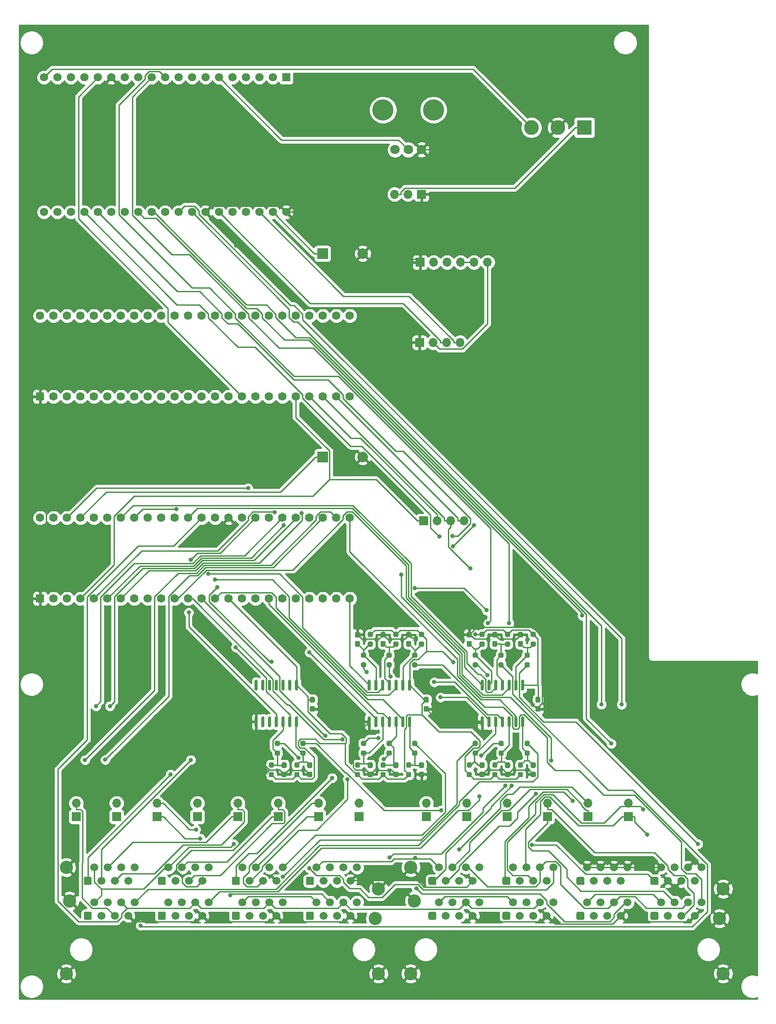
<source format=gbl>
%TF.GenerationSoftware,KiCad,Pcbnew,(5.1.9-0-10_14)*%
%TF.CreationDate,2021-06-23T09:28:56+02:00*%
%TF.ProjectId,MechanicalTheatre,4d656368-616e-4696-9361-6c5468656174,rev?*%
%TF.SameCoordinates,Original*%
%TF.FileFunction,Copper,L2,Bot*%
%TF.FilePolarity,Positive*%
%FSLAX46Y46*%
G04 Gerber Fmt 4.6, Leading zero omitted, Abs format (unit mm)*
G04 Created by KiCad (PCBNEW (5.1.9-0-10_14)) date 2021-06-23 09:28:56*
%MOMM*%
%LPD*%
G01*
G04 APERTURE LIST*
%TA.AperFunction,ComponentPad*%
%ADD10C,2.500000*%
%TD*%
%TA.AperFunction,ComponentPad*%
%ADD11C,1.500000*%
%TD*%
%TA.AperFunction,ComponentPad*%
%ADD12O,1.700000X1.700000*%
%TD*%
%TA.AperFunction,ComponentPad*%
%ADD13R,1.700000X1.700000*%
%TD*%
%TA.AperFunction,ComponentPad*%
%ADD14C,1.600000*%
%TD*%
%TA.AperFunction,ComponentPad*%
%ADD15R,1.600000X1.600000*%
%TD*%
%TA.AperFunction,ComponentPad*%
%ADD16C,1.560000*%
%TD*%
%TA.AperFunction,ComponentPad*%
%ADD17R,1.560000X1.560000*%
%TD*%
%TA.AperFunction,WasherPad*%
%ADD18C,4.000000*%
%TD*%
%TA.AperFunction,ComponentPad*%
%ADD19C,1.800000*%
%TD*%
%TA.AperFunction,ComponentPad*%
%ADD20C,2.800000*%
%TD*%
%TA.AperFunction,ComponentPad*%
%ADD21R,2.800000X2.800000*%
%TD*%
%TA.AperFunction,ComponentPad*%
%ADD22C,2.000000*%
%TD*%
%TA.AperFunction,ComponentPad*%
%ADD23R,2.000000X2.000000*%
%TD*%
%TA.AperFunction,ViaPad*%
%ADD24C,0.800000*%
%TD*%
%TA.AperFunction,Conductor*%
%ADD25C,0.250000*%
%TD*%
%TA.AperFunction,Conductor*%
%ADD26C,0.254000*%
%TD*%
%TA.AperFunction,Conductor*%
%ADD27C,0.100000*%
%TD*%
G04 APERTURE END LIST*
D10*
%TO.P,J12,SH*%
%TO.N,GND*%
X163460000Y-219570000D03*
X104540000Y-219570000D03*
X104540000Y-199540000D03*
X163460000Y-203600000D03*
X105205000Y-205850000D03*
D11*
%TO.P,J12,88*%
X159390000Y-199540000D03*
%TO.P,J12,87*%
X158130000Y-202080000D03*
%TO.P,J12,86*%
X156850000Y-199540000D03*
%TO.P,J12,85*%
X155590000Y-202080000D03*
%TO.P,J12,84*%
X154310000Y-199540000D03*
%TO.P,J12,83*%
X153050000Y-202080000D03*
%TO.P,J12,82*%
X151770000Y-199540000D03*
%TO.P,J12,81*%
%TO.N,Net-(J12-Pad81)*%
%TA.AperFunction,ComponentPad*%
G36*
G01*
X149760000Y-202579500D02*
X149760000Y-201580500D01*
G75*
G02*
X150010500Y-201330000I250500J0D01*
G01*
X151009500Y-201330000D01*
G75*
G02*
X151260000Y-201580500I0J-250500D01*
G01*
X151260000Y-202579500D01*
G75*
G02*
X151009500Y-202830000I-250500J0D01*
G01*
X150010500Y-202830000D01*
G75*
G02*
X149760000Y-202579500I0J250500D01*
G01*
G37*
%TD.AperFunction*%
%TO.P,J12,53*%
%TO.N,Net-(J12-Pad53)*%
X111140000Y-202080000D03*
%TO.P,J12,51*%
%TO.N,Net-(J12-Pad51)*%
%TA.AperFunction,ComponentPad*%
G36*
G01*
X107850000Y-202579500D02*
X107850000Y-201580500D01*
G75*
G02*
X108100500Y-201330000I250500J0D01*
G01*
X109099500Y-201330000D01*
G75*
G02*
X109350000Y-201580500I0J-250500D01*
G01*
X109350000Y-202579500D01*
G75*
G02*
X109099500Y-202830000I-250500J0D01*
G01*
X108100500Y-202830000D01*
G75*
G02*
X107850000Y-202579500I0J250500D01*
G01*
G37*
%TD.AperFunction*%
%TO.P,J12,54*%
%TO.N,Net-(J12-Pad54)*%
X112400000Y-199540000D03*
%TO.P,J12,58*%
%TO.N,Net-(J12-Pad58)*%
X117480000Y-199540000D03*
%TO.P,J12,52*%
%TO.N,+5V*%
X109860000Y-199540000D03*
%TO.P,J12,55*%
%TO.N,Net-(J12-Pad55)*%
X113680000Y-202080000D03*
%TO.P,J12,56*%
%TO.N,/GENERAL_END_SWITCH_ESP32*%
X114940000Y-199540000D03*
%TO.P,J12,57*%
%TO.N,GND*%
X116220000Y-202080000D03*
%TO.P,J12,62*%
%TO.N,+5V*%
X123830000Y-199540000D03*
%TO.P,J12,68*%
%TO.N,Net-(J12-Pad68)*%
X131450000Y-199540000D03*
%TO.P,J12,64*%
%TO.N,Net-(J12-Pad64)*%
X126370000Y-199540000D03*
%TO.P,J12,61*%
%TO.N,Net-(J12-Pad61)*%
%TA.AperFunction,ComponentPad*%
G36*
G01*
X121820000Y-202579500D02*
X121820000Y-201580500D01*
G75*
G02*
X122070500Y-201330000I250500J0D01*
G01*
X123069500Y-201330000D01*
G75*
G02*
X123320000Y-201580500I0J-250500D01*
G01*
X123320000Y-202579500D01*
G75*
G02*
X123069500Y-202830000I-250500J0D01*
G01*
X122070500Y-202830000D01*
G75*
G02*
X121820000Y-202579500I0J250500D01*
G01*
G37*
%TD.AperFunction*%
%TO.P,J12,63*%
%TO.N,Net-(J12-Pad63)*%
X125110000Y-202080000D03*
%TO.P,J12,67*%
%TO.N,GND*%
X130190000Y-202080000D03*
%TO.P,J12,66*%
%TO.N,/GENERAL_END_SWITCH_ESP32*%
X128910000Y-199540000D03*
%TO.P,J12,65*%
%TO.N,Net-(J12-Pad65)*%
X127650000Y-202080000D03*
%TO.P,J12,72*%
%TO.N,GND*%
X137800000Y-199540000D03*
%TO.P,J12,78*%
X145420000Y-199540000D03*
%TO.P,J12,74*%
X140340000Y-199540000D03*
%TO.P,J12,71*%
%TO.N,Net-(J12-Pad71)*%
%TA.AperFunction,ComponentPad*%
G36*
G01*
X135790000Y-202579500D02*
X135790000Y-201580500D01*
G75*
G02*
X136040500Y-201330000I250500J0D01*
G01*
X137039500Y-201330000D01*
G75*
G02*
X137290000Y-201580500I0J-250500D01*
G01*
X137290000Y-202579500D01*
G75*
G02*
X137039500Y-202830000I-250500J0D01*
G01*
X136040500Y-202830000D01*
G75*
G02*
X135790000Y-202579500I0J250500D01*
G01*
G37*
%TD.AperFunction*%
%TO.P,J12,73*%
%TO.N,Net-(J12-Pad73)*%
X139080000Y-202080000D03*
%TO.P,J12,77*%
%TO.N,Net-(J12-Pad77)*%
X144160000Y-202080000D03*
%TO.P,J12,76*%
%TO.N,GND*%
X142880000Y-199540000D03*
%TO.P,J12,75*%
%TO.N,Net-(J12-Pad75)*%
X141620000Y-202080000D03*
%TO.P,J12,35*%
%TO.N,Net-(J12-Pad35)*%
X141620000Y-208650000D03*
%TO.P,J12,36*%
%TO.N,/GENERAL_END_SWITCH_ESP32*%
X142880000Y-206110000D03*
%TO.P,J12,37*%
%TO.N,GND*%
X144160000Y-208650000D03*
%TO.P,J12,33*%
%TO.N,Net-(J12-Pad33)*%
X139080000Y-208650000D03*
%TO.P,J12,31*%
%TO.N,Net-(J12-Pad31)*%
%TA.AperFunction,ComponentPad*%
G36*
G01*
X135790000Y-209149500D02*
X135790000Y-208150500D01*
G75*
G02*
X136040500Y-207900000I250500J0D01*
G01*
X137039500Y-207900000D01*
G75*
G02*
X137290000Y-208150500I0J-250500D01*
G01*
X137290000Y-209149500D01*
G75*
G02*
X137039500Y-209400000I-250500J0D01*
G01*
X136040500Y-209400000D01*
G75*
G02*
X135790000Y-209149500I0J250500D01*
G01*
G37*
%TD.AperFunction*%
%TO.P,J12,34*%
%TO.N,Net-(J12-Pad34)*%
X140340000Y-206110000D03*
%TO.P,J12,38*%
%TO.N,Net-(J12-Pad38)*%
X145420000Y-206110000D03*
%TO.P,J12,32*%
%TO.N,+5V*%
X137800000Y-206110000D03*
%TO.P,J12,25*%
%TO.N,Net-(J12-Pad25)*%
X127650000Y-208650000D03*
%TO.P,J12,26*%
%TO.N,/GENERAL_END_SWITCH_TEENSY*%
X128910000Y-206110000D03*
%TO.P,J12,27*%
%TO.N,GND*%
X130190000Y-208650000D03*
%TO.P,J12,23*%
%TO.N,Net-(J12-Pad23)*%
X125110000Y-208650000D03*
%TO.P,J12,21*%
%TO.N,Net-(J12-Pad21)*%
%TA.AperFunction,ComponentPad*%
G36*
G01*
X121820000Y-209149500D02*
X121820000Y-208150500D01*
G75*
G02*
X122070500Y-207900000I250500J0D01*
G01*
X123069500Y-207900000D01*
G75*
G02*
X123320000Y-208150500I0J-250500D01*
G01*
X123320000Y-209149500D01*
G75*
G02*
X123069500Y-209400000I-250500J0D01*
G01*
X122070500Y-209400000D01*
G75*
G02*
X121820000Y-209149500I0J250500D01*
G01*
G37*
%TD.AperFunction*%
%TO.P,J12,24*%
%TO.N,Net-(J12-Pad24)*%
X126370000Y-206110000D03*
%TO.P,J12,28*%
%TO.N,Net-(J12-Pad28)*%
X131450000Y-206110000D03*
%TO.P,J12,22*%
%TO.N,+5V*%
X123830000Y-206110000D03*
%TO.P,J12,12*%
X109860000Y-206110000D03*
%TO.P,J12,18*%
%TO.N,Net-(J12-Pad18)*%
X117480000Y-206110000D03*
%TO.P,J12,14*%
%TO.N,Net-(J12-Pad14)*%
X112400000Y-206110000D03*
%TO.P,J12,11*%
%TO.N,Net-(J12-Pad11)*%
%TA.AperFunction,ComponentPad*%
G36*
G01*
X107850000Y-209149500D02*
X107850000Y-208150500D01*
G75*
G02*
X108100500Y-207900000I250500J0D01*
G01*
X109099500Y-207900000D01*
G75*
G02*
X109350000Y-208150500I0J-250500D01*
G01*
X109350000Y-209149500D01*
G75*
G02*
X109099500Y-209400000I-250500J0D01*
G01*
X108100500Y-209400000D01*
G75*
G02*
X107850000Y-209149500I0J250500D01*
G01*
G37*
%TD.AperFunction*%
%TO.P,J12,13*%
%TO.N,Net-(J12-Pad13)*%
X111140000Y-208650000D03*
%TO.P,J12,17*%
%TO.N,GND*%
X116220000Y-208650000D03*
%TO.P,J12,16*%
%TO.N,/GENERAL_END_SWITCH_TEENSY*%
X114940000Y-206110000D03*
%TO.P,J12,15*%
%TO.N,Net-(J12-Pad15)*%
X113680000Y-208650000D03*
%TO.P,J12,41*%
%TO.N,Net-(J12-Pad41)*%
%TA.AperFunction,ComponentPad*%
G36*
G01*
X149760000Y-209149500D02*
X149760000Y-208150500D01*
G75*
G02*
X150010500Y-207900000I250500J0D01*
G01*
X151009500Y-207900000D01*
G75*
G02*
X151260000Y-208150500I0J-250500D01*
G01*
X151260000Y-209149500D01*
G75*
G02*
X151009500Y-209400000I-250500J0D01*
G01*
X150010500Y-209400000D01*
G75*
G02*
X149760000Y-209149500I0J250500D01*
G01*
G37*
%TD.AperFunction*%
%TO.P,J12,42*%
%TO.N,+5V*%
X151770000Y-206110000D03*
%TO.P,J12,43*%
%TO.N,Net-(J12-Pad43)*%
X153050000Y-208650000D03*
%TO.P,J12,44*%
%TO.N,Net-(J12-Pad44)*%
X154310000Y-206110000D03*
%TO.P,J12,45*%
%TO.N,Net-(J12-Pad45)*%
X155590000Y-208650000D03*
%TO.P,J12,46*%
%TO.N,/GENERAL_END_SWITCH_ESP32*%
X156850000Y-206110000D03*
%TO.P,J12,47*%
%TO.N,GND*%
X158130000Y-208650000D03*
%TO.P,J12,48*%
%TO.N,Net-(J12-Pad48)*%
X159390000Y-206110000D03*
D10*
%TO.P,J12,SH*%
%TO.N,GND*%
X162795000Y-209150000D03*
%TD*%
%TO.P,R18,2*%
%TO.N,+3V3*%
%TA.AperFunction,SMDPad,CuDef*%
G36*
G01*
X120158500Y-181546000D02*
X120633500Y-181546000D01*
G75*
G02*
X120871000Y-181783500I0J-237500D01*
G01*
X120871000Y-182283500D01*
G75*
G02*
X120633500Y-182521000I-237500J0D01*
G01*
X120158500Y-182521000D01*
G75*
G02*
X119921000Y-182283500I0J237500D01*
G01*
X119921000Y-181783500D01*
G75*
G02*
X120158500Y-181546000I237500J0D01*
G01*
G37*
%TD.AperFunction*%
%TO.P,R18,1*%
%TO.N,Net-(C2-Pad1)*%
%TA.AperFunction,SMDPad,CuDef*%
G36*
G01*
X120158500Y-179721000D02*
X120633500Y-179721000D01*
G75*
G02*
X120871000Y-179958500I0J-237500D01*
G01*
X120871000Y-180458500D01*
G75*
G02*
X120633500Y-180696000I-237500J0D01*
G01*
X120158500Y-180696000D01*
G75*
G02*
X119921000Y-180458500I0J237500D01*
G01*
X119921000Y-179958500D01*
G75*
G02*
X120158500Y-179721000I237500J0D01*
G01*
G37*
%TD.AperFunction*%
%TD*%
%TO.P,R19,2*%
%TO.N,Net-(C2-Pad1)*%
%TA.AperFunction,SMDPad,CuDef*%
G36*
G01*
X121364500Y-177482000D02*
X121839500Y-177482000D01*
G75*
G02*
X122077000Y-177719500I0J-237500D01*
G01*
X122077000Y-178219500D01*
G75*
G02*
X121839500Y-178457000I-237500J0D01*
G01*
X121364500Y-178457000D01*
G75*
G02*
X121127000Y-178219500I0J237500D01*
G01*
X121127000Y-177719500D01*
G75*
G02*
X121364500Y-177482000I237500J0D01*
G01*
G37*
%TD.AperFunction*%
%TO.P,R19,1*%
%TO.N,Net-(J11-Pad28)*%
%TA.AperFunction,SMDPad,CuDef*%
G36*
G01*
X121364500Y-175657000D02*
X121839500Y-175657000D01*
G75*
G02*
X122077000Y-175894500I0J-237500D01*
G01*
X122077000Y-176394500D01*
G75*
G02*
X121839500Y-176632000I-237500J0D01*
G01*
X121364500Y-176632000D01*
G75*
G02*
X121127000Y-176394500I0J237500D01*
G01*
X121127000Y-175894500D01*
G75*
G02*
X121364500Y-175657000I237500J0D01*
G01*
G37*
%TD.AperFunction*%
%TD*%
D12*
%TO.P,J23,2*%
%TO.N,Net-(J11-Pad35)*%
X56660000Y-187420000D03*
D13*
%TO.P,J23,1*%
%TO.N,Net-(J11-Pad34)*%
X56660000Y-189960000D03*
%TD*%
D12*
%TO.P,J22,2*%
%TO.N,Net-(J12-Pad65)*%
X145560000Y-187420000D03*
D13*
%TO.P,J22,1*%
%TO.N,Net-(J12-Pad64)*%
X145560000Y-189960000D03*
%TD*%
D12*
%TO.P,J21,2*%
%TO.N,Net-(J12-Pad55)*%
X137940000Y-187420000D03*
D13*
%TO.P,J21,1*%
%TO.N,Net-(J12-Pad54)*%
X137940000Y-189960000D03*
%TD*%
D12*
%TO.P,J20,2*%
%TO.N,Net-(J12-Pad45)*%
X130320000Y-187420000D03*
D13*
%TO.P,J20,1*%
%TO.N,Net-(J12-Pad44)*%
X130320000Y-189960000D03*
%TD*%
D12*
%TO.P,J19,2*%
%TO.N,Net-(J12-Pad35)*%
X122700000Y-187420000D03*
D13*
%TO.P,J19,1*%
%TO.N,Net-(J12-Pad34)*%
X122700000Y-189960000D03*
%TD*%
D12*
%TO.P,J18,2*%
%TO.N,Net-(J11-Pad85)*%
X94760000Y-187420000D03*
D13*
%TO.P,J18,1*%
%TO.N,Net-(J11-Pad84)*%
X94760000Y-189960000D03*
%TD*%
D12*
%TO.P,J17,2*%
%TO.N,Net-(J12-Pad15)*%
X107460000Y-187420000D03*
D13*
%TO.P,J17,1*%
%TO.N,Net-(J12-Pad14)*%
X107460000Y-189960000D03*
%TD*%
D12*
%TO.P,J16,2*%
%TO.N,Net-(J12-Pad25)*%
X115080000Y-187420000D03*
D13*
%TO.P,J16,1*%
%TO.N,Net-(J12-Pad24)*%
X115080000Y-189960000D03*
%TD*%
D12*
%TO.P,J15,2*%
%TO.N,Net-(J11-Pad75)*%
X87140000Y-187420000D03*
D13*
%TO.P,J15,1*%
%TO.N,Net-(J11-Pad74)*%
X87140000Y-189960000D03*
%TD*%
D12*
%TO.P,J14,2*%
%TO.N,Net-(J11-Pad65)*%
X79520000Y-187420000D03*
D13*
%TO.P,J14,1*%
%TO.N,Net-(J11-Pad64)*%
X79520000Y-189960000D03*
%TD*%
D12*
%TO.P,J13,2*%
%TO.N,Net-(J11-Pad55)*%
X71900000Y-187420000D03*
D13*
%TO.P,J13,1*%
%TO.N,Net-(J11-Pad54)*%
X71900000Y-189960000D03*
%TD*%
D12*
%TO.P,J10,2*%
%TO.N,Net-(J10-Pad2)*%
X41420000Y-187420000D03*
D13*
%TO.P,J10,1*%
%TO.N,Net-(J10-Pad1)*%
X41420000Y-189960000D03*
%TD*%
D12*
%TO.P,J9,3*%
%TO.N,+24V*%
X101473000Y-72583000D03*
%TO.P,J9,2*%
%TO.N,Net-(J9-Pad2)*%
X104013000Y-72583000D03*
D13*
%TO.P,J9,1*%
%TO.N,GND*%
X106553000Y-72583000D03*
%TD*%
D12*
%TO.P,J8,4*%
%TO.N,/I2C_SCL*%
X113820000Y-100540000D03*
%TO.P,J8,3*%
%TO.N,/I2C_SDA*%
X111280000Y-100540000D03*
%TO.P,J8,2*%
%TO.N,+5V*%
X108740000Y-100540000D03*
D13*
%TO.P,J8,1*%
%TO.N,GND*%
X106200000Y-100540000D03*
%TD*%
D12*
%TO.P,J7,4*%
%TO.N,/WS2812B_Line_4*%
X114554000Y-134178000D03*
%TO.P,J7,3*%
%TO.N,/WS2812B_Line_3*%
X112014000Y-134178000D03*
%TO.P,J7,2*%
%TO.N,/WS2812B_Line_2*%
X109474000Y-134178000D03*
D13*
%TO.P,J7,1*%
%TO.N,/WS2812B_Line_1*%
X106934000Y-134178000D03*
%TD*%
D12*
%TO.P,J4,6*%
%TO.N,+5V*%
X118999000Y-85410000D03*
%TO.P,J4,5*%
%TO.N,Net-(D3-Pad2)*%
X116459000Y-85410000D03*
%TO.P,J4,4*%
X113919000Y-85410000D03*
%TO.P,J4,3*%
X111379000Y-85410000D03*
%TO.P,J4,2*%
%TO.N,Net-(D4-Pad2)*%
X108839000Y-85410000D03*
D13*
%TO.P,J4,1*%
%TO.N,GND*%
X106299000Y-85410000D03*
%TD*%
D12*
%TO.P,J3,2*%
%TO.N,Net-(J11-Pad45)*%
X64280000Y-187420000D03*
D13*
%TO.P,J3,1*%
%TO.N,Net-(J11-Pad44)*%
X64280000Y-189960000D03*
%TD*%
D12*
%TO.P,J2,2*%
%TO.N,Net-(J11-Pad25)*%
X49040000Y-187420000D03*
D13*
%TO.P,J2,1*%
%TO.N,Net-(J11-Pad24)*%
X49040000Y-189960000D03*
%TD*%
D14*
%TO.P,U15,48*%
%TO.N,+5V*%
X34610000Y-95500000D03*
%TO.P,U15,47*%
%TO.N,Net-(U15-Pad47)*%
X37150000Y-95500000D03*
%TO.P,U15,46*%
%TO.N,Net-(U15-Pad46)*%
X39690000Y-95500000D03*
%TO.P,U15,45*%
%TO.N,Net-(U15-Pad45)*%
X42230000Y-95500000D03*
%TO.P,U15,44*%
%TO.N,Net-(U15-Pad44)*%
X44770000Y-95500000D03*
%TO.P,U15,43*%
%TO.N,Net-(U15-Pad43)*%
X47310000Y-95500000D03*
%TO.P,U15,42*%
%TO.N,Net-(U15-Pad42)*%
X49850000Y-95500000D03*
%TO.P,U15,41*%
%TO.N,Net-(U15-Pad41)*%
X52390000Y-95500000D03*
%TO.P,U15,40*%
%TO.N,Net-(U15-Pad40)*%
X54930000Y-95500000D03*
%TO.P,U15,39*%
%TO.N,Net-(U15-Pad39)*%
X57470000Y-95500000D03*
%TO.P,U15,38*%
%TO.N,Net-(U15-Pad38)*%
X60010000Y-95500000D03*
%TO.P,U15,37*%
%TO.N,Net-(U15-Pad37)*%
X62550000Y-95500000D03*
%TO.P,U15,36*%
%TO.N,Net-(U15-Pad36)*%
X65090000Y-95500000D03*
%TO.P,U15,35*%
%TO.N,Net-(U15-Pad35)*%
X67630000Y-95500000D03*
D15*
%TO.P,U15,1*%
%TO.N,GND*%
X34610000Y-110740000D03*
D14*
%TO.P,U15,2*%
%TO.N,Net-(U15-Pad2)*%
X37150000Y-110740000D03*
%TO.P,U15,3*%
%TO.N,Net-(U15-Pad3)*%
X39690000Y-110740000D03*
%TO.P,U15,4*%
%TO.N,Net-(U15-Pad4)*%
X42230000Y-110740000D03*
%TO.P,U15,5*%
%TO.N,Net-(U15-Pad5)*%
X44770000Y-110740000D03*
%TO.P,U15,6*%
%TO.N,Net-(U15-Pad6)*%
X47310000Y-110740000D03*
%TO.P,U15,7*%
%TO.N,Net-(U15-Pad7)*%
X49850000Y-110740000D03*
%TO.P,U15,8*%
%TO.N,Net-(U15-Pad8)*%
X52390000Y-110740000D03*
%TO.P,U15,9*%
%TO.N,Net-(U15-Pad9)*%
X54930000Y-110740000D03*
%TO.P,U15,10*%
%TO.N,Net-(U15-Pad10)*%
X57470000Y-110740000D03*
%TO.P,U15,11*%
%TO.N,Net-(U15-Pad11)*%
X60010000Y-110740000D03*
%TO.P,U15,12*%
%TO.N,Net-(U15-Pad12)*%
X62550000Y-110740000D03*
%TO.P,U15,13*%
%TO.N,Net-(U15-Pad13)*%
X65090000Y-110740000D03*
%TO.P,U15,34*%
%TO.N,GND*%
X70170000Y-95500000D03*
%TO.P,U15,33*%
%TO.N,Net-(U15-Pad33)*%
X72710000Y-95500000D03*
%TO.P,U15,32*%
%TO.N,Net-(U15-Pad32)*%
X75250000Y-95500000D03*
%TO.P,U15,31*%
%TO.N,Net-(U15-Pad31)*%
X77790000Y-95500000D03*
%TO.P,U15,30*%
%TO.N,Net-(U15-Pad30)*%
X80330000Y-95500000D03*
%TO.P,U15,29*%
%TO.N,Net-(U15-Pad29)*%
X82870000Y-95500000D03*
%TO.P,U15,28*%
%TO.N,Net-(U15-Pad28)*%
X85410000Y-95500000D03*
%TO.P,U15,27*%
%TO.N,Net-(U15-Pad27)*%
X87950000Y-95500000D03*
%TO.P,U15,26*%
%TO.N,Net-(U15-Pad26)*%
X90490000Y-95500000D03*
%TO.P,U15,25*%
%TO.N,Net-(U15-Pad25)*%
X93030000Y-95500000D03*
%TO.P,U15,24*%
%TO.N,Net-(U15-Pad24)*%
X93030000Y-110740000D03*
%TO.P,U15,23*%
%TO.N,/WS2812B_Line_4*%
X90490000Y-110740000D03*
%TO.P,U15,22*%
%TO.N,/WS2812B_Line_3*%
X87950000Y-110740000D03*
%TO.P,U15,21*%
%TO.N,/WS2812B_Line_2*%
X85410000Y-110740000D03*
%TO.P,U15,14*%
%TO.N,Net-(U15-Pad14)*%
X67630000Y-110740000D03*
%TO.P,U15,15*%
%TO.N,Net-(U15-Pad15)*%
X70170000Y-110740000D03*
%TO.P,U15,16*%
%TO.N,/START_STOP_TRIGGER*%
X72710000Y-110740000D03*
%TO.P,U15,20*%
%TO.N,/WS2812B_Line_1*%
X82870000Y-110740000D03*
%TO.P,U15,19*%
%TO.N,Net-(U15-Pad19)*%
X80330000Y-110740000D03*
%TO.P,U15,18*%
%TO.N,Net-(U15-Pad18)*%
X77790000Y-110740000D03*
%TO.P,U15,17*%
%TO.N,Net-(U15-Pad17)*%
X75250000Y-110740000D03*
%TD*%
%TO.P,U14,14*%
%TO.N,+3V3*%
%TA.AperFunction,SMDPad,CuDef*%
G36*
G01*
X83130000Y-166141000D02*
X82830000Y-166141000D01*
G75*
G02*
X82680000Y-165991000I0J150000D01*
G01*
X82680000Y-164316000D01*
G75*
G02*
X82830000Y-164166000I150000J0D01*
G01*
X83130000Y-164166000D01*
G75*
G02*
X83280000Y-164316000I0J-150000D01*
G01*
X83280000Y-165991000D01*
G75*
G02*
X83130000Y-166141000I-150000J0D01*
G01*
G37*
%TD.AperFunction*%
%TO.P,U14,13*%
%TO.N,N/C*%
%TA.AperFunction,SMDPad,CuDef*%
G36*
G01*
X81860000Y-166141000D02*
X81560000Y-166141000D01*
G75*
G02*
X81410000Y-165991000I0J150000D01*
G01*
X81410000Y-164316000D01*
G75*
G02*
X81560000Y-164166000I150000J0D01*
G01*
X81860000Y-164166000D01*
G75*
G02*
X82010000Y-164316000I0J-150000D01*
G01*
X82010000Y-165991000D01*
G75*
G02*
X81860000Y-166141000I-150000J0D01*
G01*
G37*
%TD.AperFunction*%
%TO.P,U14,12*%
%TA.AperFunction,SMDPad,CuDef*%
G36*
G01*
X80590000Y-166141000D02*
X80290000Y-166141000D01*
G75*
G02*
X80140000Y-165991000I0J150000D01*
G01*
X80140000Y-164316000D01*
G75*
G02*
X80290000Y-164166000I150000J0D01*
G01*
X80590000Y-164166000D01*
G75*
G02*
X80740000Y-164316000I0J-150000D01*
G01*
X80740000Y-165991000D01*
G75*
G02*
X80590000Y-166141000I-150000J0D01*
G01*
G37*
%TD.AperFunction*%
%TO.P,U14,11*%
%TA.AperFunction,SMDPad,CuDef*%
G36*
G01*
X79320000Y-166141000D02*
X79020000Y-166141000D01*
G75*
G02*
X78870000Y-165991000I0J150000D01*
G01*
X78870000Y-164316000D01*
G75*
G02*
X79020000Y-164166000I150000J0D01*
G01*
X79320000Y-164166000D01*
G75*
G02*
X79470000Y-164316000I0J-150000D01*
G01*
X79470000Y-165991000D01*
G75*
G02*
X79320000Y-166141000I-150000J0D01*
G01*
G37*
%TD.AperFunction*%
%TO.P,U14,10*%
%TA.AperFunction,SMDPad,CuDef*%
G36*
G01*
X78050000Y-166141000D02*
X77750000Y-166141000D01*
G75*
G02*
X77600000Y-165991000I0J150000D01*
G01*
X77600000Y-164316000D01*
G75*
G02*
X77750000Y-164166000I150000J0D01*
G01*
X78050000Y-164166000D01*
G75*
G02*
X78200000Y-164316000I0J-150000D01*
G01*
X78200000Y-165991000D01*
G75*
G02*
X78050000Y-166141000I-150000J0D01*
G01*
G37*
%TD.AperFunction*%
%TO.P,U14,9*%
%TA.AperFunction,SMDPad,CuDef*%
G36*
G01*
X76780000Y-166141000D02*
X76480000Y-166141000D01*
G75*
G02*
X76330000Y-165991000I0J150000D01*
G01*
X76330000Y-164316000D01*
G75*
G02*
X76480000Y-164166000I150000J0D01*
G01*
X76780000Y-164166000D01*
G75*
G02*
X76930000Y-164316000I0J-150000D01*
G01*
X76930000Y-165991000D01*
G75*
G02*
X76780000Y-166141000I-150000J0D01*
G01*
G37*
%TD.AperFunction*%
%TO.P,U14,8*%
%TA.AperFunction,SMDPad,CuDef*%
G36*
G01*
X75510000Y-166141000D02*
X75210000Y-166141000D01*
G75*
G02*
X75060000Y-165991000I0J150000D01*
G01*
X75060000Y-164316000D01*
G75*
G02*
X75210000Y-164166000I150000J0D01*
G01*
X75510000Y-164166000D01*
G75*
G02*
X75660000Y-164316000I0J-150000D01*
G01*
X75660000Y-165991000D01*
G75*
G02*
X75510000Y-166141000I-150000J0D01*
G01*
G37*
%TD.AperFunction*%
%TO.P,U14,7*%
%TO.N,GND*%
%TA.AperFunction,SMDPad,CuDef*%
G36*
G01*
X75510000Y-173066000D02*
X75210000Y-173066000D01*
G75*
G02*
X75060000Y-172916000I0J150000D01*
G01*
X75060000Y-171241000D01*
G75*
G02*
X75210000Y-171091000I150000J0D01*
G01*
X75510000Y-171091000D01*
G75*
G02*
X75660000Y-171241000I0J-150000D01*
G01*
X75660000Y-172916000D01*
G75*
G02*
X75510000Y-173066000I-150000J0D01*
G01*
G37*
%TD.AperFunction*%
%TO.P,U14,6*%
%TO.N,N/C*%
%TA.AperFunction,SMDPad,CuDef*%
G36*
G01*
X76780000Y-173066000D02*
X76480000Y-173066000D01*
G75*
G02*
X76330000Y-172916000I0J150000D01*
G01*
X76330000Y-171241000D01*
G75*
G02*
X76480000Y-171091000I150000J0D01*
G01*
X76780000Y-171091000D01*
G75*
G02*
X76930000Y-171241000I0J-150000D01*
G01*
X76930000Y-172916000D01*
G75*
G02*
X76780000Y-173066000I-150000J0D01*
G01*
G37*
%TD.AperFunction*%
%TO.P,U14,5*%
%TA.AperFunction,SMDPad,CuDef*%
G36*
G01*
X78050000Y-173066000D02*
X77750000Y-173066000D01*
G75*
G02*
X77600000Y-172916000I0J150000D01*
G01*
X77600000Y-171241000D01*
G75*
G02*
X77750000Y-171091000I150000J0D01*
G01*
X78050000Y-171091000D01*
G75*
G02*
X78200000Y-171241000I0J-150000D01*
G01*
X78200000Y-172916000D01*
G75*
G02*
X78050000Y-173066000I-150000J0D01*
G01*
G37*
%TD.AperFunction*%
%TO.P,U14,4*%
%TO.N,/STEPPER_14_END*%
%TA.AperFunction,SMDPad,CuDef*%
G36*
G01*
X79320000Y-173066000D02*
X79020000Y-173066000D01*
G75*
G02*
X78870000Y-172916000I0J150000D01*
G01*
X78870000Y-171241000D01*
G75*
G02*
X79020000Y-171091000I150000J0D01*
G01*
X79320000Y-171091000D01*
G75*
G02*
X79470000Y-171241000I0J-150000D01*
G01*
X79470000Y-172916000D01*
G75*
G02*
X79320000Y-173066000I-150000J0D01*
G01*
G37*
%TD.AperFunction*%
%TO.P,U14,3*%
%TO.N,Net-(C20-Pad1)*%
%TA.AperFunction,SMDPad,CuDef*%
G36*
G01*
X80590000Y-173066000D02*
X80290000Y-173066000D01*
G75*
G02*
X80140000Y-172916000I0J150000D01*
G01*
X80140000Y-171241000D01*
G75*
G02*
X80290000Y-171091000I150000J0D01*
G01*
X80590000Y-171091000D01*
G75*
G02*
X80740000Y-171241000I0J-150000D01*
G01*
X80740000Y-172916000D01*
G75*
G02*
X80590000Y-173066000I-150000J0D01*
G01*
G37*
%TD.AperFunction*%
%TO.P,U14,2*%
%TO.N,/STEPPER_13_END*%
%TA.AperFunction,SMDPad,CuDef*%
G36*
G01*
X81860000Y-173066000D02*
X81560000Y-173066000D01*
G75*
G02*
X81410000Y-172916000I0J150000D01*
G01*
X81410000Y-171241000D01*
G75*
G02*
X81560000Y-171091000I150000J0D01*
G01*
X81860000Y-171091000D01*
G75*
G02*
X82010000Y-171241000I0J-150000D01*
G01*
X82010000Y-172916000D01*
G75*
G02*
X81860000Y-173066000I-150000J0D01*
G01*
G37*
%TD.AperFunction*%
%TO.P,U14,1*%
%TO.N,Net-(C18-Pad1)*%
%TA.AperFunction,SMDPad,CuDef*%
G36*
G01*
X83130000Y-173066000D02*
X82830000Y-173066000D01*
G75*
G02*
X82680000Y-172916000I0J150000D01*
G01*
X82680000Y-171241000D01*
G75*
G02*
X82830000Y-171091000I150000J0D01*
G01*
X83130000Y-171091000D01*
G75*
G02*
X83280000Y-171241000I0J-150000D01*
G01*
X83280000Y-172916000D01*
G75*
G02*
X83130000Y-173066000I-150000J0D01*
G01*
G37*
%TD.AperFunction*%
%TD*%
%TO.P,U10,14*%
%TO.N,+3V3*%
%TA.AperFunction,SMDPad,CuDef*%
G36*
G01*
X104456000Y-166141000D02*
X104156000Y-166141000D01*
G75*
G02*
X104006000Y-165991000I0J150000D01*
G01*
X104006000Y-164316000D01*
G75*
G02*
X104156000Y-164166000I150000J0D01*
G01*
X104456000Y-164166000D01*
G75*
G02*
X104606000Y-164316000I0J-150000D01*
G01*
X104606000Y-165991000D01*
G75*
G02*
X104456000Y-166141000I-150000J0D01*
G01*
G37*
%TD.AperFunction*%
%TO.P,U10,13*%
%TO.N,Net-(C16-Pad1)*%
%TA.AperFunction,SMDPad,CuDef*%
G36*
G01*
X103186000Y-166141000D02*
X102886000Y-166141000D01*
G75*
G02*
X102736000Y-165991000I0J150000D01*
G01*
X102736000Y-164316000D01*
G75*
G02*
X102886000Y-164166000I150000J0D01*
G01*
X103186000Y-164166000D01*
G75*
G02*
X103336000Y-164316000I0J-150000D01*
G01*
X103336000Y-165991000D01*
G75*
G02*
X103186000Y-166141000I-150000J0D01*
G01*
G37*
%TD.AperFunction*%
%TO.P,U10,12*%
%TO.N,/STEPPER_12_END*%
%TA.AperFunction,SMDPad,CuDef*%
G36*
G01*
X101916000Y-166141000D02*
X101616000Y-166141000D01*
G75*
G02*
X101466000Y-165991000I0J150000D01*
G01*
X101466000Y-164316000D01*
G75*
G02*
X101616000Y-164166000I150000J0D01*
G01*
X101916000Y-164166000D01*
G75*
G02*
X102066000Y-164316000I0J-150000D01*
G01*
X102066000Y-165991000D01*
G75*
G02*
X101916000Y-166141000I-150000J0D01*
G01*
G37*
%TD.AperFunction*%
%TO.P,U10,11*%
%TO.N,Net-(C15-Pad1)*%
%TA.AperFunction,SMDPad,CuDef*%
G36*
G01*
X100646000Y-166141000D02*
X100346000Y-166141000D01*
G75*
G02*
X100196000Y-165991000I0J150000D01*
G01*
X100196000Y-164316000D01*
G75*
G02*
X100346000Y-164166000I150000J0D01*
G01*
X100646000Y-164166000D01*
G75*
G02*
X100796000Y-164316000I0J-150000D01*
G01*
X100796000Y-165991000D01*
G75*
G02*
X100646000Y-166141000I-150000J0D01*
G01*
G37*
%TD.AperFunction*%
%TO.P,U10,10*%
%TO.N,/STEPPER_11_END*%
%TA.AperFunction,SMDPad,CuDef*%
G36*
G01*
X99376000Y-166141000D02*
X99076000Y-166141000D01*
G75*
G02*
X98926000Y-165991000I0J150000D01*
G01*
X98926000Y-164316000D01*
G75*
G02*
X99076000Y-164166000I150000J0D01*
G01*
X99376000Y-164166000D01*
G75*
G02*
X99526000Y-164316000I0J-150000D01*
G01*
X99526000Y-165991000D01*
G75*
G02*
X99376000Y-166141000I-150000J0D01*
G01*
G37*
%TD.AperFunction*%
%TO.P,U10,9*%
%TO.N,Net-(C12-Pad1)*%
%TA.AperFunction,SMDPad,CuDef*%
G36*
G01*
X98106000Y-166141000D02*
X97806000Y-166141000D01*
G75*
G02*
X97656000Y-165991000I0J150000D01*
G01*
X97656000Y-164316000D01*
G75*
G02*
X97806000Y-164166000I150000J0D01*
G01*
X98106000Y-164166000D01*
G75*
G02*
X98256000Y-164316000I0J-150000D01*
G01*
X98256000Y-165991000D01*
G75*
G02*
X98106000Y-166141000I-150000J0D01*
G01*
G37*
%TD.AperFunction*%
%TO.P,U10,8*%
%TO.N,/STEPPER_10_END*%
%TA.AperFunction,SMDPad,CuDef*%
G36*
G01*
X96836000Y-166141000D02*
X96536000Y-166141000D01*
G75*
G02*
X96386000Y-165991000I0J150000D01*
G01*
X96386000Y-164316000D01*
G75*
G02*
X96536000Y-164166000I150000J0D01*
G01*
X96836000Y-164166000D01*
G75*
G02*
X96986000Y-164316000I0J-150000D01*
G01*
X96986000Y-165991000D01*
G75*
G02*
X96836000Y-166141000I-150000J0D01*
G01*
G37*
%TD.AperFunction*%
%TO.P,U10,7*%
%TO.N,GND*%
%TA.AperFunction,SMDPad,CuDef*%
G36*
G01*
X96836000Y-173066000D02*
X96536000Y-173066000D01*
G75*
G02*
X96386000Y-172916000I0J150000D01*
G01*
X96386000Y-171241000D01*
G75*
G02*
X96536000Y-171091000I150000J0D01*
G01*
X96836000Y-171091000D01*
G75*
G02*
X96986000Y-171241000I0J-150000D01*
G01*
X96986000Y-172916000D01*
G75*
G02*
X96836000Y-173066000I-150000J0D01*
G01*
G37*
%TD.AperFunction*%
%TO.P,U10,6*%
%TO.N,/STEPPER_9_END*%
%TA.AperFunction,SMDPad,CuDef*%
G36*
G01*
X98106000Y-173066000D02*
X97806000Y-173066000D01*
G75*
G02*
X97656000Y-172916000I0J150000D01*
G01*
X97656000Y-171241000D01*
G75*
G02*
X97806000Y-171091000I150000J0D01*
G01*
X98106000Y-171091000D01*
G75*
G02*
X98256000Y-171241000I0J-150000D01*
G01*
X98256000Y-172916000D01*
G75*
G02*
X98106000Y-173066000I-150000J0D01*
G01*
G37*
%TD.AperFunction*%
%TO.P,U10,5*%
%TO.N,Net-(C13-Pad1)*%
%TA.AperFunction,SMDPad,CuDef*%
G36*
G01*
X99376000Y-173066000D02*
X99076000Y-173066000D01*
G75*
G02*
X98926000Y-172916000I0J150000D01*
G01*
X98926000Y-171241000D01*
G75*
G02*
X99076000Y-171091000I150000J0D01*
G01*
X99376000Y-171091000D01*
G75*
G02*
X99526000Y-171241000I0J-150000D01*
G01*
X99526000Y-172916000D01*
G75*
G02*
X99376000Y-173066000I-150000J0D01*
G01*
G37*
%TD.AperFunction*%
%TO.P,U10,4*%
%TO.N,/STEPPER_8_END*%
%TA.AperFunction,SMDPad,CuDef*%
G36*
G01*
X100646000Y-173066000D02*
X100346000Y-173066000D01*
G75*
G02*
X100196000Y-172916000I0J150000D01*
G01*
X100196000Y-171241000D01*
G75*
G02*
X100346000Y-171091000I150000J0D01*
G01*
X100646000Y-171091000D01*
G75*
G02*
X100796000Y-171241000I0J-150000D01*
G01*
X100796000Y-172916000D01*
G75*
G02*
X100646000Y-173066000I-150000J0D01*
G01*
G37*
%TD.AperFunction*%
%TO.P,U10,3*%
%TO.N,Net-(C14-Pad1)*%
%TA.AperFunction,SMDPad,CuDef*%
G36*
G01*
X101916000Y-173066000D02*
X101616000Y-173066000D01*
G75*
G02*
X101466000Y-172916000I0J150000D01*
G01*
X101466000Y-171241000D01*
G75*
G02*
X101616000Y-171091000I150000J0D01*
G01*
X101916000Y-171091000D01*
G75*
G02*
X102066000Y-171241000I0J-150000D01*
G01*
X102066000Y-172916000D01*
G75*
G02*
X101916000Y-173066000I-150000J0D01*
G01*
G37*
%TD.AperFunction*%
%TO.P,U10,2*%
%TO.N,/STEPPER_7_END*%
%TA.AperFunction,SMDPad,CuDef*%
G36*
G01*
X103186000Y-173066000D02*
X102886000Y-173066000D01*
G75*
G02*
X102736000Y-172916000I0J150000D01*
G01*
X102736000Y-171241000D01*
G75*
G02*
X102886000Y-171091000I150000J0D01*
G01*
X103186000Y-171091000D01*
G75*
G02*
X103336000Y-171241000I0J-150000D01*
G01*
X103336000Y-172916000D01*
G75*
G02*
X103186000Y-173066000I-150000J0D01*
G01*
G37*
%TD.AperFunction*%
%TO.P,U10,1*%
%TO.N,Net-(C11-Pad1)*%
%TA.AperFunction,SMDPad,CuDef*%
G36*
G01*
X104456000Y-173066000D02*
X104156000Y-173066000D01*
G75*
G02*
X104006000Y-172916000I0J150000D01*
G01*
X104006000Y-171241000D01*
G75*
G02*
X104156000Y-171091000I150000J0D01*
G01*
X104456000Y-171091000D01*
G75*
G02*
X104606000Y-171241000I0J-150000D01*
G01*
X104606000Y-172916000D01*
G75*
G02*
X104456000Y-173066000I-150000J0D01*
G01*
G37*
%TD.AperFunction*%
%TD*%
%TO.P,U6,14*%
%TO.N,+3V3*%
%TA.AperFunction,SMDPad,CuDef*%
G36*
G01*
X125781000Y-166141000D02*
X125481000Y-166141000D01*
G75*
G02*
X125331000Y-165991000I0J150000D01*
G01*
X125331000Y-164316000D01*
G75*
G02*
X125481000Y-164166000I150000J0D01*
G01*
X125781000Y-164166000D01*
G75*
G02*
X125931000Y-164316000I0J-150000D01*
G01*
X125931000Y-165991000D01*
G75*
G02*
X125781000Y-166141000I-150000J0D01*
G01*
G37*
%TD.AperFunction*%
%TO.P,U6,13*%
%TO.N,Net-(C9-Pad1)*%
%TA.AperFunction,SMDPad,CuDef*%
G36*
G01*
X124511000Y-166141000D02*
X124211000Y-166141000D01*
G75*
G02*
X124061000Y-165991000I0J150000D01*
G01*
X124061000Y-164316000D01*
G75*
G02*
X124211000Y-164166000I150000J0D01*
G01*
X124511000Y-164166000D01*
G75*
G02*
X124661000Y-164316000I0J-150000D01*
G01*
X124661000Y-165991000D01*
G75*
G02*
X124511000Y-166141000I-150000J0D01*
G01*
G37*
%TD.AperFunction*%
%TO.P,U6,12*%
%TO.N,/STEPPER_6_END*%
%TA.AperFunction,SMDPad,CuDef*%
G36*
G01*
X123241000Y-166141000D02*
X122941000Y-166141000D01*
G75*
G02*
X122791000Y-165991000I0J150000D01*
G01*
X122791000Y-164316000D01*
G75*
G02*
X122941000Y-164166000I150000J0D01*
G01*
X123241000Y-164166000D01*
G75*
G02*
X123391000Y-164316000I0J-150000D01*
G01*
X123391000Y-165991000D01*
G75*
G02*
X123241000Y-166141000I-150000J0D01*
G01*
G37*
%TD.AperFunction*%
%TO.P,U6,11*%
%TO.N,Net-(C8-Pad1)*%
%TA.AperFunction,SMDPad,CuDef*%
G36*
G01*
X121971000Y-166141000D02*
X121671000Y-166141000D01*
G75*
G02*
X121521000Y-165991000I0J150000D01*
G01*
X121521000Y-164316000D01*
G75*
G02*
X121671000Y-164166000I150000J0D01*
G01*
X121971000Y-164166000D01*
G75*
G02*
X122121000Y-164316000I0J-150000D01*
G01*
X122121000Y-165991000D01*
G75*
G02*
X121971000Y-166141000I-150000J0D01*
G01*
G37*
%TD.AperFunction*%
%TO.P,U6,10*%
%TO.N,/STEPPER_5_END*%
%TA.AperFunction,SMDPad,CuDef*%
G36*
G01*
X120701000Y-166141000D02*
X120401000Y-166141000D01*
G75*
G02*
X120251000Y-165991000I0J150000D01*
G01*
X120251000Y-164316000D01*
G75*
G02*
X120401000Y-164166000I150000J0D01*
G01*
X120701000Y-164166000D01*
G75*
G02*
X120851000Y-164316000I0J-150000D01*
G01*
X120851000Y-165991000D01*
G75*
G02*
X120701000Y-166141000I-150000J0D01*
G01*
G37*
%TD.AperFunction*%
%TO.P,U6,9*%
%TO.N,Net-(C7-Pad1)*%
%TA.AperFunction,SMDPad,CuDef*%
G36*
G01*
X119431000Y-166141000D02*
X119131000Y-166141000D01*
G75*
G02*
X118981000Y-165991000I0J150000D01*
G01*
X118981000Y-164316000D01*
G75*
G02*
X119131000Y-164166000I150000J0D01*
G01*
X119431000Y-164166000D01*
G75*
G02*
X119581000Y-164316000I0J-150000D01*
G01*
X119581000Y-165991000D01*
G75*
G02*
X119431000Y-166141000I-150000J0D01*
G01*
G37*
%TD.AperFunction*%
%TO.P,U6,8*%
%TO.N,/STEPPER_4_END*%
%TA.AperFunction,SMDPad,CuDef*%
G36*
G01*
X118161000Y-166141000D02*
X117861000Y-166141000D01*
G75*
G02*
X117711000Y-165991000I0J150000D01*
G01*
X117711000Y-164316000D01*
G75*
G02*
X117861000Y-164166000I150000J0D01*
G01*
X118161000Y-164166000D01*
G75*
G02*
X118311000Y-164316000I0J-150000D01*
G01*
X118311000Y-165991000D01*
G75*
G02*
X118161000Y-166141000I-150000J0D01*
G01*
G37*
%TD.AperFunction*%
%TO.P,U6,7*%
%TO.N,GND*%
%TA.AperFunction,SMDPad,CuDef*%
G36*
G01*
X118161000Y-173066000D02*
X117861000Y-173066000D01*
G75*
G02*
X117711000Y-172916000I0J150000D01*
G01*
X117711000Y-171241000D01*
G75*
G02*
X117861000Y-171091000I150000J0D01*
G01*
X118161000Y-171091000D01*
G75*
G02*
X118311000Y-171241000I0J-150000D01*
G01*
X118311000Y-172916000D01*
G75*
G02*
X118161000Y-173066000I-150000J0D01*
G01*
G37*
%TD.AperFunction*%
%TO.P,U6,6*%
%TO.N,/STEPPER_3_END*%
%TA.AperFunction,SMDPad,CuDef*%
G36*
G01*
X119431000Y-173066000D02*
X119131000Y-173066000D01*
G75*
G02*
X118981000Y-172916000I0J150000D01*
G01*
X118981000Y-171241000D01*
G75*
G02*
X119131000Y-171091000I150000J0D01*
G01*
X119431000Y-171091000D01*
G75*
G02*
X119581000Y-171241000I0J-150000D01*
G01*
X119581000Y-172916000D01*
G75*
G02*
X119431000Y-173066000I-150000J0D01*
G01*
G37*
%TD.AperFunction*%
%TO.P,U6,5*%
%TO.N,Net-(C3-Pad1)*%
%TA.AperFunction,SMDPad,CuDef*%
G36*
G01*
X120701000Y-173066000D02*
X120401000Y-173066000D01*
G75*
G02*
X120251000Y-172916000I0J150000D01*
G01*
X120251000Y-171241000D01*
G75*
G02*
X120401000Y-171091000I150000J0D01*
G01*
X120701000Y-171091000D01*
G75*
G02*
X120851000Y-171241000I0J-150000D01*
G01*
X120851000Y-172916000D01*
G75*
G02*
X120701000Y-173066000I-150000J0D01*
G01*
G37*
%TD.AperFunction*%
%TO.P,U6,4*%
%TO.N,/STEPPER_2_END*%
%TA.AperFunction,SMDPad,CuDef*%
G36*
G01*
X121971000Y-173066000D02*
X121671000Y-173066000D01*
G75*
G02*
X121521000Y-172916000I0J150000D01*
G01*
X121521000Y-171241000D01*
G75*
G02*
X121671000Y-171091000I150000J0D01*
G01*
X121971000Y-171091000D01*
G75*
G02*
X122121000Y-171241000I0J-150000D01*
G01*
X122121000Y-172916000D01*
G75*
G02*
X121971000Y-173066000I-150000J0D01*
G01*
G37*
%TD.AperFunction*%
%TO.P,U6,3*%
%TO.N,Net-(C2-Pad1)*%
%TA.AperFunction,SMDPad,CuDef*%
G36*
G01*
X123241000Y-173066000D02*
X122941000Y-173066000D01*
G75*
G02*
X122791000Y-172916000I0J150000D01*
G01*
X122791000Y-171241000D01*
G75*
G02*
X122941000Y-171091000I150000J0D01*
G01*
X123241000Y-171091000D01*
G75*
G02*
X123391000Y-171241000I0J-150000D01*
G01*
X123391000Y-172916000D01*
G75*
G02*
X123241000Y-173066000I-150000J0D01*
G01*
G37*
%TD.AperFunction*%
%TO.P,U6,2*%
%TO.N,/STEPPER_1_END*%
%TA.AperFunction,SMDPad,CuDef*%
G36*
G01*
X124511000Y-173066000D02*
X124211000Y-173066000D01*
G75*
G02*
X124061000Y-172916000I0J150000D01*
G01*
X124061000Y-171241000D01*
G75*
G02*
X124211000Y-171091000I150000J0D01*
G01*
X124511000Y-171091000D01*
G75*
G02*
X124661000Y-171241000I0J-150000D01*
G01*
X124661000Y-172916000D01*
G75*
G02*
X124511000Y-173066000I-150000J0D01*
G01*
G37*
%TD.AperFunction*%
%TO.P,U6,1*%
%TO.N,Net-(C6-Pad1)*%
%TA.AperFunction,SMDPad,CuDef*%
G36*
G01*
X125781000Y-173066000D02*
X125481000Y-173066000D01*
G75*
G02*
X125331000Y-172916000I0J150000D01*
G01*
X125331000Y-171241000D01*
G75*
G02*
X125481000Y-171091000I150000J0D01*
G01*
X125781000Y-171091000D01*
G75*
G02*
X125931000Y-171241000I0J-150000D01*
G01*
X125931000Y-172916000D01*
G75*
G02*
X125781000Y-173066000I-150000J0D01*
G01*
G37*
%TD.AperFunction*%
%TD*%
D16*
%TO.P,U2,38*%
%TO.N,Net-(U2-Pad38)*%
X35320000Y-75942000D03*
%TO.P,U2,37*%
%TO.N,Net-(U2-Pad37)*%
X37860000Y-75942000D03*
%TO.P,U2,36*%
%TO.N,Net-(U2-Pad36)*%
X40400000Y-75942000D03*
%TO.P,U2,35*%
%TO.N,/RELAIS_24V+5V*%
X42940000Y-75942000D03*
%TO.P,U2,34*%
%TO.N,/RELAIS_E-MAGNET*%
X45480000Y-75942000D03*
%TO.P,U2,33*%
%TO.N,Net-(D2-Pad2)*%
X48020000Y-75942000D03*
%TO.P,U2,32*%
%TO.N,/STEPPER_11_END*%
X50560000Y-75942000D03*
%TO.P,U2,31*%
%TO.N,/STEPPER_11_DIR*%
X53100000Y-75942000D03*
%TO.P,U2,30*%
%TO.N,/STEPPER_11_STEP*%
X55640000Y-75942000D03*
%TO.P,U2,29*%
%TO.N,/STEPPER_12_END*%
X58180000Y-75942000D03*
%TO.P,U2,28*%
%TO.N,/STEPPER_12_DIR*%
X60720000Y-75942000D03*
%TO.P,U2,27*%
%TO.N,/STEPPER_12_STEP*%
X63260000Y-75942000D03*
%TO.P,U2,26*%
%TO.N,GND*%
X65800000Y-75942000D03*
%TO.P,U2,25*%
%TO.N,/I2C_SDA*%
X68340000Y-75942000D03*
%TO.P,U2,24*%
%TO.N,Net-(U2-Pad24)*%
X70880000Y-75942000D03*
%TO.P,U2,23*%
%TO.N,Net-(U2-Pad23)*%
X73420000Y-75942000D03*
%TO.P,U2,22*%
%TO.N,/I2C_SCL*%
X75960000Y-75942000D03*
%TO.P,U2,21*%
%TO.N,Net-(BZ2-Pad1)*%
X78500000Y-75942000D03*
%TO.P,U2,20*%
%TO.N,GND*%
X81040000Y-75942000D03*
%TO.P,U2,18*%
%TO.N,Net-(U2-Pad18)*%
X37860000Y-50542000D03*
%TO.P,U2,17*%
%TO.N,Net-(U2-Pad17)*%
X40400000Y-50542000D03*
%TO.P,U2,16*%
%TO.N,Net-(U2-Pad16)*%
X42940000Y-50542000D03*
%TO.P,U2,15*%
%TO.N,/START_STOP_TRIGGER*%
X45480000Y-50542000D03*
%TO.P,U2,14*%
%TO.N,GND*%
X48020000Y-50542000D03*
%TO.P,U2,13*%
%TO.N,/WS2812B_LED_LIGHTING*%
X50560000Y-50542000D03*
%TO.P,U2,12*%
%TO.N,/STEPPER_14_END*%
X53100000Y-50542000D03*
%TO.P,U2,11*%
%TO.N,/STEPPER_14_DIR*%
X55640000Y-50542000D03*
%TO.P,U2,10*%
%TO.N,/STEPPER_14_STEP*%
X58180000Y-50542000D03*
%TO.P,U2,9*%
%TO.N,/STEPPER_13_END*%
X60720000Y-50542000D03*
%TO.P,U2,8*%
%TO.N,/STEPPER_13_DIR*%
X63260000Y-50542000D03*
%TO.P,U2,7*%
%TO.N,/STEPPER_13_STEP*%
X65800000Y-50542000D03*
%TO.P,U2,6*%
%TO.N,/PROX_SENSOR*%
X68340000Y-50542000D03*
%TO.P,U2,5*%
%TO.N,/GENERAL_END_SWITCH_ESP32*%
X70880000Y-50542000D03*
%TO.P,U2,4*%
%TO.N,Net-(U2-Pad4)*%
X73420000Y-50542000D03*
%TO.P,U2,3*%
%TO.N,Net-(U2-Pad3)*%
X75960000Y-50542000D03*
%TO.P,U2,19*%
%TO.N,+5V*%
X35320000Y-50542000D03*
%TO.P,U2,2*%
%TO.N,Net-(U2-Pad2)*%
X78500000Y-50542000D03*
D17*
%TO.P,U2,1*%
%TO.N,Net-(U2-Pad1)*%
X81040000Y-50542000D03*
%TD*%
D18*
%TO.P,RV1,*%
%TO.N,*%
X108802000Y-56673000D03*
X99302000Y-56673000D03*
D19*
%TO.P,RV1,1*%
%TO.N,GND*%
X106552000Y-64173000D03*
%TO.P,RV1,2*%
%TO.N,/PROX_SENSOR*%
X104052000Y-64173000D03*
%TO.P,RV1,3*%
%TO.N,Net-(J9-Pad2)*%
X101552000Y-64173000D03*
%TD*%
%TO.P,R67,2*%
%TO.N,Net-(C20-Pad1)*%
%TA.AperFunction,SMDPad,CuDef*%
G36*
G01*
X79137500Y-177482000D02*
X79612500Y-177482000D01*
G75*
G02*
X79850000Y-177719500I0J-237500D01*
G01*
X79850000Y-178219500D01*
G75*
G02*
X79612500Y-178457000I-237500J0D01*
G01*
X79137500Y-178457000D01*
G75*
G02*
X78900000Y-178219500I0J237500D01*
G01*
X78900000Y-177719500D01*
G75*
G02*
X79137500Y-177482000I237500J0D01*
G01*
G37*
%TD.AperFunction*%
%TO.P,R67,1*%
%TO.N,Net-(J12-Pad68)*%
%TA.AperFunction,SMDPad,CuDef*%
G36*
G01*
X79137500Y-175657000D02*
X79612500Y-175657000D01*
G75*
G02*
X79850000Y-175894500I0J-237500D01*
G01*
X79850000Y-176394500D01*
G75*
G02*
X79612500Y-176632000I-237500J0D01*
G01*
X79137500Y-176632000D01*
G75*
G02*
X78900000Y-176394500I0J237500D01*
G01*
X78900000Y-175894500D01*
G75*
G02*
X79137500Y-175657000I237500J0D01*
G01*
G37*
%TD.AperFunction*%
%TD*%
%TO.P,R66,2*%
%TO.N,+3V3*%
%TA.AperFunction,SMDPad,CuDef*%
G36*
G01*
X77994500Y-181546000D02*
X78469500Y-181546000D01*
G75*
G02*
X78707000Y-181783500I0J-237500D01*
G01*
X78707000Y-182283500D01*
G75*
G02*
X78469500Y-182521000I-237500J0D01*
G01*
X77994500Y-182521000D01*
G75*
G02*
X77757000Y-182283500I0J237500D01*
G01*
X77757000Y-181783500D01*
G75*
G02*
X77994500Y-181546000I237500J0D01*
G01*
G37*
%TD.AperFunction*%
%TO.P,R66,1*%
%TO.N,Net-(C20-Pad1)*%
%TA.AperFunction,SMDPad,CuDef*%
G36*
G01*
X77994500Y-179721000D02*
X78469500Y-179721000D01*
G75*
G02*
X78707000Y-179958500I0J-237500D01*
G01*
X78707000Y-180458500D01*
G75*
G02*
X78469500Y-180696000I-237500J0D01*
G01*
X77994500Y-180696000D01*
G75*
G02*
X77757000Y-180458500I0J237500D01*
G01*
X77757000Y-179958500D01*
G75*
G02*
X77994500Y-179721000I237500J0D01*
G01*
G37*
%TD.AperFunction*%
%TD*%
%TO.P,R63,2*%
%TO.N,Net-(C18-Pad1)*%
%TA.AperFunction,SMDPad,CuDef*%
G36*
G01*
X83963500Y-177482000D02*
X84438500Y-177482000D01*
G75*
G02*
X84676000Y-177719500I0J-237500D01*
G01*
X84676000Y-178219500D01*
G75*
G02*
X84438500Y-178457000I-237500J0D01*
G01*
X83963500Y-178457000D01*
G75*
G02*
X83726000Y-178219500I0J237500D01*
G01*
X83726000Y-177719500D01*
G75*
G02*
X83963500Y-177482000I237500J0D01*
G01*
G37*
%TD.AperFunction*%
%TO.P,R63,1*%
%TO.N,Net-(J12-Pad58)*%
%TA.AperFunction,SMDPad,CuDef*%
G36*
G01*
X83963500Y-175657000D02*
X84438500Y-175657000D01*
G75*
G02*
X84676000Y-175894500I0J-237500D01*
G01*
X84676000Y-176394500D01*
G75*
G02*
X84438500Y-176632000I-237500J0D01*
G01*
X83963500Y-176632000D01*
G75*
G02*
X83726000Y-176394500I0J237500D01*
G01*
X83726000Y-175894500D01*
G75*
G02*
X83963500Y-175657000I237500J0D01*
G01*
G37*
%TD.AperFunction*%
%TD*%
%TO.P,R62,2*%
%TO.N,+3V3*%
%TA.AperFunction,SMDPad,CuDef*%
G36*
G01*
X82820500Y-181546000D02*
X83295500Y-181546000D01*
G75*
G02*
X83533000Y-181783500I0J-237500D01*
G01*
X83533000Y-182283500D01*
G75*
G02*
X83295500Y-182521000I-237500J0D01*
G01*
X82820500Y-182521000D01*
G75*
G02*
X82583000Y-182283500I0J237500D01*
G01*
X82583000Y-181783500D01*
G75*
G02*
X82820500Y-181546000I237500J0D01*
G01*
G37*
%TD.AperFunction*%
%TO.P,R62,1*%
%TO.N,Net-(C18-Pad1)*%
%TA.AperFunction,SMDPad,CuDef*%
G36*
G01*
X82820500Y-179721000D02*
X83295500Y-179721000D01*
G75*
G02*
X83533000Y-179958500I0J-237500D01*
G01*
X83533000Y-180458500D01*
G75*
G02*
X83295500Y-180696000I-237500J0D01*
G01*
X82820500Y-180696000D01*
G75*
G02*
X82583000Y-180458500I0J237500D01*
G01*
X82583000Y-179958500D01*
G75*
G02*
X82820500Y-179721000I237500J0D01*
G01*
G37*
%TD.AperFunction*%
%TD*%
%TO.P,R59,2*%
%TO.N,Net-(C16-Pad1)*%
%TA.AperFunction,SMDPad,CuDef*%
G36*
G01*
X105520500Y-159995000D02*
X105045500Y-159995000D01*
G75*
G02*
X104808000Y-159757500I0J237500D01*
G01*
X104808000Y-159257500D01*
G75*
G02*
X105045500Y-159020000I237500J0D01*
G01*
X105520500Y-159020000D01*
G75*
G02*
X105758000Y-159257500I0J-237500D01*
G01*
X105758000Y-159757500D01*
G75*
G02*
X105520500Y-159995000I-237500J0D01*
G01*
G37*
%TD.AperFunction*%
%TO.P,R59,1*%
%TO.N,Net-(J12-Pad48)*%
%TA.AperFunction,SMDPad,CuDef*%
G36*
G01*
X105520500Y-161820000D02*
X105045500Y-161820000D01*
G75*
G02*
X104808000Y-161582500I0J237500D01*
G01*
X104808000Y-161082500D01*
G75*
G02*
X105045500Y-160845000I237500J0D01*
G01*
X105520500Y-160845000D01*
G75*
G02*
X105758000Y-161082500I0J-237500D01*
G01*
X105758000Y-161582500D01*
G75*
G02*
X105520500Y-161820000I-237500J0D01*
G01*
G37*
%TD.AperFunction*%
%TD*%
%TO.P,R58,2*%
%TO.N,+3V3*%
%TA.AperFunction,SMDPad,CuDef*%
G36*
G01*
X106790500Y-156081000D02*
X106315500Y-156081000D01*
G75*
G02*
X106078000Y-155843500I0J237500D01*
G01*
X106078000Y-155343500D01*
G75*
G02*
X106315500Y-155106000I237500J0D01*
G01*
X106790500Y-155106000D01*
G75*
G02*
X107028000Y-155343500I0J-237500D01*
G01*
X107028000Y-155843500D01*
G75*
G02*
X106790500Y-156081000I-237500J0D01*
G01*
G37*
%TD.AperFunction*%
%TO.P,R58,1*%
%TO.N,Net-(C16-Pad1)*%
%TA.AperFunction,SMDPad,CuDef*%
G36*
G01*
X106790500Y-157906000D02*
X106315500Y-157906000D01*
G75*
G02*
X106078000Y-157668500I0J237500D01*
G01*
X106078000Y-157168500D01*
G75*
G02*
X106315500Y-156931000I237500J0D01*
G01*
X106790500Y-156931000D01*
G75*
G02*
X107028000Y-157168500I0J-237500D01*
G01*
X107028000Y-157668500D01*
G75*
G02*
X106790500Y-157906000I-237500J0D01*
G01*
G37*
%TD.AperFunction*%
%TD*%
%TO.P,R55,2*%
%TO.N,Net-(C15-Pad1)*%
%TA.AperFunction,SMDPad,CuDef*%
G36*
G01*
X100694500Y-159995000D02*
X100219500Y-159995000D01*
G75*
G02*
X99982000Y-159757500I0J237500D01*
G01*
X99982000Y-159257500D01*
G75*
G02*
X100219500Y-159020000I237500J0D01*
G01*
X100694500Y-159020000D01*
G75*
G02*
X100932000Y-159257500I0J-237500D01*
G01*
X100932000Y-159757500D01*
G75*
G02*
X100694500Y-159995000I-237500J0D01*
G01*
G37*
%TD.AperFunction*%
%TO.P,R55,1*%
%TO.N,Net-(J12-Pad38)*%
%TA.AperFunction,SMDPad,CuDef*%
G36*
G01*
X100694500Y-161820000D02*
X100219500Y-161820000D01*
G75*
G02*
X99982000Y-161582500I0J237500D01*
G01*
X99982000Y-161082500D01*
G75*
G02*
X100219500Y-160845000I237500J0D01*
G01*
X100694500Y-160845000D01*
G75*
G02*
X100932000Y-161082500I0J-237500D01*
G01*
X100932000Y-161582500D01*
G75*
G02*
X100694500Y-161820000I-237500J0D01*
G01*
G37*
%TD.AperFunction*%
%TD*%
%TO.P,R54,2*%
%TO.N,+3V3*%
%TA.AperFunction,SMDPad,CuDef*%
G36*
G01*
X101964500Y-156081000D02*
X101489500Y-156081000D01*
G75*
G02*
X101252000Y-155843500I0J237500D01*
G01*
X101252000Y-155343500D01*
G75*
G02*
X101489500Y-155106000I237500J0D01*
G01*
X101964500Y-155106000D01*
G75*
G02*
X102202000Y-155343500I0J-237500D01*
G01*
X102202000Y-155843500D01*
G75*
G02*
X101964500Y-156081000I-237500J0D01*
G01*
G37*
%TD.AperFunction*%
%TO.P,R54,1*%
%TO.N,Net-(C15-Pad1)*%
%TA.AperFunction,SMDPad,CuDef*%
G36*
G01*
X101964500Y-157906000D02*
X101489500Y-157906000D01*
G75*
G02*
X101252000Y-157668500I0J237500D01*
G01*
X101252000Y-157168500D01*
G75*
G02*
X101489500Y-156931000I237500J0D01*
G01*
X101964500Y-156931000D01*
G75*
G02*
X102202000Y-157168500I0J-237500D01*
G01*
X102202000Y-157668500D01*
G75*
G02*
X101964500Y-157906000I-237500J0D01*
G01*
G37*
%TD.AperFunction*%
%TD*%
%TO.P,R51,2*%
%TO.N,Net-(C14-Pad1)*%
%TA.AperFunction,SMDPad,CuDef*%
G36*
G01*
X100694500Y-176632000D02*
X100219500Y-176632000D01*
G75*
G02*
X99982000Y-176394500I0J237500D01*
G01*
X99982000Y-175894500D01*
G75*
G02*
X100219500Y-175657000I237500J0D01*
G01*
X100694500Y-175657000D01*
G75*
G02*
X100932000Y-175894500I0J-237500D01*
G01*
X100932000Y-176394500D01*
G75*
G02*
X100694500Y-176632000I-237500J0D01*
G01*
G37*
%TD.AperFunction*%
%TO.P,R51,1*%
%TO.N,Net-(J11-Pad88)*%
%TA.AperFunction,SMDPad,CuDef*%
G36*
G01*
X100694500Y-178457000D02*
X100219500Y-178457000D01*
G75*
G02*
X99982000Y-178219500I0J237500D01*
G01*
X99982000Y-177719500D01*
G75*
G02*
X100219500Y-177482000I237500J0D01*
G01*
X100694500Y-177482000D01*
G75*
G02*
X100932000Y-177719500I0J-237500D01*
G01*
X100932000Y-178219500D01*
G75*
G02*
X100694500Y-178457000I-237500J0D01*
G01*
G37*
%TD.AperFunction*%
%TD*%
%TO.P,R50,2*%
%TO.N,+3V3*%
%TA.AperFunction,SMDPad,CuDef*%
G36*
G01*
X99076500Y-181546000D02*
X99551500Y-181546000D01*
G75*
G02*
X99789000Y-181783500I0J-237500D01*
G01*
X99789000Y-182283500D01*
G75*
G02*
X99551500Y-182521000I-237500J0D01*
G01*
X99076500Y-182521000D01*
G75*
G02*
X98839000Y-182283500I0J237500D01*
G01*
X98839000Y-181783500D01*
G75*
G02*
X99076500Y-181546000I237500J0D01*
G01*
G37*
%TD.AperFunction*%
%TO.P,R50,1*%
%TO.N,Net-(C14-Pad1)*%
%TA.AperFunction,SMDPad,CuDef*%
G36*
G01*
X99076500Y-179721000D02*
X99551500Y-179721000D01*
G75*
G02*
X99789000Y-179958500I0J-237500D01*
G01*
X99789000Y-180458500D01*
G75*
G02*
X99551500Y-180696000I-237500J0D01*
G01*
X99076500Y-180696000D01*
G75*
G02*
X98839000Y-180458500I0J237500D01*
G01*
X98839000Y-179958500D01*
G75*
G02*
X99076500Y-179721000I237500J0D01*
G01*
G37*
%TD.AperFunction*%
%TD*%
%TO.P,R47,2*%
%TO.N,Net-(C13-Pad1)*%
%TA.AperFunction,SMDPad,CuDef*%
G36*
G01*
X95393500Y-177482000D02*
X95868500Y-177482000D01*
G75*
G02*
X96106000Y-177719500I0J-237500D01*
G01*
X96106000Y-178219500D01*
G75*
G02*
X95868500Y-178457000I-237500J0D01*
G01*
X95393500Y-178457000D01*
G75*
G02*
X95156000Y-178219500I0J237500D01*
G01*
X95156000Y-177719500D01*
G75*
G02*
X95393500Y-177482000I237500J0D01*
G01*
G37*
%TD.AperFunction*%
%TO.P,R47,1*%
%TO.N,Net-(J12-Pad18)*%
%TA.AperFunction,SMDPad,CuDef*%
G36*
G01*
X95393500Y-175657000D02*
X95868500Y-175657000D01*
G75*
G02*
X96106000Y-175894500I0J-237500D01*
G01*
X96106000Y-176394500D01*
G75*
G02*
X95868500Y-176632000I-237500J0D01*
G01*
X95393500Y-176632000D01*
G75*
G02*
X95156000Y-176394500I0J237500D01*
G01*
X95156000Y-175894500D01*
G75*
G02*
X95393500Y-175657000I237500J0D01*
G01*
G37*
%TD.AperFunction*%
%TD*%
%TO.P,R46,2*%
%TO.N,+3V3*%
%TA.AperFunction,SMDPad,CuDef*%
G36*
G01*
X94250500Y-181546000D02*
X94725500Y-181546000D01*
G75*
G02*
X94963000Y-181783500I0J-237500D01*
G01*
X94963000Y-182283500D01*
G75*
G02*
X94725500Y-182521000I-237500J0D01*
G01*
X94250500Y-182521000D01*
G75*
G02*
X94013000Y-182283500I0J237500D01*
G01*
X94013000Y-181783500D01*
G75*
G02*
X94250500Y-181546000I237500J0D01*
G01*
G37*
%TD.AperFunction*%
%TO.P,R46,1*%
%TO.N,Net-(C13-Pad1)*%
%TA.AperFunction,SMDPad,CuDef*%
G36*
G01*
X94250500Y-179721000D02*
X94725500Y-179721000D01*
G75*
G02*
X94963000Y-179958500I0J-237500D01*
G01*
X94963000Y-180458500D01*
G75*
G02*
X94725500Y-180696000I-237500J0D01*
G01*
X94250500Y-180696000D01*
G75*
G02*
X94013000Y-180458500I0J237500D01*
G01*
X94013000Y-179958500D01*
G75*
G02*
X94250500Y-179721000I237500J0D01*
G01*
G37*
%TD.AperFunction*%
%TD*%
%TO.P,R43,2*%
%TO.N,Net-(C12-Pad1)*%
%TA.AperFunction,SMDPad,CuDef*%
G36*
G01*
X95868500Y-159995000D02*
X95393500Y-159995000D01*
G75*
G02*
X95156000Y-159757500I0J237500D01*
G01*
X95156000Y-159257500D01*
G75*
G02*
X95393500Y-159020000I237500J0D01*
G01*
X95868500Y-159020000D01*
G75*
G02*
X96106000Y-159257500I0J-237500D01*
G01*
X96106000Y-159757500D01*
G75*
G02*
X95868500Y-159995000I-237500J0D01*
G01*
G37*
%TD.AperFunction*%
%TO.P,R43,1*%
%TO.N,Net-(J12-Pad28)*%
%TA.AperFunction,SMDPad,CuDef*%
G36*
G01*
X95868500Y-161820000D02*
X95393500Y-161820000D01*
G75*
G02*
X95156000Y-161582500I0J237500D01*
G01*
X95156000Y-161082500D01*
G75*
G02*
X95393500Y-160845000I237500J0D01*
G01*
X95868500Y-160845000D01*
G75*
G02*
X96106000Y-161082500I0J-237500D01*
G01*
X96106000Y-161582500D01*
G75*
G02*
X95868500Y-161820000I-237500J0D01*
G01*
G37*
%TD.AperFunction*%
%TD*%
%TO.P,R42,2*%
%TO.N,+3V3*%
%TA.AperFunction,SMDPad,CuDef*%
G36*
G01*
X97138500Y-156081000D02*
X96663500Y-156081000D01*
G75*
G02*
X96426000Y-155843500I0J237500D01*
G01*
X96426000Y-155343500D01*
G75*
G02*
X96663500Y-155106000I237500J0D01*
G01*
X97138500Y-155106000D01*
G75*
G02*
X97376000Y-155343500I0J-237500D01*
G01*
X97376000Y-155843500D01*
G75*
G02*
X97138500Y-156081000I-237500J0D01*
G01*
G37*
%TD.AperFunction*%
%TO.P,R42,1*%
%TO.N,Net-(C12-Pad1)*%
%TA.AperFunction,SMDPad,CuDef*%
G36*
G01*
X97138500Y-157906000D02*
X96663500Y-157906000D01*
G75*
G02*
X96426000Y-157668500I0J237500D01*
G01*
X96426000Y-157168500D01*
G75*
G02*
X96663500Y-156931000I237500J0D01*
G01*
X97138500Y-156931000D01*
G75*
G02*
X97376000Y-157168500I0J-237500D01*
G01*
X97376000Y-157668500D01*
G75*
G02*
X97138500Y-157906000I-237500J0D01*
G01*
G37*
%TD.AperFunction*%
%TD*%
%TO.P,R39,2*%
%TO.N,Net-(C11-Pad1)*%
%TA.AperFunction,SMDPad,CuDef*%
G36*
G01*
X105045500Y-177482000D02*
X105520500Y-177482000D01*
G75*
G02*
X105758000Y-177719500I0J-237500D01*
G01*
X105758000Y-178219500D01*
G75*
G02*
X105520500Y-178457000I-237500J0D01*
G01*
X105045500Y-178457000D01*
G75*
G02*
X104808000Y-178219500I0J237500D01*
G01*
X104808000Y-177719500D01*
G75*
G02*
X105045500Y-177482000I237500J0D01*
G01*
G37*
%TD.AperFunction*%
%TO.P,R39,1*%
%TO.N,Net-(J11-Pad78)*%
%TA.AperFunction,SMDPad,CuDef*%
G36*
G01*
X105045500Y-175657000D02*
X105520500Y-175657000D01*
G75*
G02*
X105758000Y-175894500I0J-237500D01*
G01*
X105758000Y-176394500D01*
G75*
G02*
X105520500Y-176632000I-237500J0D01*
G01*
X105045500Y-176632000D01*
G75*
G02*
X104808000Y-176394500I0J237500D01*
G01*
X104808000Y-175894500D01*
G75*
G02*
X105045500Y-175657000I237500J0D01*
G01*
G37*
%TD.AperFunction*%
%TD*%
%TO.P,R38,2*%
%TO.N,+3V3*%
%TA.AperFunction,SMDPad,CuDef*%
G36*
G01*
X103902500Y-181546000D02*
X104377500Y-181546000D01*
G75*
G02*
X104615000Y-181783500I0J-237500D01*
G01*
X104615000Y-182283500D01*
G75*
G02*
X104377500Y-182521000I-237500J0D01*
G01*
X103902500Y-182521000D01*
G75*
G02*
X103665000Y-182283500I0J237500D01*
G01*
X103665000Y-181783500D01*
G75*
G02*
X103902500Y-181546000I237500J0D01*
G01*
G37*
%TD.AperFunction*%
%TO.P,R38,1*%
%TO.N,Net-(C11-Pad1)*%
%TA.AperFunction,SMDPad,CuDef*%
G36*
G01*
X103902500Y-179721000D02*
X104377500Y-179721000D01*
G75*
G02*
X104615000Y-179958500I0J-237500D01*
G01*
X104615000Y-180458500D01*
G75*
G02*
X104377500Y-180696000I-237500J0D01*
G01*
X103902500Y-180696000D01*
G75*
G02*
X103665000Y-180458500I0J237500D01*
G01*
X103665000Y-179958500D01*
G75*
G02*
X103902500Y-179721000I237500J0D01*
G01*
G37*
%TD.AperFunction*%
%TD*%
%TO.P,R35,2*%
%TO.N,Net-(C9-Pad1)*%
%TA.AperFunction,SMDPad,CuDef*%
G36*
G01*
X126729500Y-159995000D02*
X126254500Y-159995000D01*
G75*
G02*
X126017000Y-159757500I0J237500D01*
G01*
X126017000Y-159257500D01*
G75*
G02*
X126254500Y-159020000I237500J0D01*
G01*
X126729500Y-159020000D01*
G75*
G02*
X126967000Y-159257500I0J-237500D01*
G01*
X126967000Y-159757500D01*
G75*
G02*
X126729500Y-159995000I-237500J0D01*
G01*
G37*
%TD.AperFunction*%
%TO.P,R35,1*%
%TO.N,Net-(J11-Pad68)*%
%TA.AperFunction,SMDPad,CuDef*%
G36*
G01*
X126729500Y-161820000D02*
X126254500Y-161820000D01*
G75*
G02*
X126017000Y-161582500I0J237500D01*
G01*
X126017000Y-161082500D01*
G75*
G02*
X126254500Y-160845000I237500J0D01*
G01*
X126729500Y-160845000D01*
G75*
G02*
X126967000Y-161082500I0J-237500D01*
G01*
X126967000Y-161582500D01*
G75*
G02*
X126729500Y-161820000I-237500J0D01*
G01*
G37*
%TD.AperFunction*%
%TD*%
%TO.P,R34,2*%
%TO.N,+3V3*%
%TA.AperFunction,SMDPad,CuDef*%
G36*
G01*
X127872500Y-156081000D02*
X127397500Y-156081000D01*
G75*
G02*
X127160000Y-155843500I0J237500D01*
G01*
X127160000Y-155343500D01*
G75*
G02*
X127397500Y-155106000I237500J0D01*
G01*
X127872500Y-155106000D01*
G75*
G02*
X128110000Y-155343500I0J-237500D01*
G01*
X128110000Y-155843500D01*
G75*
G02*
X127872500Y-156081000I-237500J0D01*
G01*
G37*
%TD.AperFunction*%
%TO.P,R34,1*%
%TO.N,Net-(C9-Pad1)*%
%TA.AperFunction,SMDPad,CuDef*%
G36*
G01*
X127872500Y-157906000D02*
X127397500Y-157906000D01*
G75*
G02*
X127160000Y-157668500I0J237500D01*
G01*
X127160000Y-157168500D01*
G75*
G02*
X127397500Y-156931000I237500J0D01*
G01*
X127872500Y-156931000D01*
G75*
G02*
X128110000Y-157168500I0J-237500D01*
G01*
X128110000Y-157668500D01*
G75*
G02*
X127872500Y-157906000I-237500J0D01*
G01*
G37*
%TD.AperFunction*%
%TD*%
%TO.P,R31,2*%
%TO.N,Net-(C8-Pad1)*%
%TA.AperFunction,SMDPad,CuDef*%
G36*
G01*
X121776500Y-159995000D02*
X121301500Y-159995000D01*
G75*
G02*
X121064000Y-159757500I0J237500D01*
G01*
X121064000Y-159257500D01*
G75*
G02*
X121301500Y-159020000I237500J0D01*
G01*
X121776500Y-159020000D01*
G75*
G02*
X122014000Y-159257500I0J-237500D01*
G01*
X122014000Y-159757500D01*
G75*
G02*
X121776500Y-159995000I-237500J0D01*
G01*
G37*
%TD.AperFunction*%
%TO.P,R31,1*%
%TO.N,Net-(J11-Pad58)*%
%TA.AperFunction,SMDPad,CuDef*%
G36*
G01*
X121776500Y-161820000D02*
X121301500Y-161820000D01*
G75*
G02*
X121064000Y-161582500I0J237500D01*
G01*
X121064000Y-161082500D01*
G75*
G02*
X121301500Y-160845000I237500J0D01*
G01*
X121776500Y-160845000D01*
G75*
G02*
X122014000Y-161082500I0J-237500D01*
G01*
X122014000Y-161582500D01*
G75*
G02*
X121776500Y-161820000I-237500J0D01*
G01*
G37*
%TD.AperFunction*%
%TD*%
%TO.P,R30,2*%
%TO.N,+3V3*%
%TA.AperFunction,SMDPad,CuDef*%
G36*
G01*
X123046500Y-156081000D02*
X122571500Y-156081000D01*
G75*
G02*
X122334000Y-155843500I0J237500D01*
G01*
X122334000Y-155343500D01*
G75*
G02*
X122571500Y-155106000I237500J0D01*
G01*
X123046500Y-155106000D01*
G75*
G02*
X123284000Y-155343500I0J-237500D01*
G01*
X123284000Y-155843500D01*
G75*
G02*
X123046500Y-156081000I-237500J0D01*
G01*
G37*
%TD.AperFunction*%
%TO.P,R30,1*%
%TO.N,Net-(C8-Pad1)*%
%TA.AperFunction,SMDPad,CuDef*%
G36*
G01*
X123046500Y-157906000D02*
X122571500Y-157906000D01*
G75*
G02*
X122334000Y-157668500I0J237500D01*
G01*
X122334000Y-157168500D01*
G75*
G02*
X122571500Y-156931000I237500J0D01*
G01*
X123046500Y-156931000D01*
G75*
G02*
X123284000Y-157168500I0J-237500D01*
G01*
X123284000Y-157668500D01*
G75*
G02*
X123046500Y-157906000I-237500J0D01*
G01*
G37*
%TD.AperFunction*%
%TD*%
%TO.P,R27,2*%
%TO.N,Net-(C7-Pad1)*%
%TA.AperFunction,SMDPad,CuDef*%
G36*
G01*
X116950500Y-159995000D02*
X116475500Y-159995000D01*
G75*
G02*
X116238000Y-159757500I0J237500D01*
G01*
X116238000Y-159257500D01*
G75*
G02*
X116475500Y-159020000I237500J0D01*
G01*
X116950500Y-159020000D01*
G75*
G02*
X117188000Y-159257500I0J-237500D01*
G01*
X117188000Y-159757500D01*
G75*
G02*
X116950500Y-159995000I-237500J0D01*
G01*
G37*
%TD.AperFunction*%
%TO.P,R27,1*%
%TO.N,Net-(J11-Pad48)*%
%TA.AperFunction,SMDPad,CuDef*%
G36*
G01*
X116950500Y-161820000D02*
X116475500Y-161820000D01*
G75*
G02*
X116238000Y-161582500I0J237500D01*
G01*
X116238000Y-161082500D01*
G75*
G02*
X116475500Y-160845000I237500J0D01*
G01*
X116950500Y-160845000D01*
G75*
G02*
X117188000Y-161082500I0J-237500D01*
G01*
X117188000Y-161582500D01*
G75*
G02*
X116950500Y-161820000I-237500J0D01*
G01*
G37*
%TD.AperFunction*%
%TD*%
%TO.P,R26,2*%
%TO.N,+3V3*%
%TA.AperFunction,SMDPad,CuDef*%
G36*
G01*
X118220500Y-156081000D02*
X117745500Y-156081000D01*
G75*
G02*
X117508000Y-155843500I0J237500D01*
G01*
X117508000Y-155343500D01*
G75*
G02*
X117745500Y-155106000I237500J0D01*
G01*
X118220500Y-155106000D01*
G75*
G02*
X118458000Y-155343500I0J-237500D01*
G01*
X118458000Y-155843500D01*
G75*
G02*
X118220500Y-156081000I-237500J0D01*
G01*
G37*
%TD.AperFunction*%
%TO.P,R26,1*%
%TO.N,Net-(C7-Pad1)*%
%TA.AperFunction,SMDPad,CuDef*%
G36*
G01*
X118220500Y-157906000D02*
X117745500Y-157906000D01*
G75*
G02*
X117508000Y-157668500I0J237500D01*
G01*
X117508000Y-157168500D01*
G75*
G02*
X117745500Y-156931000I237500J0D01*
G01*
X118220500Y-156931000D01*
G75*
G02*
X118458000Y-157168500I0J-237500D01*
G01*
X118458000Y-157668500D01*
G75*
G02*
X118220500Y-157906000I-237500J0D01*
G01*
G37*
%TD.AperFunction*%
%TD*%
%TO.P,R23,2*%
%TO.N,Net-(C3-Pad1)*%
%TA.AperFunction,SMDPad,CuDef*%
G36*
G01*
X116475500Y-177482000D02*
X116950500Y-177482000D01*
G75*
G02*
X117188000Y-177719500I0J-237500D01*
G01*
X117188000Y-178219500D01*
G75*
G02*
X116950500Y-178457000I-237500J0D01*
G01*
X116475500Y-178457000D01*
G75*
G02*
X116238000Y-178219500I0J237500D01*
G01*
X116238000Y-177719500D01*
G75*
G02*
X116475500Y-177482000I237500J0D01*
G01*
G37*
%TD.AperFunction*%
%TO.P,R23,1*%
%TO.N,Net-(J11-Pad38)*%
%TA.AperFunction,SMDPad,CuDef*%
G36*
G01*
X116475500Y-175657000D02*
X116950500Y-175657000D01*
G75*
G02*
X117188000Y-175894500I0J-237500D01*
G01*
X117188000Y-176394500D01*
G75*
G02*
X116950500Y-176632000I-237500J0D01*
G01*
X116475500Y-176632000D01*
G75*
G02*
X116238000Y-176394500I0J237500D01*
G01*
X116238000Y-175894500D01*
G75*
G02*
X116475500Y-175657000I237500J0D01*
G01*
G37*
%TD.AperFunction*%
%TD*%
%TO.P,R22,2*%
%TO.N,+3V3*%
%TA.AperFunction,SMDPad,CuDef*%
G36*
G01*
X115332500Y-181546000D02*
X115807500Y-181546000D01*
G75*
G02*
X116045000Y-181783500I0J-237500D01*
G01*
X116045000Y-182283500D01*
G75*
G02*
X115807500Y-182521000I-237500J0D01*
G01*
X115332500Y-182521000D01*
G75*
G02*
X115095000Y-182283500I0J237500D01*
G01*
X115095000Y-181783500D01*
G75*
G02*
X115332500Y-181546000I237500J0D01*
G01*
G37*
%TD.AperFunction*%
%TO.P,R22,1*%
%TO.N,Net-(C3-Pad1)*%
%TA.AperFunction,SMDPad,CuDef*%
G36*
G01*
X115332500Y-179721000D02*
X115807500Y-179721000D01*
G75*
G02*
X116045000Y-179958500I0J-237500D01*
G01*
X116045000Y-180458500D01*
G75*
G02*
X115807500Y-180696000I-237500J0D01*
G01*
X115332500Y-180696000D01*
G75*
G02*
X115095000Y-180458500I0J237500D01*
G01*
X115095000Y-179958500D01*
G75*
G02*
X115332500Y-179721000I237500J0D01*
G01*
G37*
%TD.AperFunction*%
%TD*%
%TO.P,R17,2*%
%TO.N,Net-(C6-Pad1)*%
%TA.AperFunction,SMDPad,CuDef*%
G36*
G01*
X126254500Y-177482000D02*
X126729500Y-177482000D01*
G75*
G02*
X126967000Y-177719500I0J-237500D01*
G01*
X126967000Y-178219500D01*
G75*
G02*
X126729500Y-178457000I-237500J0D01*
G01*
X126254500Y-178457000D01*
G75*
G02*
X126017000Y-178219500I0J237500D01*
G01*
X126017000Y-177719500D01*
G75*
G02*
X126254500Y-177482000I237500J0D01*
G01*
G37*
%TD.AperFunction*%
%TO.P,R17,1*%
%TO.N,Net-(J11-Pad18)*%
%TA.AperFunction,SMDPad,CuDef*%
G36*
G01*
X126254500Y-175657000D02*
X126729500Y-175657000D01*
G75*
G02*
X126967000Y-175894500I0J-237500D01*
G01*
X126967000Y-176394500D01*
G75*
G02*
X126729500Y-176632000I-237500J0D01*
G01*
X126254500Y-176632000D01*
G75*
G02*
X126017000Y-176394500I0J237500D01*
G01*
X126017000Y-175894500D01*
G75*
G02*
X126254500Y-175657000I237500J0D01*
G01*
G37*
%TD.AperFunction*%
%TD*%
%TO.P,R16,2*%
%TO.N,+3V3*%
%TA.AperFunction,SMDPad,CuDef*%
G36*
G01*
X124984500Y-181546000D02*
X125459500Y-181546000D01*
G75*
G02*
X125697000Y-181783500I0J-237500D01*
G01*
X125697000Y-182283500D01*
G75*
G02*
X125459500Y-182521000I-237500J0D01*
G01*
X124984500Y-182521000D01*
G75*
G02*
X124747000Y-182283500I0J237500D01*
G01*
X124747000Y-181783500D01*
G75*
G02*
X124984500Y-181546000I237500J0D01*
G01*
G37*
%TD.AperFunction*%
%TO.P,R16,1*%
%TO.N,Net-(C6-Pad1)*%
%TA.AperFunction,SMDPad,CuDef*%
G36*
G01*
X124984500Y-179721000D02*
X125459500Y-179721000D01*
G75*
G02*
X125697000Y-179958500I0J-237500D01*
G01*
X125697000Y-180458500D01*
G75*
G02*
X125459500Y-180696000I-237500J0D01*
G01*
X124984500Y-180696000D01*
G75*
G02*
X124747000Y-180458500I0J237500D01*
G01*
X124747000Y-179958500D01*
G75*
G02*
X124984500Y-179721000I237500J0D01*
G01*
G37*
%TD.AperFunction*%
%TD*%
D10*
%TO.P,J11,SH*%
%TO.N,GND*%
X98460000Y-219570000D03*
X39540000Y-219570000D03*
X39540000Y-199540000D03*
X98460000Y-203600000D03*
X40205000Y-205850000D03*
D11*
%TO.P,J11,88*%
%TO.N,Net-(J11-Pad88)*%
X94390000Y-199540000D03*
%TO.P,J11,87*%
%TO.N,GND*%
X93130000Y-202080000D03*
%TO.P,J11,86*%
%TO.N,/GENERAL_END_SWITCH_TEENSY*%
X91850000Y-199540000D03*
%TO.P,J11,85*%
%TO.N,Net-(J11-Pad85)*%
X90590000Y-202080000D03*
%TO.P,J11,84*%
%TO.N,Net-(J11-Pad84)*%
X89310000Y-199540000D03*
%TO.P,J11,83*%
%TO.N,Net-(J11-Pad83)*%
X88050000Y-202080000D03*
%TO.P,J11,82*%
%TO.N,+5V*%
X86770000Y-199540000D03*
%TO.P,J11,81*%
%TO.N,Net-(J11-Pad81)*%
%TA.AperFunction,ComponentPad*%
G36*
G01*
X84760000Y-202579500D02*
X84760000Y-201580500D01*
G75*
G02*
X85010500Y-201330000I250500J0D01*
G01*
X86009500Y-201330000D01*
G75*
G02*
X86260000Y-201580500I0J-250500D01*
G01*
X86260000Y-202579500D01*
G75*
G02*
X86009500Y-202830000I-250500J0D01*
G01*
X85010500Y-202830000D01*
G75*
G02*
X84760000Y-202579500I0J250500D01*
G01*
G37*
%TD.AperFunction*%
%TO.P,J11,53*%
%TO.N,Net-(J11-Pad53)*%
X46140000Y-202080000D03*
%TO.P,J11,51*%
%TO.N,Net-(J11-Pad51)*%
%TA.AperFunction,ComponentPad*%
G36*
G01*
X42850000Y-202579500D02*
X42850000Y-201580500D01*
G75*
G02*
X43100500Y-201330000I250500J0D01*
G01*
X44099500Y-201330000D01*
G75*
G02*
X44350000Y-201580500I0J-250500D01*
G01*
X44350000Y-202579500D01*
G75*
G02*
X44099500Y-202830000I-250500J0D01*
G01*
X43100500Y-202830000D01*
G75*
G02*
X42850000Y-202579500I0J250500D01*
G01*
G37*
%TD.AperFunction*%
%TO.P,J11,54*%
%TO.N,Net-(J11-Pad54)*%
X47400000Y-199540000D03*
%TO.P,J11,58*%
%TO.N,Net-(J11-Pad58)*%
X52480000Y-199540000D03*
%TO.P,J11,52*%
%TO.N,+5V*%
X44860000Y-199540000D03*
%TO.P,J11,55*%
%TO.N,Net-(J11-Pad55)*%
X48680000Y-202080000D03*
%TO.P,J11,56*%
%TO.N,/GENERAL_END_SWITCH_TEENSY*%
X49940000Y-199540000D03*
%TO.P,J11,57*%
%TO.N,GND*%
X51220000Y-202080000D03*
%TO.P,J11,62*%
%TO.N,+5V*%
X58830000Y-199540000D03*
%TO.P,J11,68*%
%TO.N,Net-(J11-Pad68)*%
X66450000Y-199540000D03*
%TO.P,J11,64*%
%TO.N,Net-(J11-Pad64)*%
X61370000Y-199540000D03*
%TO.P,J11,61*%
%TO.N,Net-(J11-Pad61)*%
%TA.AperFunction,ComponentPad*%
G36*
G01*
X56820000Y-202579500D02*
X56820000Y-201580500D01*
G75*
G02*
X57070500Y-201330000I250500J0D01*
G01*
X58069500Y-201330000D01*
G75*
G02*
X58320000Y-201580500I0J-250500D01*
G01*
X58320000Y-202579500D01*
G75*
G02*
X58069500Y-202830000I-250500J0D01*
G01*
X57070500Y-202830000D01*
G75*
G02*
X56820000Y-202579500I0J250500D01*
G01*
G37*
%TD.AperFunction*%
%TO.P,J11,63*%
%TO.N,Net-(J11-Pad63)*%
X60110000Y-202080000D03*
%TO.P,J11,67*%
%TO.N,GND*%
X65190000Y-202080000D03*
%TO.P,J11,66*%
%TO.N,/GENERAL_END_SWITCH_TEENSY*%
X63910000Y-199540000D03*
%TO.P,J11,65*%
%TO.N,Net-(J11-Pad65)*%
X62650000Y-202080000D03*
%TO.P,J11,72*%
%TO.N,+5V*%
X72800000Y-199540000D03*
%TO.P,J11,78*%
%TO.N,Net-(J11-Pad78)*%
X80420000Y-199540000D03*
%TO.P,J11,74*%
%TO.N,Net-(J11-Pad74)*%
X75340000Y-199540000D03*
%TO.P,J11,71*%
%TO.N,Net-(J11-Pad71)*%
%TA.AperFunction,ComponentPad*%
G36*
G01*
X70790000Y-202579500D02*
X70790000Y-201580500D01*
G75*
G02*
X71040500Y-201330000I250500J0D01*
G01*
X72039500Y-201330000D01*
G75*
G02*
X72290000Y-201580500I0J-250500D01*
G01*
X72290000Y-202579500D01*
G75*
G02*
X72039500Y-202830000I-250500J0D01*
G01*
X71040500Y-202830000D01*
G75*
G02*
X70790000Y-202579500I0J250500D01*
G01*
G37*
%TD.AperFunction*%
%TO.P,J11,73*%
%TO.N,Net-(J11-Pad73)*%
X74080000Y-202080000D03*
%TO.P,J11,77*%
%TO.N,GND*%
X79160000Y-202080000D03*
%TO.P,J11,76*%
%TO.N,/GENERAL_END_SWITCH_TEENSY*%
X77880000Y-199540000D03*
%TO.P,J11,75*%
%TO.N,Net-(J11-Pad75)*%
X76620000Y-202080000D03*
%TO.P,J11,35*%
%TO.N,Net-(J11-Pad35)*%
X76620000Y-208650000D03*
%TO.P,J11,36*%
%TO.N,/GENERAL_END_SWITCH_TEENSY*%
X77880000Y-206110000D03*
%TO.P,J11,37*%
%TO.N,GND*%
X79160000Y-208650000D03*
%TO.P,J11,33*%
%TO.N,Net-(J11-Pad33)*%
X74080000Y-208650000D03*
%TO.P,J11,31*%
%TO.N,Net-(J11-Pad31)*%
%TA.AperFunction,ComponentPad*%
G36*
G01*
X70790000Y-209149500D02*
X70790000Y-208150500D01*
G75*
G02*
X71040500Y-207900000I250500J0D01*
G01*
X72039500Y-207900000D01*
G75*
G02*
X72290000Y-208150500I0J-250500D01*
G01*
X72290000Y-209149500D01*
G75*
G02*
X72039500Y-209400000I-250500J0D01*
G01*
X71040500Y-209400000D01*
G75*
G02*
X70790000Y-209149500I0J250500D01*
G01*
G37*
%TD.AperFunction*%
%TO.P,J11,34*%
%TO.N,Net-(J11-Pad34)*%
X75340000Y-206110000D03*
%TO.P,J11,38*%
%TO.N,Net-(J11-Pad38)*%
X80420000Y-206110000D03*
%TO.P,J11,32*%
%TO.N,+5V*%
X72800000Y-206110000D03*
%TO.P,J11,25*%
%TO.N,Net-(J11-Pad25)*%
X62650000Y-208650000D03*
%TO.P,J11,26*%
%TO.N,/GENERAL_END_SWITCH_TEENSY*%
X63910000Y-206110000D03*
%TO.P,J11,27*%
%TO.N,GND*%
X65190000Y-208650000D03*
%TO.P,J11,23*%
%TO.N,Net-(J11-Pad23)*%
X60110000Y-208650000D03*
%TO.P,J11,21*%
%TO.N,Net-(J11-Pad21)*%
%TA.AperFunction,ComponentPad*%
G36*
G01*
X56820000Y-209149500D02*
X56820000Y-208150500D01*
G75*
G02*
X57070500Y-207900000I250500J0D01*
G01*
X58069500Y-207900000D01*
G75*
G02*
X58320000Y-208150500I0J-250500D01*
G01*
X58320000Y-209149500D01*
G75*
G02*
X58069500Y-209400000I-250500J0D01*
G01*
X57070500Y-209400000D01*
G75*
G02*
X56820000Y-209149500I0J250500D01*
G01*
G37*
%TD.AperFunction*%
%TO.P,J11,24*%
%TO.N,Net-(J11-Pad24)*%
X61370000Y-206110000D03*
%TO.P,J11,28*%
%TO.N,Net-(J11-Pad28)*%
X66450000Y-206110000D03*
%TO.P,J11,22*%
%TO.N,+5V*%
X58830000Y-206110000D03*
%TO.P,J11,12*%
X44860000Y-206110000D03*
%TO.P,J11,18*%
%TO.N,Net-(J11-Pad18)*%
X52480000Y-206110000D03*
%TO.P,J11,14*%
%TO.N,Net-(J10-Pad1)*%
X47400000Y-206110000D03*
%TO.P,J11,11*%
%TO.N,Net-(J11-Pad11)*%
%TA.AperFunction,ComponentPad*%
G36*
G01*
X42850000Y-209149500D02*
X42850000Y-208150500D01*
G75*
G02*
X43100500Y-207900000I250500J0D01*
G01*
X44099500Y-207900000D01*
G75*
G02*
X44350000Y-208150500I0J-250500D01*
G01*
X44350000Y-209149500D01*
G75*
G02*
X44099500Y-209400000I-250500J0D01*
G01*
X43100500Y-209400000D01*
G75*
G02*
X42850000Y-209149500I0J250500D01*
G01*
G37*
%TD.AperFunction*%
%TO.P,J11,13*%
%TO.N,Net-(J11-Pad13)*%
X46140000Y-208650000D03*
%TO.P,J11,17*%
%TO.N,GND*%
X51220000Y-208650000D03*
%TO.P,J11,16*%
%TO.N,/GENERAL_END_SWITCH_TEENSY*%
X49940000Y-206110000D03*
%TO.P,J11,15*%
%TO.N,Net-(J10-Pad2)*%
X48680000Y-208650000D03*
%TO.P,J11,41*%
%TO.N,Net-(J11-Pad41)*%
%TA.AperFunction,ComponentPad*%
G36*
G01*
X84760000Y-209149500D02*
X84760000Y-208150500D01*
G75*
G02*
X85010500Y-207900000I250500J0D01*
G01*
X86009500Y-207900000D01*
G75*
G02*
X86260000Y-208150500I0J-250500D01*
G01*
X86260000Y-209149500D01*
G75*
G02*
X86009500Y-209400000I-250500J0D01*
G01*
X85010500Y-209400000D01*
G75*
G02*
X84760000Y-209149500I0J250500D01*
G01*
G37*
%TD.AperFunction*%
%TO.P,J11,42*%
%TO.N,+5V*%
X86770000Y-206110000D03*
%TO.P,J11,43*%
%TO.N,Net-(J11-Pad43)*%
X88050000Y-208650000D03*
%TO.P,J11,44*%
%TO.N,Net-(J11-Pad44)*%
X89310000Y-206110000D03*
%TO.P,J11,45*%
%TO.N,Net-(J11-Pad45)*%
X90590000Y-208650000D03*
%TO.P,J11,46*%
%TO.N,/GENERAL_END_SWITCH_TEENSY*%
X91850000Y-206110000D03*
%TO.P,J11,47*%
%TO.N,GND*%
X93130000Y-208650000D03*
%TO.P,J11,48*%
%TO.N,Net-(J11-Pad48)*%
X94390000Y-206110000D03*
D10*
%TO.P,J11,SH*%
%TO.N,GND*%
X97795000Y-209150000D03*
%TD*%
D20*
%TO.P,J1,3*%
%TO.N,+5V*%
X127287000Y-60010000D03*
%TO.P,J1,2*%
%TO.N,GND*%
X132287000Y-60010000D03*
D21*
%TO.P,J1,1*%
%TO.N,+24V*%
X137287000Y-60010000D03*
%TD*%
%TO.P,C20,2*%
%TO.N,GND*%
%TA.AperFunction,SMDPad,CuDef*%
G36*
G01*
X80407500Y-181446000D02*
X80882500Y-181446000D01*
G75*
G02*
X81120000Y-181683500I0J-237500D01*
G01*
X81120000Y-182283500D01*
G75*
G02*
X80882500Y-182521000I-237500J0D01*
G01*
X80407500Y-182521000D01*
G75*
G02*
X80170000Y-182283500I0J237500D01*
G01*
X80170000Y-181683500D01*
G75*
G02*
X80407500Y-181446000I237500J0D01*
G01*
G37*
%TD.AperFunction*%
%TO.P,C20,1*%
%TO.N,Net-(C20-Pad1)*%
%TA.AperFunction,SMDPad,CuDef*%
G36*
G01*
X80407500Y-179721000D02*
X80882500Y-179721000D01*
G75*
G02*
X81120000Y-179958500I0J-237500D01*
G01*
X81120000Y-180558500D01*
G75*
G02*
X80882500Y-180796000I-237500J0D01*
G01*
X80407500Y-180796000D01*
G75*
G02*
X80170000Y-180558500I0J237500D01*
G01*
X80170000Y-179958500D01*
G75*
G02*
X80407500Y-179721000I237500J0D01*
G01*
G37*
%TD.AperFunction*%
%TD*%
%TO.P,C18,2*%
%TO.N,GND*%
%TA.AperFunction,SMDPad,CuDef*%
G36*
G01*
X85233500Y-181446000D02*
X85708500Y-181446000D01*
G75*
G02*
X85946000Y-181683500I0J-237500D01*
G01*
X85946000Y-182283500D01*
G75*
G02*
X85708500Y-182521000I-237500J0D01*
G01*
X85233500Y-182521000D01*
G75*
G02*
X84996000Y-182283500I0J237500D01*
G01*
X84996000Y-181683500D01*
G75*
G02*
X85233500Y-181446000I237500J0D01*
G01*
G37*
%TD.AperFunction*%
%TO.P,C18,1*%
%TO.N,Net-(C18-Pad1)*%
%TA.AperFunction,SMDPad,CuDef*%
G36*
G01*
X85233500Y-179721000D02*
X85708500Y-179721000D01*
G75*
G02*
X85946000Y-179958500I0J-237500D01*
G01*
X85946000Y-180558500D01*
G75*
G02*
X85708500Y-180796000I-237500J0D01*
G01*
X85233500Y-180796000D01*
G75*
G02*
X84996000Y-180558500I0J237500D01*
G01*
X84996000Y-179958500D01*
G75*
G02*
X85233500Y-179721000I237500J0D01*
G01*
G37*
%TD.AperFunction*%
%TD*%
%TO.P,C17,2*%
%TO.N,+3V3*%
%TA.AperFunction,SMDPad,CuDef*%
G36*
G01*
X86216500Y-168451000D02*
X85741500Y-168451000D01*
G75*
G02*
X85504000Y-168213500I0J237500D01*
G01*
X85504000Y-167613500D01*
G75*
G02*
X85741500Y-167376000I237500J0D01*
G01*
X86216500Y-167376000D01*
G75*
G02*
X86454000Y-167613500I0J-237500D01*
G01*
X86454000Y-168213500D01*
G75*
G02*
X86216500Y-168451000I-237500J0D01*
G01*
G37*
%TD.AperFunction*%
%TO.P,C17,1*%
%TO.N,GND*%
%TA.AperFunction,SMDPad,CuDef*%
G36*
G01*
X86216500Y-170176000D02*
X85741500Y-170176000D01*
G75*
G02*
X85504000Y-169938500I0J237500D01*
G01*
X85504000Y-169338500D01*
G75*
G02*
X85741500Y-169101000I237500J0D01*
G01*
X86216500Y-169101000D01*
G75*
G02*
X86454000Y-169338500I0J-237500D01*
G01*
X86454000Y-169938500D01*
G75*
G02*
X86216500Y-170176000I-237500J0D01*
G01*
G37*
%TD.AperFunction*%
%TD*%
%TO.P,C16,2*%
%TO.N,GND*%
%TA.AperFunction,SMDPad,CuDef*%
G36*
G01*
X104377500Y-156181000D02*
X103902500Y-156181000D01*
G75*
G02*
X103665000Y-155943500I0J237500D01*
G01*
X103665000Y-155343500D01*
G75*
G02*
X103902500Y-155106000I237500J0D01*
G01*
X104377500Y-155106000D01*
G75*
G02*
X104615000Y-155343500I0J-237500D01*
G01*
X104615000Y-155943500D01*
G75*
G02*
X104377500Y-156181000I-237500J0D01*
G01*
G37*
%TD.AperFunction*%
%TO.P,C16,1*%
%TO.N,Net-(C16-Pad1)*%
%TA.AperFunction,SMDPad,CuDef*%
G36*
G01*
X104377500Y-157906000D02*
X103902500Y-157906000D01*
G75*
G02*
X103665000Y-157668500I0J237500D01*
G01*
X103665000Y-157068500D01*
G75*
G02*
X103902500Y-156831000I237500J0D01*
G01*
X104377500Y-156831000D01*
G75*
G02*
X104615000Y-157068500I0J-237500D01*
G01*
X104615000Y-157668500D01*
G75*
G02*
X104377500Y-157906000I-237500J0D01*
G01*
G37*
%TD.AperFunction*%
%TD*%
%TO.P,C15,2*%
%TO.N,GND*%
%TA.AperFunction,SMDPad,CuDef*%
G36*
G01*
X99551500Y-156181000D02*
X99076500Y-156181000D01*
G75*
G02*
X98839000Y-155943500I0J237500D01*
G01*
X98839000Y-155343500D01*
G75*
G02*
X99076500Y-155106000I237500J0D01*
G01*
X99551500Y-155106000D01*
G75*
G02*
X99789000Y-155343500I0J-237500D01*
G01*
X99789000Y-155943500D01*
G75*
G02*
X99551500Y-156181000I-237500J0D01*
G01*
G37*
%TD.AperFunction*%
%TO.P,C15,1*%
%TO.N,Net-(C15-Pad1)*%
%TA.AperFunction,SMDPad,CuDef*%
G36*
G01*
X99551500Y-157906000D02*
X99076500Y-157906000D01*
G75*
G02*
X98839000Y-157668500I0J237500D01*
G01*
X98839000Y-157068500D01*
G75*
G02*
X99076500Y-156831000I237500J0D01*
G01*
X99551500Y-156831000D01*
G75*
G02*
X99789000Y-157068500I0J-237500D01*
G01*
X99789000Y-157668500D01*
G75*
G02*
X99551500Y-157906000I-237500J0D01*
G01*
G37*
%TD.AperFunction*%
%TD*%
%TO.P,C14,2*%
%TO.N,GND*%
%TA.AperFunction,SMDPad,CuDef*%
G36*
G01*
X101489500Y-181446000D02*
X101964500Y-181446000D01*
G75*
G02*
X102202000Y-181683500I0J-237500D01*
G01*
X102202000Y-182283500D01*
G75*
G02*
X101964500Y-182521000I-237500J0D01*
G01*
X101489500Y-182521000D01*
G75*
G02*
X101252000Y-182283500I0J237500D01*
G01*
X101252000Y-181683500D01*
G75*
G02*
X101489500Y-181446000I237500J0D01*
G01*
G37*
%TD.AperFunction*%
%TO.P,C14,1*%
%TO.N,Net-(C14-Pad1)*%
%TA.AperFunction,SMDPad,CuDef*%
G36*
G01*
X101489500Y-179721000D02*
X101964500Y-179721000D01*
G75*
G02*
X102202000Y-179958500I0J-237500D01*
G01*
X102202000Y-180558500D01*
G75*
G02*
X101964500Y-180796000I-237500J0D01*
G01*
X101489500Y-180796000D01*
G75*
G02*
X101252000Y-180558500I0J237500D01*
G01*
X101252000Y-179958500D01*
G75*
G02*
X101489500Y-179721000I237500J0D01*
G01*
G37*
%TD.AperFunction*%
%TD*%
%TO.P,C13,2*%
%TO.N,GND*%
%TA.AperFunction,SMDPad,CuDef*%
G36*
G01*
X96663500Y-181446000D02*
X97138500Y-181446000D01*
G75*
G02*
X97376000Y-181683500I0J-237500D01*
G01*
X97376000Y-182283500D01*
G75*
G02*
X97138500Y-182521000I-237500J0D01*
G01*
X96663500Y-182521000D01*
G75*
G02*
X96426000Y-182283500I0J237500D01*
G01*
X96426000Y-181683500D01*
G75*
G02*
X96663500Y-181446000I237500J0D01*
G01*
G37*
%TD.AperFunction*%
%TO.P,C13,1*%
%TO.N,Net-(C13-Pad1)*%
%TA.AperFunction,SMDPad,CuDef*%
G36*
G01*
X96663500Y-179721000D02*
X97138500Y-179721000D01*
G75*
G02*
X97376000Y-179958500I0J-237500D01*
G01*
X97376000Y-180558500D01*
G75*
G02*
X97138500Y-180796000I-237500J0D01*
G01*
X96663500Y-180796000D01*
G75*
G02*
X96426000Y-180558500I0J237500D01*
G01*
X96426000Y-179958500D01*
G75*
G02*
X96663500Y-179721000I237500J0D01*
G01*
G37*
%TD.AperFunction*%
%TD*%
%TO.P,C12,2*%
%TO.N,GND*%
%TA.AperFunction,SMDPad,CuDef*%
G36*
G01*
X94725500Y-156181000D02*
X94250500Y-156181000D01*
G75*
G02*
X94013000Y-155943500I0J237500D01*
G01*
X94013000Y-155343500D01*
G75*
G02*
X94250500Y-155106000I237500J0D01*
G01*
X94725500Y-155106000D01*
G75*
G02*
X94963000Y-155343500I0J-237500D01*
G01*
X94963000Y-155943500D01*
G75*
G02*
X94725500Y-156181000I-237500J0D01*
G01*
G37*
%TD.AperFunction*%
%TO.P,C12,1*%
%TO.N,Net-(C12-Pad1)*%
%TA.AperFunction,SMDPad,CuDef*%
G36*
G01*
X94725500Y-157906000D02*
X94250500Y-157906000D01*
G75*
G02*
X94013000Y-157668500I0J237500D01*
G01*
X94013000Y-157068500D01*
G75*
G02*
X94250500Y-156831000I237500J0D01*
G01*
X94725500Y-156831000D01*
G75*
G02*
X94963000Y-157068500I0J-237500D01*
G01*
X94963000Y-157668500D01*
G75*
G02*
X94725500Y-157906000I-237500J0D01*
G01*
G37*
%TD.AperFunction*%
%TD*%
%TO.P,C11,2*%
%TO.N,GND*%
%TA.AperFunction,SMDPad,CuDef*%
G36*
G01*
X106315500Y-181446000D02*
X106790500Y-181446000D01*
G75*
G02*
X107028000Y-181683500I0J-237500D01*
G01*
X107028000Y-182283500D01*
G75*
G02*
X106790500Y-182521000I-237500J0D01*
G01*
X106315500Y-182521000D01*
G75*
G02*
X106078000Y-182283500I0J237500D01*
G01*
X106078000Y-181683500D01*
G75*
G02*
X106315500Y-181446000I237500J0D01*
G01*
G37*
%TD.AperFunction*%
%TO.P,C11,1*%
%TO.N,Net-(C11-Pad1)*%
%TA.AperFunction,SMDPad,CuDef*%
G36*
G01*
X106315500Y-179721000D02*
X106790500Y-179721000D01*
G75*
G02*
X107028000Y-179958500I0J-237500D01*
G01*
X107028000Y-180558500D01*
G75*
G02*
X106790500Y-180796000I-237500J0D01*
G01*
X106315500Y-180796000D01*
G75*
G02*
X106078000Y-180558500I0J237500D01*
G01*
X106078000Y-179958500D01*
G75*
G02*
X106315500Y-179721000I237500J0D01*
G01*
G37*
%TD.AperFunction*%
%TD*%
%TO.P,C10,2*%
%TO.N,+3V3*%
%TA.AperFunction,SMDPad,CuDef*%
G36*
G01*
X107679500Y-168451000D02*
X107204500Y-168451000D01*
G75*
G02*
X106967000Y-168213500I0J237500D01*
G01*
X106967000Y-167613500D01*
G75*
G02*
X107204500Y-167376000I237500J0D01*
G01*
X107679500Y-167376000D01*
G75*
G02*
X107917000Y-167613500I0J-237500D01*
G01*
X107917000Y-168213500D01*
G75*
G02*
X107679500Y-168451000I-237500J0D01*
G01*
G37*
%TD.AperFunction*%
%TO.P,C10,1*%
%TO.N,GND*%
%TA.AperFunction,SMDPad,CuDef*%
G36*
G01*
X107679500Y-170176000D02*
X107204500Y-170176000D01*
G75*
G02*
X106967000Y-169938500I0J237500D01*
G01*
X106967000Y-169338500D01*
G75*
G02*
X107204500Y-169101000I237500J0D01*
G01*
X107679500Y-169101000D01*
G75*
G02*
X107917000Y-169338500I0J-237500D01*
G01*
X107917000Y-169938500D01*
G75*
G02*
X107679500Y-170176000I-237500J0D01*
G01*
G37*
%TD.AperFunction*%
%TD*%
%TO.P,C9,2*%
%TO.N,GND*%
%TA.AperFunction,SMDPad,CuDef*%
G36*
G01*
X125459500Y-156181000D02*
X124984500Y-156181000D01*
G75*
G02*
X124747000Y-155943500I0J237500D01*
G01*
X124747000Y-155343500D01*
G75*
G02*
X124984500Y-155106000I237500J0D01*
G01*
X125459500Y-155106000D01*
G75*
G02*
X125697000Y-155343500I0J-237500D01*
G01*
X125697000Y-155943500D01*
G75*
G02*
X125459500Y-156181000I-237500J0D01*
G01*
G37*
%TD.AperFunction*%
%TO.P,C9,1*%
%TO.N,Net-(C9-Pad1)*%
%TA.AperFunction,SMDPad,CuDef*%
G36*
G01*
X125459500Y-157906000D02*
X124984500Y-157906000D01*
G75*
G02*
X124747000Y-157668500I0J237500D01*
G01*
X124747000Y-157068500D01*
G75*
G02*
X124984500Y-156831000I237500J0D01*
G01*
X125459500Y-156831000D01*
G75*
G02*
X125697000Y-157068500I0J-237500D01*
G01*
X125697000Y-157668500D01*
G75*
G02*
X125459500Y-157906000I-237500J0D01*
G01*
G37*
%TD.AperFunction*%
%TD*%
%TO.P,C8,2*%
%TO.N,GND*%
%TA.AperFunction,SMDPad,CuDef*%
G36*
G01*
X120633500Y-156181000D02*
X120158500Y-156181000D01*
G75*
G02*
X119921000Y-155943500I0J237500D01*
G01*
X119921000Y-155343500D01*
G75*
G02*
X120158500Y-155106000I237500J0D01*
G01*
X120633500Y-155106000D01*
G75*
G02*
X120871000Y-155343500I0J-237500D01*
G01*
X120871000Y-155943500D01*
G75*
G02*
X120633500Y-156181000I-237500J0D01*
G01*
G37*
%TD.AperFunction*%
%TO.P,C8,1*%
%TO.N,Net-(C8-Pad1)*%
%TA.AperFunction,SMDPad,CuDef*%
G36*
G01*
X120633500Y-157906000D02*
X120158500Y-157906000D01*
G75*
G02*
X119921000Y-157668500I0J237500D01*
G01*
X119921000Y-157068500D01*
G75*
G02*
X120158500Y-156831000I237500J0D01*
G01*
X120633500Y-156831000D01*
G75*
G02*
X120871000Y-157068500I0J-237500D01*
G01*
X120871000Y-157668500D01*
G75*
G02*
X120633500Y-157906000I-237500J0D01*
G01*
G37*
%TD.AperFunction*%
%TD*%
%TO.P,C7,2*%
%TO.N,GND*%
%TA.AperFunction,SMDPad,CuDef*%
G36*
G01*
X115807500Y-156181000D02*
X115332500Y-156181000D01*
G75*
G02*
X115095000Y-155943500I0J237500D01*
G01*
X115095000Y-155343500D01*
G75*
G02*
X115332500Y-155106000I237500J0D01*
G01*
X115807500Y-155106000D01*
G75*
G02*
X116045000Y-155343500I0J-237500D01*
G01*
X116045000Y-155943500D01*
G75*
G02*
X115807500Y-156181000I-237500J0D01*
G01*
G37*
%TD.AperFunction*%
%TO.P,C7,1*%
%TO.N,Net-(C7-Pad1)*%
%TA.AperFunction,SMDPad,CuDef*%
G36*
G01*
X115807500Y-157906000D02*
X115332500Y-157906000D01*
G75*
G02*
X115095000Y-157668500I0J237500D01*
G01*
X115095000Y-157068500D01*
G75*
G02*
X115332500Y-156831000I237500J0D01*
G01*
X115807500Y-156831000D01*
G75*
G02*
X116045000Y-157068500I0J-237500D01*
G01*
X116045000Y-157668500D01*
G75*
G02*
X115807500Y-157906000I-237500J0D01*
G01*
G37*
%TD.AperFunction*%
%TD*%
%TO.P,C6,2*%
%TO.N,GND*%
%TA.AperFunction,SMDPad,CuDef*%
G36*
G01*
X127397500Y-181446000D02*
X127872500Y-181446000D01*
G75*
G02*
X128110000Y-181683500I0J-237500D01*
G01*
X128110000Y-182283500D01*
G75*
G02*
X127872500Y-182521000I-237500J0D01*
G01*
X127397500Y-182521000D01*
G75*
G02*
X127160000Y-182283500I0J237500D01*
G01*
X127160000Y-181683500D01*
G75*
G02*
X127397500Y-181446000I237500J0D01*
G01*
G37*
%TD.AperFunction*%
%TO.P,C6,1*%
%TO.N,Net-(C6-Pad1)*%
%TA.AperFunction,SMDPad,CuDef*%
G36*
G01*
X127397500Y-179721000D02*
X127872500Y-179721000D01*
G75*
G02*
X128110000Y-179958500I0J-237500D01*
G01*
X128110000Y-180558500D01*
G75*
G02*
X127872500Y-180796000I-237500J0D01*
G01*
X127397500Y-180796000D01*
G75*
G02*
X127160000Y-180558500I0J237500D01*
G01*
X127160000Y-179958500D01*
G75*
G02*
X127397500Y-179721000I237500J0D01*
G01*
G37*
%TD.AperFunction*%
%TD*%
%TO.P,C5,2*%
%TO.N,+3V3*%
%TA.AperFunction,SMDPad,CuDef*%
G36*
G01*
X128761500Y-168451000D02*
X128286500Y-168451000D01*
G75*
G02*
X128049000Y-168213500I0J237500D01*
G01*
X128049000Y-167613500D01*
G75*
G02*
X128286500Y-167376000I237500J0D01*
G01*
X128761500Y-167376000D01*
G75*
G02*
X128999000Y-167613500I0J-237500D01*
G01*
X128999000Y-168213500D01*
G75*
G02*
X128761500Y-168451000I-237500J0D01*
G01*
G37*
%TD.AperFunction*%
%TO.P,C5,1*%
%TO.N,GND*%
%TA.AperFunction,SMDPad,CuDef*%
G36*
G01*
X128761500Y-170176000D02*
X128286500Y-170176000D01*
G75*
G02*
X128049000Y-169938500I0J237500D01*
G01*
X128049000Y-169338500D01*
G75*
G02*
X128286500Y-169101000I237500J0D01*
G01*
X128761500Y-169101000D01*
G75*
G02*
X128999000Y-169338500I0J-237500D01*
G01*
X128999000Y-169938500D01*
G75*
G02*
X128761500Y-170176000I-237500J0D01*
G01*
G37*
%TD.AperFunction*%
%TD*%
%TO.P,C3,2*%
%TO.N,GND*%
%TA.AperFunction,SMDPad,CuDef*%
G36*
G01*
X117745500Y-181446000D02*
X118220500Y-181446000D01*
G75*
G02*
X118458000Y-181683500I0J-237500D01*
G01*
X118458000Y-182283500D01*
G75*
G02*
X118220500Y-182521000I-237500J0D01*
G01*
X117745500Y-182521000D01*
G75*
G02*
X117508000Y-182283500I0J237500D01*
G01*
X117508000Y-181683500D01*
G75*
G02*
X117745500Y-181446000I237500J0D01*
G01*
G37*
%TD.AperFunction*%
%TO.P,C3,1*%
%TO.N,Net-(C3-Pad1)*%
%TA.AperFunction,SMDPad,CuDef*%
G36*
G01*
X117745500Y-179721000D02*
X118220500Y-179721000D01*
G75*
G02*
X118458000Y-179958500I0J-237500D01*
G01*
X118458000Y-180558500D01*
G75*
G02*
X118220500Y-180796000I-237500J0D01*
G01*
X117745500Y-180796000D01*
G75*
G02*
X117508000Y-180558500I0J237500D01*
G01*
X117508000Y-179958500D01*
G75*
G02*
X117745500Y-179721000I237500J0D01*
G01*
G37*
%TD.AperFunction*%
%TD*%
%TO.P,C2,2*%
%TO.N,GND*%
%TA.AperFunction,SMDPad,CuDef*%
G36*
G01*
X122571500Y-181446000D02*
X123046500Y-181446000D01*
G75*
G02*
X123284000Y-181683500I0J-237500D01*
G01*
X123284000Y-182283500D01*
G75*
G02*
X123046500Y-182521000I-237500J0D01*
G01*
X122571500Y-182521000D01*
G75*
G02*
X122334000Y-182283500I0J237500D01*
G01*
X122334000Y-181683500D01*
G75*
G02*
X122571500Y-181446000I237500J0D01*
G01*
G37*
%TD.AperFunction*%
%TO.P,C2,1*%
%TO.N,Net-(C2-Pad1)*%
%TA.AperFunction,SMDPad,CuDef*%
G36*
G01*
X122571500Y-179721000D02*
X123046500Y-179721000D01*
G75*
G02*
X123284000Y-179958500I0J-237500D01*
G01*
X123284000Y-180558500D01*
G75*
G02*
X123046500Y-180796000I-237500J0D01*
G01*
X122571500Y-180796000D01*
G75*
G02*
X122334000Y-180558500I0J237500D01*
G01*
X122334000Y-179958500D01*
G75*
G02*
X122571500Y-179721000I237500J0D01*
G01*
G37*
%TD.AperFunction*%
%TD*%
D22*
%TO.P,BZ2,2*%
%TO.N,GND*%
X95484000Y-83759000D03*
D23*
%TO.P,BZ2,1*%
%TO.N,Net-(BZ2-Pad1)*%
X87884000Y-83759000D03*
%TD*%
D22*
%TO.P,BZ1,2*%
%TO.N,GND*%
X95484000Y-122113000D03*
D23*
%TO.P,BZ1,1*%
%TO.N,Net-(BZ1-Pad1)*%
X87884000Y-122113000D03*
%TD*%
D14*
%TO.P,U1,48*%
%TO.N,+5V*%
X34610000Y-133600000D03*
%TO.P,U1,47*%
%TO.N,Net-(U1-Pad47)*%
X37150000Y-133600000D03*
%TO.P,U1,46*%
%TO.N,+3V3*%
X39690000Y-133600000D03*
%TO.P,U1,45*%
%TO.N,Net-(BZ1-Pad1)*%
X42230000Y-133600000D03*
%TO.P,U1,44*%
%TO.N,/STEPPER_5_STEP*%
X44770000Y-133600000D03*
%TO.P,U1,43*%
%TO.N,/STEPPER_5_DIR*%
X47310000Y-133600000D03*
%TO.P,U1,42*%
%TO.N,/STEPPER_5_END*%
X49850000Y-133600000D03*
%TO.P,U1,41*%
%TO.N,/I2C_SCL*%
X52390000Y-133600000D03*
%TO.P,U1,40*%
%TO.N,/I2C_SDA*%
X54930000Y-133600000D03*
%TO.P,U1,39*%
%TO.N,/STEPPER_4_STEP*%
X57470000Y-133600000D03*
%TO.P,U1,38*%
%TO.N,/STEPPER_4_DIR*%
X60010000Y-133600000D03*
%TO.P,U1,37*%
%TO.N,/STEPPER_4_END*%
X62550000Y-133600000D03*
%TO.P,U1,36*%
%TO.N,/GENERAL_END_SWITCH_TEENSY*%
X65090000Y-133600000D03*
%TO.P,U1,35*%
%TO.N,Net-(D1-Pad2)*%
X67630000Y-133600000D03*
D15*
%TO.P,U1,1*%
%TO.N,GND*%
X34610000Y-148840000D03*
D14*
%TO.P,U1,2*%
%TO.N,Net-(U1-Pad2)*%
X37150000Y-148840000D03*
%TO.P,U1,3*%
%TO.N,Net-(U1-Pad3)*%
X39690000Y-148840000D03*
%TO.P,U1,4*%
%TO.N,/WS2812B_Line_1*%
X42230000Y-148840000D03*
%TO.P,U1,5*%
%TO.N,/WS2812B_Line_2*%
X44770000Y-148840000D03*
%TO.P,U1,6*%
%TO.N,/WS2812B_Line_3*%
X47310000Y-148840000D03*
%TO.P,U1,7*%
%TO.N,/WS2812B_Line_4*%
X49850000Y-148840000D03*
%TO.P,U1,8*%
%TO.N,Net-(U1-Pad8)*%
X52390000Y-148840000D03*
%TO.P,U1,9*%
%TO.N,/STEPPER_6_STEP*%
X54930000Y-148840000D03*
%TO.P,U1,10*%
%TO.N,/STEPPER_6_DIR*%
X57470000Y-148840000D03*
%TO.P,U1,11*%
%TO.N,/STEPPER_6_END*%
X60010000Y-148840000D03*
%TO.P,U1,12*%
%TO.N,/STEPPER_7_STEP*%
X62550000Y-148840000D03*
%TO.P,U1,13*%
%TO.N,/STEPPER_7_DIR*%
X65090000Y-148840000D03*
%TO.P,U1,34*%
%TO.N,GND*%
X70170000Y-133600000D03*
%TO.P,U1,33*%
%TO.N,/STEPPER_3_STEP*%
X72710000Y-133600000D03*
%TO.P,U1,32*%
%TO.N,/STEPPER_3_DIR*%
X75250000Y-133600000D03*
%TO.P,U1,31*%
%TO.N,/STEPPER_3_END*%
X77790000Y-133600000D03*
%TO.P,U1,30*%
%TO.N,/STEPPER_2_STEP*%
X80330000Y-133600000D03*
%TO.P,U1,29*%
%TO.N,/STEPPER_2_DIR*%
X82870000Y-133600000D03*
%TO.P,U1,28*%
%TO.N,/STEPPER_2_END*%
X85410000Y-133600000D03*
%TO.P,U1,27*%
%TO.N,/STEPPER_1_STEP*%
X87950000Y-133600000D03*
%TO.P,U1,26*%
%TO.N,/STEPPER_1_DIR*%
X90490000Y-133600000D03*
%TO.P,U1,25*%
%TO.N,/STEPPER_1_END*%
X93030000Y-133600000D03*
%TO.P,U1,24*%
%TO.N,/STEPPER_10_END*%
X93030000Y-148840000D03*
%TO.P,U1,23*%
%TO.N,/STEPPER_10_DIR*%
X90490000Y-148840000D03*
%TO.P,U1,22*%
%TO.N,/STEPPER_10_STEP*%
X87950000Y-148840000D03*
%TO.P,U1,21*%
%TO.N,/STEPPER_9_END*%
X85410000Y-148840000D03*
%TO.P,U1,14*%
%TO.N,/STEPPER_7_END*%
X67630000Y-148840000D03*
%TO.P,U1,15*%
%TO.N,+3V3*%
X70170000Y-148840000D03*
%TO.P,U1,16*%
%TO.N,/STEPPER_8_STEP*%
X72710000Y-148840000D03*
%TO.P,U1,20*%
%TO.N,/STEPPER_9_DIR*%
X82870000Y-148840000D03*
%TO.P,U1,19*%
%TO.N,/STEPPER_9_STEP*%
X80330000Y-148840000D03*
%TO.P,U1,18*%
%TO.N,/STEPPER_8_END*%
X77790000Y-148840000D03*
%TO.P,U1,17*%
%TO.N,/STEPPER_8_DIR*%
X75250000Y-148840000D03*
%TD*%
D24*
%TO.N,GND*%
X112550000Y-172338900D03*
X71598600Y-82283900D03*
X119317400Y-155823700D03*
X108356100Y-181531300D03*
X126617700Y-181179500D03*
X105568500Y-156288500D03*
X127541400Y-168891900D03*
X93767200Y-175782300D03*
X155730000Y-189440000D03*
X100104000Y-206204000D03*
%TO.N,+5V*%
X105330500Y-197708800D03*
X71115800Y-195116800D03*
%TO.N,+3V3*%
X73839500Y-127999600D03*
X112575600Y-160813400D03*
X116730600Y-155593500D03*
%TO.N,Net-(D3-Pad2)*%
X116459000Y-134984400D03*
X112502400Y-138941000D03*
%TO.N,Net-(J11-Pad44)*%
X70514600Y-204800900D03*
%TO.N,/WS2812B_Line_4*%
X83964300Y-132689900D03*
%TO.N,/WS2812B_Line_3*%
X80590400Y-135003700D03*
X115748400Y-143131400D03*
%TO.N,/WS2812B_Line_2*%
X78884300Y-132551200D03*
%TO.N,/I2C_SCL*%
X60277800Y-131990600D03*
%TO.N,Net-(J11-Pad88)*%
X99407200Y-179113600D03*
%TO.N,Net-(J11-Pad53)*%
X63020000Y-179260400D03*
%TO.N,Net-(J11-Pad51)*%
X59210000Y-182003400D03*
%TO.N,Net-(J11-Pad58)*%
X53563700Y-210491900D03*
%TO.N,Net-(J11-Pad68)*%
X158706900Y-195114300D03*
%TO.N,Net-(J11-Pad71)*%
X89690000Y-182653400D03*
%TO.N,Net-(J11-Pad73)*%
X92608800Y-182905200D03*
%TO.N,Net-(J11-Pad35)*%
X64015600Y-192366200D03*
%TO.N,Net-(J11-Pad34)*%
X64795300Y-194080600D03*
%TO.N,Net-(J11-Pad38)*%
X80420000Y-201277200D03*
%TO.N,Net-(J11-Pad28)*%
X117822500Y-178403400D03*
X117434100Y-186140300D03*
%TO.N,Net-(J11-Pad48)*%
X119011300Y-163243900D03*
X122381000Y-184134700D03*
X100556000Y-197693400D03*
%TO.N,Net-(J12-Pad81)*%
X127403600Y-195303300D03*
%TO.N,Net-(J12-Pad53)*%
X128172100Y-185593700D03*
%TO.N,Net-(J12-Pad51)*%
X123571500Y-184148700D03*
%TO.N,Net-(J12-Pad58)*%
X110277300Y-188762500D03*
%TO.N,Net-(J12-Pad55)*%
X113680000Y-196104700D03*
%TO.N,Net-(J12-Pad68)*%
X83385100Y-178885700D03*
X85408900Y-199700800D03*
%TO.N,Net-(J12-Pad64)*%
X149098000Y-193355000D03*
%TO.N,Net-(J12-Pad61)*%
X135083700Y-186989200D03*
%TO.N,Net-(J12-Pad65)*%
X148392100Y-188553700D03*
%TO.N,Net-(J12-Pad71)*%
X102743500Y-144273900D03*
X130975300Y-179356800D03*
%TO.N,Net-(J12-Pad73)*%
X105305300Y-146814100D03*
X118846100Y-151045400D03*
%TO.N,Net-(J12-Pad38)*%
X100674200Y-163560700D03*
X105574700Y-203478300D03*
%TO.N,Net-(J12-Pad28)*%
X96246500Y-162721100D03*
%TO.N,Net-(J12-Pad18)*%
X98456700Y-175128400D03*
%TO.N,/STEPPER_4_DIR*%
X78260000Y-160745200D03*
X68005600Y-146685900D03*
%TO.N,/STEPPER_7_STEP*%
X91620200Y-175420500D03*
%TO.N,/STEPPER_7_DIR*%
X88420000Y-174694800D03*
%TO.N,/STEPPER_3_DIR*%
X63066300Y-141495900D03*
%TO.N,/STEPPER_3_END*%
X110137300Y-167454300D03*
%TO.N,/STEPPER_2_STEP*%
X45153300Y-169114300D03*
%TO.N,/STEPPER_2_DIR*%
X47780000Y-169114300D03*
%TO.N,/STEPPER_2_END*%
X108956300Y-164584900D03*
%TO.N,/STEPPER_1_STEP*%
X46895300Y-179233100D03*
%TO.N,/STEPPER_1_DIR*%
X43085300Y-179268200D03*
%TO.N,/STEPPER_9_END*%
X85410000Y-158963400D03*
%TO.N,/RELAIS_24V+5V*%
X109902700Y-137149900D03*
%TO.N,/RELAIS_E-MAGNET*%
X112364700Y-137036900D03*
%TO.N,/STEPPER_11_END*%
X66294400Y-144152600D03*
%TO.N,/STEPPER_11_DIR*%
X136898800Y-152058000D03*
%TO.N,/STEPPER_11_STEP*%
X142382300Y-176182100D03*
%TO.N,/STEPPER_12_END*%
X67587800Y-145281700D03*
%TO.N,/STEPPER_12_DIR*%
X144300000Y-168825100D03*
%TO.N,/STEPPER_12_STEP*%
X140490000Y-168800800D03*
%TO.N,/STEPPER_14_END*%
X62648900Y-151461800D03*
%TO.N,/STEPPER_14_DIR*%
X123049600Y-153456800D03*
%TO.N,/STEPPER_14_STEP*%
X119112000Y-153492100D03*
%TO.N,/STEPPER_13_END*%
X71528400Y-158020800D03*
%TD*%
D25*
%TO.N,GND*%
X122809000Y-181983500D02*
X122005200Y-181179700D01*
X122005200Y-181179700D02*
X118786800Y-181179700D01*
X118786800Y-181179700D02*
X117983000Y-181983500D01*
X122809000Y-181983500D02*
X123613000Y-181179500D01*
X123613000Y-181179500D02*
X126617700Y-181179500D01*
X107442000Y-169638500D02*
X110142400Y-172338900D01*
X110142400Y-172338900D02*
X112550000Y-172338900D01*
X118011000Y-172078500D02*
X117750600Y-172338900D01*
X117750600Y-172338900D02*
X112550000Y-172338900D01*
X65800000Y-75942000D02*
X71598600Y-81740600D01*
X71598600Y-81740600D02*
X71598600Y-82283900D01*
X106299000Y-84822300D02*
X96547300Y-84822300D01*
X96547300Y-84822300D02*
X95484000Y-83759000D01*
X106299000Y-84822300D02*
X106299000Y-84234700D01*
X106299000Y-85410000D02*
X106299000Y-84822300D01*
X81040000Y-75942000D02*
X87667000Y-75942000D01*
X87667000Y-75942000D02*
X95484000Y-83759000D01*
X106553000Y-72583000D02*
X106553000Y-83980700D01*
X106553000Y-83980700D02*
X106299000Y-84234700D01*
X120396000Y-155643500D02*
X121160800Y-156408300D01*
X121160800Y-156408300D02*
X124457200Y-156408300D01*
X124457200Y-156408300D02*
X125222000Y-155643500D01*
X119317400Y-155823700D02*
X120215800Y-155823700D01*
X120215800Y-155823700D02*
X120396000Y-155643500D01*
X93130000Y-202080000D02*
X93207000Y-202003000D01*
X93207000Y-202003000D02*
X105762100Y-202003000D01*
X105762100Y-202003000D02*
X106985700Y-203226600D01*
X106985700Y-203226600D02*
X115073400Y-203226600D01*
X115073400Y-203226600D02*
X116220000Y-202080000D01*
X77838700Y-181121000D02*
X74426200Y-184533500D01*
X74426200Y-184533500D02*
X74426200Y-192845900D01*
X74426200Y-192845900D02*
X70979700Y-196292400D01*
X70979700Y-196292400D02*
X63072400Y-196292400D01*
X63072400Y-196292400D02*
X60292700Y-199072100D01*
X60292700Y-199072100D02*
X60292700Y-200111100D01*
X60292700Y-200111100D02*
X61380000Y-201198400D01*
X61380000Y-201198400D02*
X61380000Y-202378600D01*
X61380000Y-202378600D02*
X62156800Y-203155400D01*
X62156800Y-203155400D02*
X64114600Y-203155400D01*
X64114600Y-203155400D02*
X65190000Y-202080000D01*
X34610000Y-110740000D02*
X34610000Y-111865300D01*
X34610000Y-148840000D02*
X34610000Y-147714700D01*
X34610000Y-147714700D02*
X35735300Y-146589400D01*
X35735300Y-146589400D02*
X35735300Y-112990600D01*
X35735300Y-112990600D02*
X34610000Y-111865300D01*
X106552000Y-64173000D02*
X128124000Y-64173000D01*
X128124000Y-64173000D02*
X132287000Y-60010000D01*
X115662400Y-155551100D02*
X116533000Y-156421700D01*
X116533000Y-156421700D02*
X118719400Y-156421700D01*
X118719400Y-156421700D02*
X119317400Y-155823700D01*
X115662400Y-155551100D02*
X115570000Y-155643500D01*
X128524000Y-169228100D02*
X128634600Y-169228100D01*
X128634600Y-169228100D02*
X129337200Y-168525500D01*
X129337200Y-168525500D02*
X129337200Y-156008800D01*
X129337200Y-156008800D02*
X127552000Y-154223600D01*
X127552000Y-154223600D02*
X116989900Y-154223600D01*
X116989900Y-154223600D02*
X115662400Y-155551100D01*
X106553000Y-181983500D02*
X107903900Y-181983500D01*
X107903900Y-181983500D02*
X108356100Y-181531300D01*
X126617700Y-181179500D02*
X126831000Y-181179500D01*
X126831000Y-181179500D02*
X127635000Y-181983500D01*
X77838700Y-181121000D02*
X75360000Y-178642300D01*
X75360000Y-178642300D02*
X75360000Y-172078500D01*
X80645000Y-181983500D02*
X79782500Y-181121000D01*
X79782500Y-181121000D02*
X77838700Y-181121000D01*
X85471000Y-181983500D02*
X84689900Y-181202400D01*
X84689900Y-181202400D02*
X81426100Y-181202400D01*
X81426100Y-181202400D02*
X80645000Y-181983500D01*
X101727000Y-181983500D02*
X100963200Y-181219700D01*
X100963200Y-181219700D02*
X97664800Y-181219700D01*
X97664800Y-181219700D02*
X96901000Y-181983500D01*
X116220000Y-208650000D02*
X117330700Y-209760700D01*
X117330700Y-209760700D02*
X129079300Y-209760700D01*
X129079300Y-209760700D02*
X130190000Y-208650000D01*
X144160000Y-208650000D02*
X142595900Y-210214100D01*
X142595900Y-210214100D02*
X131754100Y-210214100D01*
X131754100Y-210214100D02*
X130190000Y-208650000D01*
X158130000Y-208650000D02*
X157036200Y-209743800D01*
X157036200Y-209743800D02*
X145253800Y-209743800D01*
X145253800Y-209743800D02*
X144160000Y-208650000D01*
X93130000Y-208650000D02*
X92053600Y-209726400D01*
X92053600Y-209726400D02*
X80236400Y-209726400D01*
X80236400Y-209726400D02*
X79160000Y-208650000D01*
X140340000Y-199540000D02*
X137800000Y-199540000D01*
X105568500Y-156288500D02*
X104785000Y-156288500D01*
X104785000Y-156288500D02*
X104140000Y-155643500D01*
X104140000Y-155643500D02*
X103376200Y-156407300D01*
X103376200Y-156407300D02*
X100077800Y-156407300D01*
X100077800Y-156407300D02*
X99314000Y-155643500D01*
X65190000Y-208650000D02*
X66269600Y-209729600D01*
X66269600Y-209729600D02*
X78080400Y-209729600D01*
X78080400Y-209729600D02*
X79160000Y-208650000D01*
X65190000Y-208650000D02*
X64089800Y-209750200D01*
X64089800Y-209750200D02*
X52320200Y-209750200D01*
X52320200Y-209750200D02*
X51220000Y-208650000D01*
X65800000Y-75942000D02*
X66905600Y-74836400D01*
X66905600Y-74836400D02*
X79934400Y-74836400D01*
X79934400Y-74836400D02*
X81040000Y-75942000D01*
X145420000Y-199540000D02*
X151770000Y-199540000D01*
X93767200Y-174997300D02*
X96686000Y-172078500D01*
X93767200Y-175782300D02*
X93767200Y-174997300D01*
X85979000Y-169638500D02*
X88408400Y-169638500D01*
X88408400Y-169638500D02*
X93767200Y-174997300D01*
X96901000Y-181983500D02*
X96039800Y-181122300D01*
X96039800Y-181122300D02*
X94102800Y-181122300D01*
X94102800Y-181122300D02*
X93640900Y-180660400D01*
X93640900Y-180660400D02*
X93640900Y-175908600D01*
X93640900Y-175908600D02*
X93767200Y-175782300D01*
X128524000Y-169228100D02*
X127877600Y-169228100D01*
X127877600Y-169228100D02*
X127541400Y-168891900D01*
X128524000Y-169638500D02*
X128524000Y-169228100D01*
X142880000Y-199540000D02*
X140340000Y-199540000D01*
X145420000Y-199540000D02*
X142880000Y-199540000D01*
X94488000Y-155643500D02*
X95267000Y-156422500D01*
X95267000Y-156422500D02*
X98535000Y-156422500D01*
X98535000Y-156422500D02*
X99314000Y-155643500D01*
%TO.N,Net-(BZ1-Pad1)*%
X87884000Y-122113000D02*
X86558700Y-122113000D01*
X42230000Y-133600000D02*
X47083700Y-128746300D01*
X47083700Y-128746300D02*
X79925400Y-128746300D01*
X79925400Y-128746300D02*
X86558700Y-122113000D01*
%TO.N,Net-(BZ2-Pad1)*%
X87884000Y-83759000D02*
X86317000Y-83759000D01*
X86317000Y-83759000D02*
X78500000Y-75942000D01*
%TO.N,+5V*%
X58830000Y-199540000D02*
X62663500Y-195706500D01*
X62663500Y-195706500D02*
X70526100Y-195706500D01*
X70526100Y-195706500D02*
X71115800Y-195116800D01*
X72800000Y-206110000D02*
X73877000Y-205033000D01*
X73877000Y-205033000D02*
X85693000Y-205033000D01*
X85693000Y-205033000D02*
X86770000Y-206110000D01*
X105330500Y-197922100D02*
X101353000Y-197922100D01*
X101353000Y-197922100D02*
X101353000Y-197922200D01*
X101353000Y-197922200D02*
X100856500Y-198418700D01*
X100856500Y-198418700D02*
X87891300Y-198418700D01*
X87891300Y-198418700D02*
X86770000Y-199540000D01*
X109860000Y-199540000D02*
X108242100Y-197922100D01*
X108242100Y-197922100D02*
X105330500Y-197922100D01*
X105330500Y-197922100D02*
X105330500Y-197708800D01*
X46142600Y-203607500D02*
X44860000Y-202324900D01*
X44860000Y-202324900D02*
X44860000Y-199540000D01*
X44860000Y-206110000D02*
X46142600Y-204827400D01*
X46142600Y-204827400D02*
X46142600Y-203607500D01*
X58830000Y-199540000D02*
X58240500Y-199540000D01*
X58240500Y-199540000D02*
X54173000Y-203607500D01*
X54173000Y-203607500D02*
X46142600Y-203607500D01*
X118999000Y-85410000D02*
X118999000Y-97026300D01*
X118999000Y-97026300D02*
X114282300Y-101743000D01*
X114282300Y-101743000D02*
X109943000Y-101743000D01*
X109943000Y-101743000D02*
X108740000Y-100540000D01*
X137800000Y-206110000D02*
X139337100Y-204572900D01*
X139337100Y-204572900D02*
X150232900Y-204572900D01*
X150232900Y-204572900D02*
X151770000Y-206110000D01*
X109860000Y-206110000D02*
X110936800Y-205033200D01*
X110936800Y-205033200D02*
X122753200Y-205033200D01*
X122753200Y-205033200D02*
X123830000Y-206110000D01*
X127287000Y-60010000D02*
X116253800Y-48976800D01*
X116253800Y-48976800D02*
X36885200Y-48976800D01*
X36885200Y-48976800D02*
X35320000Y-50542000D01*
%TO.N,Net-(C2-Pad1)*%
X121602000Y-177969500D02*
X123091000Y-176480500D01*
X123091000Y-176480500D02*
X123091000Y-172078500D01*
X121602000Y-179655000D02*
X121602000Y-177969500D01*
X121602000Y-179655000D02*
X120949500Y-179655000D01*
X120949500Y-179655000D02*
X120396000Y-180208500D01*
X122809000Y-180258500D02*
X122205500Y-179655000D01*
X122205500Y-179655000D02*
X121602000Y-179655000D01*
%TO.N,Net-(C3-Pad1)*%
X116713000Y-177969500D02*
X116826300Y-177969500D01*
X116826300Y-177969500D02*
X120551000Y-174244800D01*
X120551000Y-174244800D02*
X120551000Y-172078500D01*
X116547400Y-179531200D02*
X116547400Y-178135100D01*
X116547400Y-178135100D02*
X116713000Y-177969500D01*
X116547400Y-179531200D02*
X117274700Y-180258500D01*
X117274700Y-180258500D02*
X117983000Y-180258500D01*
X115570000Y-180208500D02*
X115870100Y-180208500D01*
X115870100Y-180208500D02*
X116547400Y-179531200D01*
%TO.N,+24V*%
X101473000Y-72583000D02*
X102648300Y-72583000D01*
X137287000Y-60010000D02*
X135561700Y-60010000D01*
X135561700Y-60010000D02*
X124164000Y-71407700D01*
X124164000Y-71407700D02*
X103456200Y-71407700D01*
X103456200Y-71407700D02*
X102648300Y-72215600D01*
X102648300Y-72215600D02*
X102648300Y-72583000D01*
%TO.N,+3V3*%
X39690000Y-133600000D02*
X45290400Y-127999600D01*
X45290400Y-127999600D02*
X73839500Y-127999600D01*
X106626300Y-170734900D02*
X109821200Y-173929800D01*
X109821200Y-173929800D02*
X115831200Y-173929800D01*
X115831200Y-173929800D02*
X117517700Y-175616300D01*
X117517700Y-175616300D02*
X117517700Y-176628400D01*
X117517700Y-176628400D02*
X117187900Y-176958200D01*
X117187900Y-176958200D02*
X116376800Y-176958200D01*
X116376800Y-176958200D02*
X114755300Y-178579700D01*
X114755300Y-178579700D02*
X114755300Y-181218800D01*
X114755300Y-181218800D02*
X115570000Y-182033500D01*
X107254000Y-168101500D02*
X106626300Y-168729200D01*
X106626300Y-168729200D02*
X106626300Y-170734900D01*
X104140000Y-182033500D02*
X103301100Y-181194600D01*
X103301100Y-181194600D02*
X103301100Y-173527600D01*
X103301100Y-173527600D02*
X103671000Y-173157700D01*
X103671000Y-173157700D02*
X103671000Y-170988900D01*
X103671000Y-170988900D02*
X103925000Y-170734900D01*
X103925000Y-170734900D02*
X106626300Y-170734900D01*
X125222000Y-182033500D02*
X124408200Y-182847300D01*
X124408200Y-182847300D02*
X121209800Y-182847300D01*
X121209800Y-182847300D02*
X120396000Y-182033500D01*
X122809000Y-155593500D02*
X123675700Y-154726800D01*
X123675700Y-154726800D02*
X126768300Y-154726800D01*
X126768300Y-154726800D02*
X127635000Y-155593500D01*
X117983000Y-155593500D02*
X118849700Y-154726800D01*
X118849700Y-154726800D02*
X121942300Y-154726800D01*
X121942300Y-154726800D02*
X122809000Y-155593500D01*
X107436900Y-158769300D02*
X105884900Y-160321300D01*
X105884900Y-160321300D02*
X104981600Y-160321300D01*
X104981600Y-160321300D02*
X104306000Y-160996900D01*
X104306000Y-160996900D02*
X104306000Y-165153500D01*
X106553000Y-155593500D02*
X107436900Y-156477400D01*
X107436900Y-156477400D02*
X107436900Y-158769300D01*
X107436900Y-158769300D02*
X110531500Y-158769300D01*
X110531500Y-158769300D02*
X112575600Y-160813400D01*
X107442000Y-167913500D02*
X107254000Y-168101500D01*
X107254000Y-168101500D02*
X104306000Y-165153500D01*
X92193300Y-176145800D02*
X87351400Y-176145800D01*
X87351400Y-176145800D02*
X86528900Y-175323300D01*
X86528900Y-175323300D02*
X83735600Y-175323300D01*
X83735600Y-175323300D02*
X83358800Y-175700100D01*
X83358800Y-175700100D02*
X83358800Y-176649600D01*
X83358800Y-176649600D02*
X83667500Y-176958300D01*
X83667500Y-176958300D02*
X84479900Y-176958300D01*
X84479900Y-176958300D02*
X86273100Y-178751500D01*
X86273100Y-178751500D02*
X86273100Y-182516400D01*
X86273100Y-182516400D02*
X85924800Y-182864700D01*
X85924800Y-182864700D02*
X83889200Y-182864700D01*
X83889200Y-182864700D02*
X83058000Y-182033500D01*
X99314000Y-182033500D02*
X100127800Y-182847300D01*
X100127800Y-182847300D02*
X103326200Y-182847300D01*
X103326200Y-182847300D02*
X104140000Y-182033500D01*
X99314000Y-182033500D02*
X98500200Y-182847300D01*
X98500200Y-182847300D02*
X95301800Y-182847300D01*
X95301800Y-182847300D02*
X94488000Y-182033500D01*
X117983000Y-155593500D02*
X116730600Y-155593500D01*
X101727000Y-155593500D02*
X102547200Y-154773300D01*
X102547200Y-154773300D02*
X105732800Y-154773300D01*
X105732800Y-154773300D02*
X106553000Y-155593500D01*
X115570000Y-182033500D02*
X116383800Y-182847300D01*
X116383800Y-182847300D02*
X119582200Y-182847300D01*
X119582200Y-182847300D02*
X120396000Y-182033500D01*
X96901000Y-155593500D02*
X97717300Y-154777200D01*
X97717300Y-154777200D02*
X100910700Y-154777200D01*
X100910700Y-154777200D02*
X101727000Y-155593500D01*
X128458400Y-165153500D02*
X128458400Y-156416900D01*
X128458400Y-156416900D02*
X127635000Y-155593500D01*
X128524000Y-167913500D02*
X128524000Y-165219100D01*
X128524000Y-165219100D02*
X128458400Y-165153500D01*
X125631000Y-165153500D02*
X128458400Y-165153500D01*
X92193300Y-176145800D02*
X92345500Y-175993600D01*
X92345500Y-175993600D02*
X92345500Y-175117700D01*
X92345500Y-175117700D02*
X91500500Y-174272700D01*
X91500500Y-174272700D02*
X89260800Y-174272700D01*
X89260800Y-174272700D02*
X85136100Y-170148000D01*
X85136100Y-170148000D02*
X85136100Y-167913500D01*
X94488000Y-182033500D02*
X94301000Y-182033500D01*
X94301000Y-182033500D02*
X92193300Y-179925800D01*
X92193300Y-179925800D02*
X92193300Y-176145800D01*
X85136100Y-167913500D02*
X85979000Y-167913500D01*
X82980000Y-165153500D02*
X85136000Y-167309500D01*
X85136000Y-167309500D02*
X85136000Y-167913500D01*
X85136000Y-167913500D02*
X85136100Y-167913500D01*
X82980000Y-165153500D02*
X82980000Y-161650000D01*
X82980000Y-161650000D02*
X70170000Y-148840000D01*
X83058000Y-182033500D02*
X82237700Y-182853800D01*
X82237700Y-182853800D02*
X79052300Y-182853800D01*
X79052300Y-182853800D02*
X78232000Y-182033500D01*
%TO.N,Net-(C6-Pad1)*%
X126492000Y-179393700D02*
X126036800Y-179393700D01*
X126036800Y-179393700D02*
X125222000Y-180208500D01*
X127635000Y-180258500D02*
X126770200Y-179393700D01*
X126770200Y-179393700D02*
X126492000Y-179393700D01*
X126492000Y-179393700D02*
X126492000Y-177969500D01*
X125631000Y-172078500D02*
X125631000Y-177108500D01*
X125631000Y-177108500D02*
X126492000Y-177969500D01*
%TO.N,Net-(C7-Pad1)*%
X119281000Y-165153500D02*
X119736600Y-164697900D01*
X119736600Y-164697900D02*
X119736600Y-162531100D01*
X119736600Y-162531100D02*
X116713000Y-159507500D01*
X116713000Y-158288300D02*
X116713000Y-159507500D01*
X116713000Y-158288300D02*
X117113200Y-158288300D01*
X117113200Y-158288300D02*
X117983000Y-157418500D01*
X115570000Y-157368500D02*
X116489800Y-158288300D01*
X116489800Y-158288300D02*
X116713000Y-158288300D01*
%TO.N,Net-(C8-Pad1)*%
X121539000Y-159507500D02*
X120732300Y-160314200D01*
X120732300Y-160314200D02*
X120732300Y-163197500D01*
X120732300Y-163197500D02*
X121821000Y-164286200D01*
X121821000Y-164286200D02*
X121821000Y-165153500D01*
X121539000Y-157418500D02*
X121539000Y-159507500D01*
X120396000Y-157368500D02*
X121489000Y-157368500D01*
X121489000Y-157368500D02*
X121539000Y-157418500D01*
X121539000Y-157418500D02*
X122809000Y-157418500D01*
%TO.N,Net-(C9-Pad1)*%
X126492000Y-158003500D02*
X127050000Y-158003500D01*
X127050000Y-158003500D02*
X127635000Y-157418500D01*
X125222000Y-157368500D02*
X125857000Y-158003500D01*
X125857000Y-158003500D02*
X126492000Y-158003500D01*
X126492000Y-158003500D02*
X126492000Y-159507500D01*
X126492000Y-159507500D02*
X124361000Y-161638500D01*
X124361000Y-161638500D02*
X124361000Y-165153500D01*
%TO.N,Net-(C11-Pad1)*%
X105283000Y-177969500D02*
X104306000Y-176992500D01*
X104306000Y-176992500D02*
X104306000Y-172078500D01*
X105283000Y-180208500D02*
X105283000Y-177969500D01*
X106553000Y-180258500D02*
X105333000Y-180258500D01*
X105333000Y-180258500D02*
X105283000Y-180208500D01*
X105283000Y-180208500D02*
X104140000Y-180208500D01*
%TO.N,Net-(C12-Pad1)*%
X95631000Y-159507500D02*
X97956000Y-161832500D01*
X97956000Y-161832500D02*
X97956000Y-165153500D01*
X95631000Y-158511500D02*
X95631000Y-159507500D01*
X94488000Y-157368500D02*
X95631000Y-158511500D01*
X96901000Y-157418500D02*
X96724000Y-157418500D01*
X96724000Y-157418500D02*
X95631000Y-158511500D01*
%TO.N,Net-(C13-Pad1)*%
X95631000Y-177969500D02*
X96646600Y-177969500D01*
X96646600Y-177969500D02*
X99226000Y-175390100D01*
X99226000Y-175390100D02*
X99226000Y-172078500D01*
X95631000Y-179981500D02*
X95631000Y-177969500D01*
X95631000Y-179981500D02*
X94715000Y-179981500D01*
X94715000Y-179981500D02*
X94488000Y-180208500D01*
X96901000Y-180258500D02*
X96624000Y-179981500D01*
X96624000Y-179981500D02*
X95631000Y-179981500D01*
%TO.N,Net-(C14-Pad1)*%
X101263500Y-180208500D02*
X99314000Y-180208500D01*
X101727000Y-180258500D02*
X101313500Y-180258500D01*
X101313500Y-180258500D02*
X101263500Y-180208500D01*
X101263500Y-180208500D02*
X101263500Y-176951000D01*
X101263500Y-176951000D02*
X100457000Y-176144500D01*
X101766000Y-172078500D02*
X101766000Y-174835500D01*
X101766000Y-174835500D02*
X100457000Y-176144500D01*
%TO.N,Net-(C15-Pad1)*%
X100457000Y-159507500D02*
X99637800Y-160326700D01*
X99637800Y-160326700D02*
X99637800Y-163896100D01*
X99637800Y-163896100D02*
X100496000Y-164754300D01*
X100496000Y-164754300D02*
X100496000Y-165153500D01*
X100457000Y-157940000D02*
X100457000Y-159507500D01*
X100457000Y-157940000D02*
X101205500Y-157940000D01*
X101205500Y-157940000D02*
X101727000Y-157418500D01*
X99314000Y-157368500D02*
X99885500Y-157940000D01*
X99885500Y-157940000D02*
X100457000Y-157940000D01*
%TO.N,Net-(C16-Pad1)*%
X105283000Y-159507500D02*
X105158500Y-159507500D01*
X105158500Y-159507500D02*
X103036000Y-161630000D01*
X103036000Y-161630000D02*
X103036000Y-165153500D01*
X105283000Y-158511500D02*
X105283000Y-159507500D01*
X104140000Y-157368500D02*
X105283000Y-158511500D01*
X106553000Y-157418500D02*
X105460000Y-158511500D01*
X105460000Y-158511500D02*
X105283000Y-158511500D01*
%TO.N,Net-(C18-Pad1)*%
X84201000Y-179623500D02*
X83643000Y-179623500D01*
X83643000Y-179623500D02*
X83058000Y-180208500D01*
X85471000Y-180258500D02*
X84836000Y-179623500D01*
X84836000Y-179623500D02*
X84201000Y-179623500D01*
X84201000Y-179623500D02*
X84201000Y-177969500D01*
X82980000Y-172078500D02*
X82867400Y-172191100D01*
X82867400Y-172191100D02*
X82867400Y-176795100D01*
X82867400Y-176795100D02*
X84041800Y-177969500D01*
X84041800Y-177969500D02*
X84201000Y-177969500D01*
%TO.N,Net-(C20-Pad1)*%
X79375000Y-177969500D02*
X78555600Y-177150100D01*
X78555600Y-177150100D02*
X78555600Y-175527900D01*
X78555600Y-175527900D02*
X80440000Y-173643500D01*
X80440000Y-173643500D02*
X80440000Y-172078500D01*
X79375000Y-180208500D02*
X79375000Y-177969500D01*
X80645000Y-180258500D02*
X79425000Y-180258500D01*
X79425000Y-180258500D02*
X79375000Y-180208500D01*
X79375000Y-180208500D02*
X78232000Y-180208500D01*
%TO.N,Net-(D3-Pad2)*%
X112502400Y-138941000D02*
X116459000Y-134984400D01*
X113919000Y-85410000D02*
X116459000Y-85410000D01*
%TO.N,Net-(J11-Pad44)*%
X89310000Y-206110000D02*
X87729800Y-204529800D01*
X87729800Y-204529800D02*
X70785700Y-204529800D01*
X70785700Y-204529800D02*
X70514600Y-204800900D01*
%TO.N,/WS2812B_Line_4*%
X83964300Y-132689900D02*
X83995400Y-132721000D01*
X83995400Y-132721000D02*
X83995400Y-134066500D01*
X83995400Y-134066500D02*
X75985500Y-142076400D01*
X75985500Y-142076400D02*
X65422300Y-142076400D01*
X65422300Y-142076400D02*
X63926600Y-143572100D01*
X63926600Y-143572100D02*
X55117900Y-143572100D01*
X55117900Y-143572100D02*
X49850000Y-148840000D01*
X114554000Y-134178000D02*
X113378700Y-134178000D01*
X90490000Y-110740000D02*
X113378700Y-133628700D01*
X113378700Y-133628700D02*
X113378700Y-134178000D01*
%TO.N,/WS2812B_Line_3*%
X80590400Y-135003700D02*
X74418300Y-141175800D01*
X74418300Y-141175800D02*
X65049100Y-141175800D01*
X65049100Y-141175800D02*
X63553400Y-142671500D01*
X63553400Y-142671500D02*
X53478500Y-142671500D01*
X53478500Y-142671500D02*
X47310000Y-148840000D01*
X112014000Y-134178000D02*
X110838700Y-134178000D01*
X87950000Y-110740000D02*
X110838700Y-133628700D01*
X110838700Y-133628700D02*
X110838700Y-134178000D01*
X112014000Y-135353300D02*
X111639400Y-135727900D01*
X111639400Y-135727900D02*
X111639400Y-139106200D01*
X111639400Y-139106200D02*
X115664600Y-143131400D01*
X115664600Y-143131400D02*
X115748400Y-143131400D01*
X112014000Y-134178000D02*
X112014000Y-135353300D01*
%TO.N,/WS2812B_Line_2*%
X78884300Y-132551200D02*
X78807700Y-132474600D01*
X78807700Y-132474600D02*
X74730600Y-132474600D01*
X74730600Y-132474600D02*
X73835400Y-133369800D01*
X73835400Y-133369800D02*
X73835400Y-134066200D01*
X73835400Y-134066200D02*
X68076700Y-139824900D01*
X68076700Y-139824900D02*
X53785100Y-139824900D01*
X53785100Y-139824900D02*
X44770000Y-148840000D01*
X109474000Y-133002700D02*
X95042800Y-118571500D01*
X95042800Y-118571500D02*
X93241500Y-118571500D01*
X93241500Y-118571500D02*
X85410000Y-110740000D01*
X109474000Y-134178000D02*
X109474000Y-133002700D01*
%TO.N,/WS2812B_Line_1*%
X89209300Y-126392200D02*
X97972900Y-126392200D01*
X97972900Y-126392200D02*
X105758700Y-134178000D01*
X42230000Y-148840000D02*
X48580000Y-142490000D01*
X48580000Y-142490000D02*
X48580000Y-133276500D01*
X48580000Y-133276500D02*
X52319800Y-129536700D01*
X52319800Y-129536700D02*
X86064800Y-129536700D01*
X86064800Y-129536700D02*
X89209300Y-126392200D01*
X89209300Y-126392200D02*
X89209300Y-120978200D01*
X89209300Y-120978200D02*
X82870100Y-114639000D01*
X82870100Y-114639000D02*
X82870000Y-114639000D01*
X82870000Y-114639000D02*
X82870000Y-110740000D01*
X106934000Y-134178000D02*
X105758700Y-134178000D01*
%TO.N,/I2C_SCL*%
X52390000Y-133600000D02*
X53999400Y-131990600D01*
X53999400Y-131990600D02*
X60277800Y-131990600D01*
X113820000Y-100540000D02*
X112644700Y-100540000D01*
X75960000Y-75942000D02*
X91832400Y-91814400D01*
X91832400Y-91814400D02*
X104218800Y-91814400D01*
X104218800Y-91814400D02*
X112644700Y-100240300D01*
X112644700Y-100240300D02*
X112644700Y-100540000D01*
%TO.N,/I2C_SDA*%
X68340000Y-75942000D02*
X85563400Y-93165400D01*
X85563400Y-93165400D02*
X103097400Y-93165400D01*
X103097400Y-93165400D02*
X110104700Y-100172700D01*
X110104700Y-100172700D02*
X110104700Y-100540000D01*
X111280000Y-100540000D02*
X110104700Y-100540000D01*
%TO.N,Net-(J10-Pad2)*%
X41420000Y-187420000D02*
X41420000Y-188595300D01*
X48680000Y-208650000D02*
X47231600Y-207201600D01*
X47231600Y-207201600D02*
X44409400Y-207201600D01*
X44409400Y-207201600D02*
X42502900Y-205295100D01*
X42502900Y-205295100D02*
X42502900Y-198748800D01*
X42502900Y-198748800D02*
X42595300Y-198656400D01*
X42595300Y-198656400D02*
X42595300Y-188962500D01*
X42595300Y-188962500D02*
X42228100Y-188595300D01*
X42228100Y-188595300D02*
X41420000Y-188595300D01*
%TO.N,Net-(J11-Pad88)*%
X99407200Y-179113600D02*
X100457000Y-178063800D01*
X100457000Y-178063800D02*
X100457000Y-177969500D01*
%TO.N,/GENERAL_END_SWITCH_TEENSY*%
X65090000Y-133600000D02*
X59790700Y-138899300D01*
X59790700Y-138899300D02*
X53110900Y-138899300D01*
X53110900Y-138899300D02*
X43500000Y-148510200D01*
X43500000Y-148510200D02*
X43500000Y-175454600D01*
X43500000Y-175454600D02*
X37950100Y-181004500D01*
X37950100Y-181004500D02*
X37950100Y-205852200D01*
X37950100Y-205852200D02*
X41860000Y-209762100D01*
X41860000Y-209762100D02*
X49112800Y-209762100D01*
X49112800Y-209762100D02*
X49950100Y-208924800D01*
X49950100Y-208924800D02*
X49950100Y-208250700D01*
X49950100Y-208250700D02*
X51015400Y-207185400D01*
X77880000Y-206110000D02*
X78955400Y-207185400D01*
X78955400Y-207185400D02*
X90774600Y-207185400D01*
X90774600Y-207185400D02*
X91850000Y-206110000D01*
X63910000Y-206110000D02*
X64985400Y-207185400D01*
X64985400Y-207185400D02*
X76804600Y-207185400D01*
X76804600Y-207185400D02*
X77880000Y-206110000D01*
X51015400Y-207185400D02*
X49940000Y-206110000D01*
X63910000Y-206110000D02*
X62834600Y-207185400D01*
X62834600Y-207185400D02*
X51015400Y-207185400D01*
X114940000Y-206110000D02*
X116015400Y-207185400D01*
X116015400Y-207185400D02*
X127834600Y-207185400D01*
X127834600Y-207185400D02*
X128910000Y-206110000D01*
X91850000Y-206110000D02*
X93169500Y-207429500D01*
X93169500Y-207429500D02*
X113620500Y-207429500D01*
X113620500Y-207429500D02*
X114940000Y-206110000D01*
%TO.N,Net-(J11-Pad53)*%
X46140000Y-202080000D02*
X46140000Y-196140400D01*
X46140000Y-196140400D02*
X63020000Y-179260400D01*
%TO.N,Net-(J11-Pad51)*%
X43600000Y-202080000D02*
X43600000Y-197613400D01*
X43600000Y-197613400D02*
X59210000Y-182003400D01*
%TO.N,Net-(J11-Pad54)*%
X47400000Y-199540000D02*
X52134100Y-194805900D01*
X52134100Y-194805900D02*
X65878800Y-194805900D01*
X65878800Y-194805900D02*
X70724700Y-189960000D01*
X71900000Y-189960000D02*
X70724700Y-189960000D01*
%TO.N,Net-(J11-Pad58)*%
X53563700Y-210491900D02*
X53803500Y-210731700D01*
X53803500Y-210731700D02*
X157622800Y-210731700D01*
X157622800Y-210731700D02*
X160479400Y-207875100D01*
X160479400Y-207875100D02*
X160479400Y-198978300D01*
X160479400Y-198978300D02*
X146418900Y-184917800D01*
X146418900Y-184917800D02*
X141809800Y-184917800D01*
X141809800Y-184917800D02*
X123726000Y-166834000D01*
X123726000Y-166834000D02*
X123726000Y-163519500D01*
X123726000Y-163519500D02*
X121539000Y-161332500D01*
%TO.N,Net-(J11-Pad55)*%
X48680000Y-202080000D02*
X50096300Y-200663700D01*
X50096300Y-200663700D02*
X56142400Y-200663700D01*
X56142400Y-200663700D02*
X61549900Y-195256200D01*
X61549900Y-195256200D02*
X68772200Y-195256200D01*
X68772200Y-195256200D02*
X73075300Y-190953100D01*
X73075300Y-190953100D02*
X73075300Y-188962500D01*
X73075300Y-188962500D02*
X72708100Y-188595300D01*
X72708100Y-188595300D02*
X71900000Y-188595300D01*
X71900000Y-187420000D02*
X71900000Y-188595300D01*
%TO.N,Net-(J11-Pad68)*%
X158706900Y-195114300D02*
X135642900Y-172050300D01*
X135642900Y-172050300D02*
X129579200Y-172050300D01*
X129579200Y-172050300D02*
X124996000Y-167467100D01*
X124996000Y-167467100D02*
X124996000Y-162828500D01*
X124996000Y-162828500D02*
X126492000Y-161332500D01*
%TO.N,Net-(J11-Pad64)*%
X79520000Y-189960000D02*
X78344700Y-189960000D01*
X61370000Y-199540000D02*
X62445400Y-198464600D01*
X62445400Y-198464600D02*
X69840100Y-198464600D01*
X69840100Y-198464600D02*
X78344700Y-189960000D01*
%TO.N,Net-(J11-Pad65)*%
X62650000Y-202080000D02*
X63726400Y-201003600D01*
X63726400Y-201003600D02*
X68574900Y-201003600D01*
X68574900Y-201003600D02*
X78346000Y-191232500D01*
X78346000Y-191232500D02*
X80474000Y-191232500D01*
X80474000Y-191232500D02*
X80695300Y-191011200D01*
X80695300Y-191011200D02*
X80695300Y-188962500D01*
X80695300Y-188962500D02*
X80328100Y-188595300D01*
X80328100Y-188595300D02*
X79520000Y-188595300D01*
X79520000Y-187420000D02*
X79520000Y-188595300D01*
%TO.N,Net-(J11-Pad78)*%
X105283000Y-176144500D02*
X111002700Y-181864200D01*
X111002700Y-181864200D02*
X111002700Y-189064100D01*
X111002700Y-189064100D02*
X106657300Y-193409500D01*
X106657300Y-193409500D02*
X86550500Y-193409500D01*
X86550500Y-193409500D02*
X80420000Y-199540000D01*
%TO.N,Net-(J11-Pad74)*%
X75340000Y-199540000D02*
X84920000Y-189960000D01*
X84920000Y-189960000D02*
X87140000Y-189960000D01*
%TO.N,Net-(J11-Pad71)*%
X71540000Y-202080000D02*
X71540000Y-199229700D01*
X71540000Y-199229700D02*
X73913700Y-196856000D01*
X73913700Y-196856000D02*
X75487400Y-196856000D01*
X75487400Y-196856000D02*
X89690000Y-182653400D01*
%TO.N,Net-(J11-Pad73)*%
X74080000Y-202080000D02*
X74320900Y-202080000D01*
X74320900Y-202080000D02*
X76450700Y-199950200D01*
X76450700Y-199950200D02*
X76450700Y-199448500D01*
X76450700Y-199448500D02*
X83395700Y-192503500D01*
X83395700Y-192503500D02*
X86790100Y-192503500D01*
X86790100Y-192503500D02*
X92608800Y-186684800D01*
X92608800Y-186684800D02*
X92608800Y-182905200D01*
%TO.N,Net-(J11-Pad75)*%
X76620000Y-202080000D02*
X75541800Y-203158200D01*
X75541800Y-203158200D02*
X73617100Y-203158200D01*
X73617100Y-203158200D02*
X72953000Y-202494100D01*
X72953000Y-202494100D02*
X72953000Y-201493200D01*
X72953000Y-201493200D02*
X74070000Y-200376200D01*
X74070000Y-200376200D02*
X74070000Y-199273500D01*
X74070000Y-199273500D02*
X85923500Y-187420000D01*
X85923500Y-187420000D02*
X87140000Y-187420000D01*
%TO.N,Net-(J11-Pad35)*%
X56660000Y-187420000D02*
X57835300Y-187420000D01*
X57835300Y-187420000D02*
X62781500Y-192366200D01*
X62781500Y-192366200D02*
X64015600Y-192366200D01*
%TO.N,Net-(J11-Pad34)*%
X56660000Y-189960000D02*
X57835300Y-189960000D01*
X64795300Y-194080600D02*
X61955900Y-194080600D01*
X61955900Y-194080600D02*
X57835300Y-189960000D01*
%TO.N,Net-(J11-Pad38)*%
X116713000Y-176144500D02*
X116524800Y-176144500D01*
X116524800Y-176144500D02*
X113209500Y-179459800D01*
X113209500Y-179459800D02*
X113209500Y-187546600D01*
X113209500Y-187546600D02*
X106441000Y-194315100D01*
X106441000Y-194315100D02*
X87382000Y-194315100D01*
X87382000Y-194315100D02*
X87382000Y-194315200D01*
X87382000Y-194315200D02*
X80420000Y-201277200D01*
%TO.N,Net-(J11-Pad28)*%
X117434100Y-186140300D02*
X117434100Y-186777900D01*
X117434100Y-186777900D02*
X115427300Y-188784700D01*
X115427300Y-188784700D02*
X113458500Y-188784700D01*
X113458500Y-188784700D02*
X106390600Y-195852600D01*
X106390600Y-195852600D02*
X87680900Y-195852600D01*
X87680900Y-195852600D02*
X79457900Y-204075600D01*
X79457900Y-204075600D02*
X68484400Y-204075600D01*
X68484400Y-204075600D02*
X66450000Y-206110000D01*
X121602000Y-176144500D02*
X120081400Y-176144500D01*
X120081400Y-176144500D02*
X117822500Y-178403400D01*
%TO.N,Net-(J11-Pad18)*%
X126492000Y-176144500D02*
X128446700Y-178099200D01*
X128446700Y-178099200D02*
X128446700Y-182509800D01*
X128446700Y-182509800D02*
X127572300Y-183384200D01*
X127572300Y-183384200D02*
X117442400Y-183384200D01*
X117442400Y-183384200D02*
X113659900Y-187166700D01*
X113659900Y-187166700D02*
X113659900Y-187733100D01*
X113659900Y-187733100D02*
X105990800Y-195402200D01*
X105990800Y-195402200D02*
X87367700Y-195402200D01*
X87367700Y-195402200D02*
X79144600Y-203625300D01*
X79144600Y-203625300D02*
X54964700Y-203625300D01*
X54964700Y-203625300D02*
X52480000Y-206110000D01*
%TO.N,Net-(J11-Pad48)*%
X100556000Y-197693400D02*
X101292600Y-196956800D01*
X101292600Y-196956800D02*
X110274800Y-196956800D01*
X110274800Y-196956800D02*
X118159500Y-189072100D01*
X118159500Y-189072100D02*
X118159500Y-188356200D01*
X118159500Y-188356200D02*
X122381000Y-184134700D01*
X119011300Y-163243900D02*
X117099900Y-161332500D01*
X117099900Y-161332500D02*
X116713000Y-161332500D01*
%TO.N,Net-(J12-Pad81)*%
X150510000Y-202080000D02*
X149256200Y-200826200D01*
X149256200Y-200826200D02*
X137494800Y-200826200D01*
X137494800Y-200826200D02*
X131971900Y-195303300D01*
X131971900Y-195303300D02*
X127403600Y-195303300D01*
%TO.N,Net-(J12-Pad53)*%
X111140000Y-202080000D02*
X111449800Y-202080000D01*
X111449800Y-202080000D02*
X113670000Y-199859800D01*
X113670000Y-199859800D02*
X113670000Y-199249400D01*
X113670000Y-199249400D02*
X121215900Y-191703500D01*
X121215900Y-191703500D02*
X123170400Y-191703500D01*
X123170400Y-191703500D02*
X124634400Y-190239500D01*
X124634400Y-190239500D02*
X124634400Y-189131400D01*
X124634400Y-189131400D02*
X128172100Y-185593700D01*
%TO.N,Net-(J12-Pad51)*%
X108600000Y-202080000D02*
X108909800Y-202080000D01*
X108909800Y-202080000D02*
X111130000Y-199859800D01*
X111130000Y-199859800D02*
X111130000Y-196828200D01*
X111130000Y-196828200D02*
X119638100Y-188320100D01*
X119638100Y-188320100D02*
X119638100Y-188082100D01*
X119638100Y-188082100D02*
X123571500Y-184148700D01*
%TO.N,Net-(J12-Pad54)*%
X112400000Y-199540000D02*
X115586400Y-196353600D01*
X115586400Y-196353600D02*
X115586400Y-194874100D01*
X115586400Y-194874100D02*
X121675900Y-188784600D01*
X121675900Y-188784600D02*
X123058600Y-188784600D01*
X123058600Y-188784600D02*
X127019600Y-184823600D01*
X127019600Y-184823600D02*
X133949700Y-184823600D01*
X133949700Y-184823600D02*
X136764700Y-187638600D01*
X136764700Y-187638600D02*
X136764700Y-187925200D01*
X136764700Y-187925200D02*
X137624200Y-188784700D01*
X137624200Y-188784700D02*
X137940000Y-188784700D01*
X137940000Y-189960000D02*
X137940000Y-188784700D01*
%TO.N,Net-(J12-Pad58)*%
X110277300Y-188762500D02*
X99499800Y-188762500D01*
X99499800Y-188762500D02*
X92352600Y-181615300D01*
X92352600Y-181615300D02*
X92184000Y-181615300D01*
X92184000Y-181615300D02*
X86713200Y-176144500D01*
X86713200Y-176144500D02*
X84201000Y-176144500D01*
%TO.N,Net-(J12-Pad55)*%
X113680000Y-196104700D02*
X121435400Y-188349300D01*
X121435400Y-188349300D02*
X121435400Y-186977300D01*
X121435400Y-186977300D02*
X122732600Y-185680100D01*
X122732600Y-185680100D02*
X123747700Y-185680100D01*
X123747700Y-185680100D02*
X125056400Y-184371400D01*
X125056400Y-184371400D02*
X134891400Y-184371400D01*
X134891400Y-184371400D02*
X137940000Y-187420000D01*
%TO.N,/GENERAL_END_SWITCH_ESP32*%
X142880000Y-206110000D02*
X141797900Y-207192100D01*
X141797900Y-207192100D02*
X137312300Y-207192100D01*
X137312300Y-207192100D02*
X132823400Y-202703200D01*
X132823400Y-202703200D02*
X132823400Y-199380800D01*
X132823400Y-199380800D02*
X131887600Y-198445000D01*
X131887600Y-198445000D02*
X130005000Y-198445000D01*
X130005000Y-198445000D02*
X128910000Y-199540000D01*
X156850000Y-206110000D02*
X155774100Y-207185900D01*
X155774100Y-207185900D02*
X149001400Y-207185900D01*
X149001400Y-207185900D02*
X146838800Y-205023300D01*
X146838800Y-205023300D02*
X143966700Y-205023300D01*
X143966700Y-205023300D02*
X142880000Y-206110000D01*
X128910000Y-199540000D02*
X128910000Y-202353200D01*
X128910000Y-202353200D02*
X128104200Y-203159000D01*
X128104200Y-203159000D02*
X118995300Y-203159000D01*
X118995300Y-203159000D02*
X115376300Y-199540000D01*
X115376300Y-199540000D02*
X114940000Y-199540000D01*
%TO.N,Net-(J12-Pad68)*%
X85408900Y-199700800D02*
X86711700Y-201003600D01*
X86711700Y-201003600D02*
X91061600Y-201003600D01*
X91061600Y-201003600D02*
X91793800Y-201735800D01*
X91793800Y-201735800D02*
X91793800Y-202290100D01*
X91793800Y-202290100D02*
X93011200Y-203507500D01*
X93011200Y-203507500D02*
X94915900Y-203507500D01*
X94915900Y-203507500D02*
X96593300Y-205184900D01*
X96593300Y-205184900D02*
X99138100Y-205184900D01*
X99138100Y-205184900D02*
X101570000Y-202753000D01*
X101570000Y-202753000D02*
X105875200Y-202753000D01*
X105875200Y-202753000D02*
X106854800Y-203732600D01*
X106854800Y-203732600D02*
X130123500Y-203732600D01*
X130123500Y-203732600D02*
X131450000Y-202406100D01*
X131450000Y-202406100D02*
X131450000Y-199540000D01*
X79375000Y-176144500D02*
X80643900Y-176144500D01*
X80643900Y-176144500D02*
X83385100Y-178885700D01*
%TO.N,Net-(J12-Pad64)*%
X145560000Y-189960000D02*
X144384700Y-189960000D01*
X126370000Y-199540000D02*
X126205800Y-199375800D01*
X126205800Y-199375800D02*
X126205800Y-192326900D01*
X126205800Y-192326900D02*
X128982200Y-189550500D01*
X128982200Y-189550500D02*
X128982200Y-187083200D01*
X128982200Y-187083200D02*
X129835200Y-186230200D01*
X129835200Y-186230200D02*
X130792400Y-186230200D01*
X130792400Y-186230200D02*
X136174500Y-191612300D01*
X136174500Y-191612300D02*
X142732400Y-191612300D01*
X142732400Y-191612300D02*
X144384700Y-189960000D01*
X145560000Y-189960000D02*
X146735300Y-189960000D01*
X146735300Y-189960000D02*
X146735300Y-190992300D01*
X146735300Y-190992300D02*
X149098000Y-193355000D01*
%TO.N,Net-(J12-Pad61)*%
X135083700Y-186989200D02*
X133422100Y-185327600D01*
X133422100Y-185327600D02*
X129464000Y-185327600D01*
X129464000Y-185327600D02*
X126788200Y-188003400D01*
X126788200Y-188003400D02*
X126788200Y-190105500D01*
X126788200Y-190105500D02*
X122269800Y-194623900D01*
X122269800Y-194623900D02*
X122269800Y-201779800D01*
X122269800Y-201779800D02*
X122570000Y-202080000D01*
%TO.N,Net-(J12-Pad65)*%
X145560000Y-188007600D02*
X144179600Y-188007600D01*
X144179600Y-188007600D02*
X141030200Y-191157000D01*
X141030200Y-191157000D02*
X136720600Y-191157000D01*
X136720600Y-191157000D02*
X131343400Y-185779800D01*
X131343400Y-185779800D02*
X129648700Y-185779800D01*
X129648700Y-185779800D02*
X128081500Y-187347000D01*
X128081500Y-187347000D02*
X128081500Y-189449100D01*
X128081500Y-189449100D02*
X122720200Y-194810400D01*
X122720200Y-194810400D02*
X122720200Y-199954600D01*
X122720200Y-199954600D02*
X123769200Y-201003600D01*
X123769200Y-201003600D02*
X126573600Y-201003600D01*
X126573600Y-201003600D02*
X127650000Y-202080000D01*
X145560000Y-188007600D02*
X147846000Y-188007600D01*
X147846000Y-188007600D02*
X148392100Y-188553700D01*
X145560000Y-187420000D02*
X145560000Y-188007600D01*
%TO.N,Net-(J12-Pad71)*%
X130975300Y-179356800D02*
X130975300Y-175116800D01*
X130975300Y-175116800D02*
X123289500Y-167431000D01*
X123289500Y-167431000D02*
X117928600Y-167431000D01*
X117928600Y-167431000D02*
X113754600Y-163257000D01*
X113754600Y-163257000D02*
X113754600Y-159439400D01*
X113754600Y-159439400D02*
X102743500Y-148428300D01*
X102743500Y-148428300D02*
X102743500Y-144273900D01*
%TO.N,Net-(J12-Pad73)*%
X118846100Y-151045400D02*
X114614800Y-146814100D01*
X114614800Y-146814100D02*
X105305300Y-146814100D01*
%TO.N,Net-(J12-Pad38)*%
X100457000Y-161332500D02*
X100457000Y-163343500D01*
X100457000Y-163343500D02*
X100674200Y-163560700D01*
X105574700Y-203478300D02*
X106605800Y-204509400D01*
X106605800Y-204509400D02*
X128885000Y-204509400D01*
X128885000Y-204509400D02*
X130180000Y-205804400D01*
X130180000Y-205804400D02*
X130180000Y-206403300D01*
X130180000Y-206403300D02*
X133521700Y-209745000D01*
X133521700Y-209745000D02*
X142069100Y-209745000D01*
X142069100Y-209745000D02*
X142890000Y-208924100D01*
X142890000Y-208924100D02*
X142890000Y-208325800D01*
X142890000Y-208325800D02*
X145105800Y-206110000D01*
X145105800Y-206110000D02*
X145420000Y-206110000D01*
%TO.N,Net-(J12-Pad28)*%
X95631000Y-161332500D02*
X95631000Y-162105600D01*
X95631000Y-162105600D02*
X96246500Y-162721100D01*
%TO.N,Net-(J12-Pad18)*%
X95631000Y-176144500D02*
X96647100Y-175128400D01*
X96647100Y-175128400D02*
X98456700Y-175128400D01*
%TO.N,Net-(J12-Pad44)*%
X130320000Y-189960000D02*
X130320000Y-191135300D01*
X154310000Y-206110000D02*
X152187000Y-203987000D01*
X152187000Y-203987000D02*
X136605800Y-203987000D01*
X136605800Y-203987000D02*
X133949400Y-201330600D01*
X133949400Y-201330600D02*
X133949400Y-199864500D01*
X133949400Y-199864500D02*
X130505800Y-196420900D01*
X130505800Y-196420900D02*
X127462600Y-196420900D01*
X127462600Y-196420900D02*
X126656500Y-195614800D01*
X126656500Y-195614800D02*
X126656500Y-194798800D01*
X126656500Y-194798800D02*
X130320000Y-191135300D01*
%TO.N,Net-(J12-Pad45)*%
X130320000Y-187420000D02*
X130320000Y-188595300D01*
X155590000Y-208650000D02*
X155900000Y-208650000D01*
X155900000Y-208650000D02*
X157927800Y-206622200D01*
X157927800Y-206622200D02*
X157927800Y-204408400D01*
X157927800Y-204408400D02*
X156793800Y-203274400D01*
X156793800Y-203274400D02*
X156793800Y-201758700D01*
X156793800Y-201758700D02*
X156038700Y-201003600D01*
X156038700Y-201003600D02*
X154187300Y-201003600D01*
X154187300Y-201003600D02*
X153040000Y-199856300D01*
X153040000Y-199856300D02*
X153040000Y-199247400D01*
X153040000Y-199247400D02*
X150493400Y-196700800D01*
X150493400Y-196700800D02*
X139233400Y-196700800D01*
X139233400Y-196700800D02*
X131127900Y-188595300D01*
X131127900Y-188595300D02*
X130320000Y-188595300D01*
%TO.N,Net-(J12-Pad48)*%
X105283000Y-161332500D02*
X110507500Y-161332500D01*
X110507500Y-161332500D02*
X118446800Y-169271800D01*
X118446800Y-169271800D02*
X121958500Y-169271800D01*
X121958500Y-169271800D02*
X123733300Y-171046600D01*
X123733300Y-171046600D02*
X123733300Y-173115900D01*
X123733300Y-173115900D02*
X124038600Y-173421200D01*
X124038600Y-173421200D02*
X124682300Y-173421200D01*
X124682300Y-173421200D02*
X124996000Y-173107500D01*
X124996000Y-173107500D02*
X124996000Y-171053000D01*
X124996000Y-171053000D02*
X125303300Y-170745700D01*
X125303300Y-170745700D02*
X125967300Y-170745700D01*
X125967300Y-170745700D02*
X130250000Y-175028400D01*
X130250000Y-175028400D02*
X130250000Y-179696700D01*
X130250000Y-179696700D02*
X131765600Y-181212300D01*
X131765600Y-181212300D02*
X136252400Y-181212300D01*
X136252400Y-181212300D02*
X140912300Y-185872200D01*
X140912300Y-185872200D02*
X146736400Y-185872200D01*
X146736400Y-185872200D02*
X155580000Y-194715800D01*
X155580000Y-194715800D02*
X155580000Y-199790800D01*
X155580000Y-199790800D02*
X156467800Y-200678600D01*
X156467800Y-200678600D02*
X158293100Y-200678600D01*
X158293100Y-200678600D02*
X159390000Y-201775500D01*
X159390000Y-201775500D02*
X159390000Y-206110000D01*
%TO.N,/PROX_SENSOR*%
X104052000Y-64173000D02*
X102211700Y-62332700D01*
X102211700Y-62332700D02*
X80130700Y-62332700D01*
X80130700Y-62332700D02*
X68340000Y-50542000D01*
%TO.N,/STEPPER_5_END*%
X120551000Y-165153500D02*
X120551000Y-165591700D01*
X120551000Y-165591700D02*
X119644100Y-166498600D01*
X119644100Y-166498600D02*
X118902400Y-166498600D01*
X118902400Y-166498600D02*
X118646000Y-166242200D01*
X118646000Y-166242200D02*
X118646000Y-164074300D01*
X118646000Y-164074300D02*
X117670400Y-163098700D01*
X117670400Y-163098700D02*
X117195700Y-163098700D01*
X117195700Y-163098700D02*
X115108900Y-161011900D01*
X115108900Y-161011900D02*
X115108900Y-158882900D01*
X115108900Y-158882900D02*
X104577100Y-148351100D01*
X104577100Y-148351100D02*
X104577100Y-142233400D01*
X104577100Y-142233400D02*
X93590600Y-131246900D01*
X93590600Y-131246900D02*
X52203100Y-131246900D01*
X52203100Y-131246900D02*
X49850000Y-133600000D01*
%TO.N,/STEPPER_4_DIR*%
X78260000Y-160745200D02*
X77894100Y-160745200D01*
X77894100Y-160745200D02*
X66504600Y-149355700D01*
X66504600Y-149355700D02*
X66504600Y-148186900D01*
X66504600Y-148186900D02*
X68005600Y-146685900D01*
%TO.N,/STEPPER_4_END*%
X118011000Y-165153500D02*
X114655200Y-161797700D01*
X114655200Y-161797700D02*
X114655200Y-159066100D01*
X114655200Y-159066100D02*
X104126700Y-148537600D01*
X104126700Y-148537600D02*
X104126700Y-142425300D01*
X104126700Y-142425300D02*
X93527300Y-131825900D01*
X93527300Y-131825900D02*
X64324100Y-131825900D01*
X64324100Y-131825900D02*
X62550000Y-133600000D01*
%TO.N,/STEPPER_6_END*%
X123091000Y-165153500D02*
X123091000Y-165668100D01*
X123091000Y-165668100D02*
X121778400Y-166980700D01*
X121778400Y-166980700D02*
X118115200Y-166980700D01*
X118115200Y-166980700D02*
X114204900Y-163070400D01*
X114204900Y-163070400D02*
X114204900Y-159252700D01*
X114204900Y-159252700D02*
X103676400Y-148724200D01*
X103676400Y-148724200D02*
X103676400Y-142612000D01*
X103676400Y-142612000D02*
X93539100Y-132474700D01*
X93539100Y-132474700D02*
X92530800Y-132474700D01*
X92530800Y-132474700D02*
X91760000Y-133245500D01*
X91760000Y-133245500D02*
X91760000Y-133927600D01*
X91760000Y-133927600D02*
X82260300Y-143427300D01*
X82260300Y-143427300D02*
X65982100Y-143427300D01*
X65982100Y-143427300D02*
X60569400Y-148840000D01*
X60569400Y-148840000D02*
X60010000Y-148840000D01*
%TO.N,/STEPPER_7_STEP*%
X91620200Y-175420500D02*
X88082900Y-175420500D01*
X88082900Y-175420500D02*
X81558800Y-168896400D01*
X81558800Y-168896400D02*
X81220400Y-168896400D01*
X81220400Y-168896400D02*
X78535000Y-166211000D01*
X78535000Y-166211000D02*
X78535000Y-164001600D01*
X78535000Y-164001600D02*
X63373400Y-148840000D01*
X63373400Y-148840000D02*
X62550000Y-148840000D01*
%TO.N,/STEPPER_7_DIR*%
X65090000Y-148840000D02*
X79805000Y-163555000D01*
X79805000Y-163555000D02*
X79805000Y-166184000D01*
X79805000Y-166184000D02*
X88315800Y-174694800D01*
X88315800Y-174694800D02*
X88420000Y-174694800D01*
%TO.N,/STEPPER_3_DIR*%
X75250000Y-133600000D02*
X68574800Y-140275200D01*
X68574800Y-140275200D02*
X64287000Y-140275200D01*
X64287000Y-140275200D02*
X63066300Y-141495900D01*
%TO.N,/STEPPER_3_END*%
X110137300Y-167454300D02*
X115081100Y-167454300D01*
X115081100Y-167454300D02*
X119281000Y-171654200D01*
X119281000Y-171654200D02*
X119281000Y-172078500D01*
%TO.N,/STEPPER_2_STEP*%
X80330000Y-133600000D02*
X73204500Y-140725500D01*
X73204500Y-140725500D02*
X64862500Y-140725500D01*
X64862500Y-140725500D02*
X63366800Y-142221200D01*
X63366800Y-142221200D02*
X52335600Y-142221200D01*
X52335600Y-142221200D02*
X46040000Y-148516800D01*
X46040000Y-148516800D02*
X46040000Y-168227600D01*
X46040000Y-168227600D02*
X45153300Y-169114300D01*
%TO.N,/STEPPER_2_DIR*%
X82870000Y-133600000D02*
X82870000Y-133750000D01*
X82870000Y-133750000D02*
X74993900Y-141626100D01*
X74993900Y-141626100D02*
X65235700Y-141626100D01*
X65235700Y-141626100D02*
X63740000Y-143121800D01*
X63740000Y-143121800D02*
X53960200Y-143121800D01*
X53960200Y-143121800D02*
X48657600Y-148424400D01*
X48657600Y-148424400D02*
X48657600Y-168236700D01*
X48657600Y-168236700D02*
X47780000Y-169114300D01*
%TO.N,/STEPPER_2_END*%
X121821000Y-172078500D02*
X121821000Y-171656500D01*
X121821000Y-171656500D02*
X120892800Y-170728300D01*
X120892800Y-170728300D02*
X118992000Y-170728300D01*
X118992000Y-170728300D02*
X112848600Y-164584900D01*
X112848600Y-164584900D02*
X108956300Y-164584900D01*
%TO.N,/STEPPER_1_STEP*%
X87950000Y-133600000D02*
X78573000Y-142977000D01*
X78573000Y-142977000D02*
X65795500Y-142977000D01*
X65795500Y-142977000D02*
X64299800Y-144472700D01*
X64299800Y-144472700D02*
X62750300Y-144472700D01*
X62750300Y-144472700D02*
X58870800Y-148352200D01*
X58870800Y-148352200D02*
X58870800Y-167257600D01*
X58870800Y-167257600D02*
X46895300Y-179233100D01*
%TO.N,/STEPPER_1_DIR*%
X90490000Y-133600000D02*
X89354300Y-132464300D01*
X89354300Y-132464300D02*
X87484700Y-132464300D01*
X87484700Y-132464300D02*
X86680000Y-133269000D01*
X86680000Y-133269000D02*
X86680000Y-133992100D01*
X86680000Y-133992100D02*
X78145400Y-142526700D01*
X78145400Y-142526700D02*
X65608900Y-142526700D01*
X65608900Y-142526700D02*
X64113200Y-144022400D01*
X64113200Y-144022400D02*
X60660600Y-144022400D01*
X60660600Y-144022400D02*
X56200000Y-148483000D01*
X56200000Y-148483000D02*
X56200000Y-166153500D01*
X56200000Y-166153500D02*
X43085300Y-179268200D01*
%TO.N,/STEPPER_1_END*%
X93030000Y-133600000D02*
X93030000Y-139988500D01*
X93030000Y-139988500D02*
X113300900Y-160259400D01*
X113300900Y-160259400D02*
X113300900Y-163489000D01*
X113300900Y-163489000D02*
X117693300Y-167881400D01*
X117693300Y-167881400D02*
X121271600Y-167881400D01*
X121271600Y-167881400D02*
X124361000Y-170970800D01*
X124361000Y-170970800D02*
X124361000Y-172078500D01*
%TO.N,/STEPPER_10_END*%
X93030000Y-148840000D02*
X93030000Y-161497500D01*
X93030000Y-161497500D02*
X96686000Y-165153500D01*
%TO.N,/STEPPER_9_END*%
X97956000Y-172078500D02*
X97956000Y-171509400D01*
X97956000Y-171509400D02*
X85410000Y-158963400D01*
%TO.N,/STEPPER_7_END*%
X103036000Y-172078500D02*
X103036000Y-171638100D01*
X103036000Y-171638100D02*
X99228900Y-167831000D01*
X99228900Y-167831000D02*
X96361500Y-167831000D01*
X96361500Y-167831000D02*
X79102000Y-150571500D01*
X79102000Y-150571500D02*
X79102000Y-148531600D01*
X79102000Y-148531600D02*
X78265700Y-147695300D01*
X78265700Y-147695300D02*
X68774700Y-147695300D01*
X68774700Y-147695300D02*
X67630000Y-148840000D01*
%TO.N,/STEPPER_8_END*%
X77790000Y-148840000D02*
X77790000Y-149926400D01*
X77790000Y-149926400D02*
X98350100Y-170486500D01*
X98350100Y-170486500D02*
X99302100Y-170486500D01*
X99302100Y-170486500D02*
X100496000Y-171680400D01*
X100496000Y-171680400D02*
X100496000Y-172078500D01*
%TO.N,/RELAIS_24V+5V*%
X42940000Y-75942000D02*
X60420100Y-93422100D01*
X60420100Y-93422100D02*
X64634900Y-93422100D01*
X64634900Y-93422100D02*
X66360000Y-95147200D01*
X66360000Y-95147200D02*
X66360000Y-95869600D01*
X66360000Y-95869600D02*
X71903200Y-101412800D01*
X71903200Y-101412800D02*
X75150900Y-101412800D01*
X75150900Y-101412800D02*
X84140000Y-110401900D01*
X84140000Y-110401900D02*
X84140000Y-111065300D01*
X84140000Y-111065300D02*
X93138700Y-120064000D01*
X93138700Y-120064000D02*
X95314800Y-120064000D01*
X95314800Y-120064000D02*
X108275900Y-133025100D01*
X108275900Y-133025100D02*
X108275900Y-135523100D01*
X108275900Y-135523100D02*
X109902700Y-137149900D01*
%TO.N,/RELAIS_E-MAGNET*%
X112364700Y-137036900D02*
X113380700Y-137036900D01*
X113380700Y-137036900D02*
X115777500Y-134640100D01*
X115777500Y-134640100D02*
X115777500Y-133739100D01*
X115777500Y-133739100D02*
X103094300Y-121055900D01*
X103094300Y-121055900D02*
X101752700Y-121055900D01*
X101752700Y-121055900D02*
X91760000Y-111063200D01*
X91760000Y-111063200D02*
X91760000Y-110402300D01*
X91760000Y-110402300D02*
X88956300Y-107598600D01*
X88956300Y-107598600D02*
X82474800Y-107598600D01*
X82474800Y-107598600D02*
X71898600Y-97022400D01*
X71898600Y-97022400D02*
X70026600Y-97022400D01*
X70026600Y-97022400D02*
X68900000Y-95895800D01*
X68900000Y-95895800D02*
X68900000Y-95118100D01*
X68900000Y-95118100D02*
X64710700Y-90928800D01*
X64710700Y-90928800D02*
X60466800Y-90928800D01*
X60466800Y-90928800D02*
X45480000Y-75942000D01*
%TO.N,/STEPPER_11_END*%
X99226000Y-165153500D02*
X99226000Y-165595600D01*
X99226000Y-165595600D02*
X98316700Y-166504900D01*
X98316700Y-166504900D02*
X96309200Y-166504900D01*
X96309200Y-166504900D02*
X84140000Y-154335700D01*
X84140000Y-154335700D02*
X84140000Y-148512400D01*
X84140000Y-148512400D02*
X79780200Y-144152600D01*
X79780200Y-144152600D02*
X66294400Y-144152600D01*
%TO.N,/STEPPER_11_DIR*%
X53100000Y-75942000D02*
X54205400Y-77047400D01*
X54205400Y-77047400D02*
X56485900Y-77047400D01*
X56485900Y-77047400D02*
X73540600Y-94102100D01*
X73540600Y-94102100D02*
X75471200Y-94102100D01*
X75471200Y-94102100D02*
X76520000Y-95150900D01*
X76520000Y-95150900D02*
X76520000Y-95845800D01*
X76520000Y-95845800D02*
X80720800Y-100046600D01*
X80720800Y-100046600D02*
X85318700Y-100046600D01*
X85318700Y-100046600D02*
X136898800Y-151626700D01*
X136898800Y-151626700D02*
X136898800Y-152058000D01*
%TO.N,/STEPPER_11_STEP*%
X55640000Y-75942000D02*
X56088200Y-75942000D01*
X56088200Y-75942000D02*
X73554900Y-93408700D01*
X73554900Y-93408700D02*
X77297300Y-93408700D01*
X77297300Y-93408700D02*
X79060000Y-95171400D01*
X79060000Y-95171400D02*
X79060000Y-95836000D01*
X79060000Y-95836000D02*
X82820200Y-99596200D01*
X82820200Y-99596200D02*
X85505200Y-99596200D01*
X85505200Y-99596200D02*
X137652000Y-151743000D01*
X137652000Y-151743000D02*
X137652000Y-171451800D01*
X137652000Y-171451800D02*
X142382300Y-176182100D01*
%TO.N,/STEPPER_12_END*%
X67587800Y-145281700D02*
X78429600Y-145281700D01*
X78429600Y-145281700D02*
X81600000Y-148452100D01*
X81600000Y-148452100D02*
X81600000Y-152432600D01*
X81600000Y-152432600D02*
X96160600Y-166993200D01*
X96160600Y-166993200D02*
X100386300Y-166993200D01*
X100386300Y-166993200D02*
X101766000Y-165613500D01*
X101766000Y-165613500D02*
X101766000Y-165153500D01*
%TO.N,/STEPPER_12_DIR*%
X60720000Y-75942000D02*
X61837600Y-74824400D01*
X61837600Y-74824400D02*
X63713100Y-74824400D01*
X63713100Y-74824400D02*
X64530000Y-75641300D01*
X64530000Y-75641300D02*
X64530000Y-76296300D01*
X64530000Y-76296300D02*
X81787000Y-93553300D01*
X81787000Y-93553300D02*
X82522000Y-93553300D01*
X82522000Y-93553300D02*
X84140000Y-95171300D01*
X84140000Y-95171300D02*
X84140000Y-96205400D01*
X84140000Y-96205400D02*
X144300000Y-156365400D01*
X144300000Y-156365400D02*
X144300000Y-168825100D01*
%TO.N,/STEPPER_12_STEP*%
X63260000Y-75942000D02*
X81600000Y-94282000D01*
X81600000Y-94282000D02*
X81600000Y-95828300D01*
X81600000Y-95828300D02*
X82397100Y-96625400D01*
X82397100Y-96625400D02*
X83171300Y-96625400D01*
X83171300Y-96625400D02*
X140490000Y-153944100D01*
X140490000Y-153944100D02*
X140490000Y-168800800D01*
%TO.N,/START_STOP_TRIGGER*%
X45480000Y-50542000D02*
X41832000Y-54190000D01*
X41832000Y-54190000D02*
X41832000Y-77172900D01*
X41832000Y-77172900D02*
X58740000Y-94080900D01*
X58740000Y-94080900D02*
X58740000Y-96770000D01*
X58740000Y-96770000D02*
X72710000Y-110740000D01*
%TO.N,/STEPPER_14_END*%
X62648900Y-151461800D02*
X62648900Y-154102500D01*
X62648900Y-154102500D02*
X79170000Y-170623600D01*
X79170000Y-170623600D02*
X79170000Y-172078500D01*
%TO.N,/STEPPER_14_DIR*%
X55640000Y-50542000D02*
X51991500Y-54190500D01*
X51991500Y-54190500D02*
X51991500Y-76463500D01*
X51991500Y-76463500D02*
X59469300Y-83941300D01*
X59469300Y-83941300D02*
X62742900Y-83941300D01*
X62742900Y-83941300D02*
X73980000Y-95178400D01*
X73980000Y-95178400D02*
X73980000Y-95868300D01*
X73980000Y-95868300D02*
X79711100Y-101599400D01*
X79711100Y-101599400D02*
X86182600Y-101599400D01*
X86182600Y-101599400D02*
X123049600Y-138466400D01*
X123049600Y-138466400D02*
X123049600Y-153456800D01*
%TO.N,/STEPPER_14_STEP*%
X58180000Y-50542000D02*
X57065200Y-49427200D01*
X57065200Y-49427200D02*
X55143200Y-49427200D01*
X55143200Y-49427200D02*
X54370000Y-50200400D01*
X54370000Y-50200400D02*
X54370000Y-50839900D01*
X54370000Y-50839900D02*
X49440900Y-55769000D01*
X49440900Y-55769000D02*
X49440900Y-76405700D01*
X49440900Y-76405700D02*
X63288600Y-90253400D01*
X63288600Y-90253400D02*
X66580100Y-90253400D01*
X66580100Y-90253400D02*
X71440000Y-95113300D01*
X71440000Y-95113300D02*
X71440000Y-95876300D01*
X71440000Y-95876300D02*
X82486900Y-106923200D01*
X82486900Y-106923200D02*
X90869500Y-106923200D01*
X90869500Y-106923200D02*
X119571500Y-135625200D01*
X119571500Y-135625200D02*
X119571500Y-153032600D01*
X119571500Y-153032600D02*
X119112000Y-153492100D01*
%TO.N,/STEPPER_13_END*%
X81710000Y-172078500D02*
X81710000Y-170737900D01*
X81710000Y-170737900D02*
X77265000Y-166292900D01*
X77265000Y-166292900D02*
X77265000Y-163757400D01*
X77265000Y-163757400D02*
X71528400Y-158020800D01*
%TD*%
D26*
%TO.N,GND*%
X149340001Y-159967570D02*
X149336807Y-160000000D01*
X149349550Y-160129383D01*
X149387290Y-160253793D01*
X149448575Y-160368450D01*
X149531052Y-160468948D01*
X149631550Y-160551425D01*
X149746207Y-160612710D01*
X149870617Y-160650450D01*
X149967581Y-160660000D01*
X150000000Y-160663193D01*
X150032419Y-160660000D01*
X169873000Y-160660000D01*
X169873000Y-162905638D01*
X169661849Y-162818176D01*
X169223479Y-162730979D01*
X168776521Y-162730979D01*
X168338151Y-162818176D01*
X167925215Y-162989220D01*
X167553583Y-163237536D01*
X167237536Y-163553583D01*
X166989220Y-163925215D01*
X166818176Y-164338151D01*
X166730979Y-164776521D01*
X166730979Y-165223479D01*
X166818176Y-165661849D01*
X166989220Y-166074785D01*
X167237536Y-166446417D01*
X167553583Y-166762464D01*
X167925215Y-167010780D01*
X168338151Y-167181824D01*
X168776521Y-167269021D01*
X169223479Y-167269021D01*
X169661849Y-167181824D01*
X169873000Y-167094362D01*
X169873000Y-219905638D01*
X169661849Y-219818176D01*
X169223479Y-219730979D01*
X168776521Y-219730979D01*
X168338151Y-219818176D01*
X167925215Y-219989220D01*
X167553583Y-220237536D01*
X167237536Y-220553583D01*
X166989220Y-220925215D01*
X166818176Y-221338151D01*
X166730979Y-221776521D01*
X166730979Y-222223479D01*
X166818176Y-222661849D01*
X166989220Y-223074785D01*
X167237536Y-223446417D01*
X167553583Y-223762464D01*
X167925215Y-224010780D01*
X168338151Y-224181824D01*
X168776521Y-224269021D01*
X169223479Y-224269021D01*
X169661849Y-224181824D01*
X169873000Y-224094362D01*
X169873000Y-224340000D01*
X30660000Y-224340000D01*
X30660000Y-221776521D01*
X30730979Y-221776521D01*
X30730979Y-222223479D01*
X30818176Y-222661849D01*
X30989220Y-223074785D01*
X31237536Y-223446417D01*
X31553583Y-223762464D01*
X31925215Y-224010780D01*
X32338151Y-224181824D01*
X32776521Y-224269021D01*
X33223479Y-224269021D01*
X33661849Y-224181824D01*
X34074785Y-224010780D01*
X34446417Y-223762464D01*
X34762464Y-223446417D01*
X35010780Y-223074785D01*
X35181824Y-222661849D01*
X35269021Y-222223479D01*
X35269021Y-221776521D01*
X35181824Y-221338151D01*
X35010780Y-220925215D01*
X34982978Y-220883605D01*
X38406000Y-220883605D01*
X38531914Y-221173577D01*
X38864126Y-221339433D01*
X39222312Y-221437290D01*
X39592706Y-221463389D01*
X39961075Y-221416725D01*
X40313262Y-221299094D01*
X40548086Y-221173577D01*
X40674000Y-220883605D01*
X97326000Y-220883605D01*
X97451914Y-221173577D01*
X97784126Y-221339433D01*
X98142312Y-221437290D01*
X98512706Y-221463389D01*
X98881075Y-221416725D01*
X99233262Y-221299094D01*
X99468086Y-221173577D01*
X99594000Y-220883605D01*
X103406000Y-220883605D01*
X103531914Y-221173577D01*
X103864126Y-221339433D01*
X104222312Y-221437290D01*
X104592706Y-221463389D01*
X104961075Y-221416725D01*
X105313262Y-221299094D01*
X105548086Y-221173577D01*
X105674000Y-220883605D01*
X162326000Y-220883605D01*
X162451914Y-221173577D01*
X162784126Y-221339433D01*
X163142312Y-221437290D01*
X163512706Y-221463389D01*
X163881075Y-221416725D01*
X164233262Y-221299094D01*
X164468086Y-221173577D01*
X164594000Y-220883605D01*
X163460000Y-219749605D01*
X162326000Y-220883605D01*
X105674000Y-220883605D01*
X104540000Y-219749605D01*
X103406000Y-220883605D01*
X99594000Y-220883605D01*
X98460000Y-219749605D01*
X97326000Y-220883605D01*
X40674000Y-220883605D01*
X39540000Y-219749605D01*
X38406000Y-220883605D01*
X34982978Y-220883605D01*
X34762464Y-220553583D01*
X34446417Y-220237536D01*
X34074785Y-219989220D01*
X33661849Y-219818176D01*
X33223479Y-219730979D01*
X32776521Y-219730979D01*
X32338151Y-219818176D01*
X31925215Y-219989220D01*
X31553583Y-220237536D01*
X31237536Y-220553583D01*
X30989220Y-220925215D01*
X30818176Y-221338151D01*
X30730979Y-221776521D01*
X30660000Y-221776521D01*
X30660000Y-219622706D01*
X37646611Y-219622706D01*
X37693275Y-219991075D01*
X37810906Y-220343262D01*
X37936423Y-220578086D01*
X38226395Y-220704000D01*
X39360395Y-219570000D01*
X39719605Y-219570000D01*
X40853605Y-220704000D01*
X41143577Y-220578086D01*
X41309433Y-220245874D01*
X41407290Y-219887688D01*
X41425961Y-219622706D01*
X96566611Y-219622706D01*
X96613275Y-219991075D01*
X96730906Y-220343262D01*
X96856423Y-220578086D01*
X97146395Y-220704000D01*
X98280395Y-219570000D01*
X98639605Y-219570000D01*
X99773605Y-220704000D01*
X100063577Y-220578086D01*
X100229433Y-220245874D01*
X100327290Y-219887688D01*
X100345961Y-219622706D01*
X102646611Y-219622706D01*
X102693275Y-219991075D01*
X102810906Y-220343262D01*
X102936423Y-220578086D01*
X103226395Y-220704000D01*
X104360395Y-219570000D01*
X104719605Y-219570000D01*
X105853605Y-220704000D01*
X106143577Y-220578086D01*
X106309433Y-220245874D01*
X106407290Y-219887688D01*
X106425961Y-219622706D01*
X161566611Y-219622706D01*
X161613275Y-219991075D01*
X161730906Y-220343262D01*
X161856423Y-220578086D01*
X162146395Y-220704000D01*
X163280395Y-219570000D01*
X163639605Y-219570000D01*
X164773605Y-220704000D01*
X165063577Y-220578086D01*
X165229433Y-220245874D01*
X165327290Y-219887688D01*
X165353389Y-219517294D01*
X165306725Y-219148925D01*
X165189094Y-218796738D01*
X165063577Y-218561914D01*
X164773605Y-218436000D01*
X163639605Y-219570000D01*
X163280395Y-219570000D01*
X162146395Y-218436000D01*
X161856423Y-218561914D01*
X161690567Y-218894126D01*
X161592710Y-219252312D01*
X161566611Y-219622706D01*
X106425961Y-219622706D01*
X106433389Y-219517294D01*
X106386725Y-219148925D01*
X106269094Y-218796738D01*
X106143577Y-218561914D01*
X105853605Y-218436000D01*
X104719605Y-219570000D01*
X104360395Y-219570000D01*
X103226395Y-218436000D01*
X102936423Y-218561914D01*
X102770567Y-218894126D01*
X102672710Y-219252312D01*
X102646611Y-219622706D01*
X100345961Y-219622706D01*
X100353389Y-219517294D01*
X100306725Y-219148925D01*
X100189094Y-218796738D01*
X100063577Y-218561914D01*
X99773605Y-218436000D01*
X98639605Y-219570000D01*
X98280395Y-219570000D01*
X97146395Y-218436000D01*
X96856423Y-218561914D01*
X96690567Y-218894126D01*
X96592710Y-219252312D01*
X96566611Y-219622706D01*
X41425961Y-219622706D01*
X41433389Y-219517294D01*
X41386725Y-219148925D01*
X41269094Y-218796738D01*
X41143577Y-218561914D01*
X40853605Y-218436000D01*
X39719605Y-219570000D01*
X39360395Y-219570000D01*
X38226395Y-218436000D01*
X37936423Y-218561914D01*
X37770567Y-218894126D01*
X37672710Y-219252312D01*
X37646611Y-219622706D01*
X30660000Y-219622706D01*
X30660000Y-218256395D01*
X38406000Y-218256395D01*
X39540000Y-219390395D01*
X40674000Y-218256395D01*
X97326000Y-218256395D01*
X98460000Y-219390395D01*
X99594000Y-218256395D01*
X103406000Y-218256395D01*
X104540000Y-219390395D01*
X105674000Y-218256395D01*
X162326000Y-218256395D01*
X163460000Y-219390395D01*
X164594000Y-218256395D01*
X164468086Y-217966423D01*
X164135874Y-217800567D01*
X163777688Y-217702710D01*
X163407294Y-217676611D01*
X163038925Y-217723275D01*
X162686738Y-217840906D01*
X162451914Y-217966423D01*
X162326000Y-218256395D01*
X105674000Y-218256395D01*
X105548086Y-217966423D01*
X105215874Y-217800567D01*
X104857688Y-217702710D01*
X104487294Y-217676611D01*
X104118925Y-217723275D01*
X103766738Y-217840906D01*
X103531914Y-217966423D01*
X103406000Y-218256395D01*
X99594000Y-218256395D01*
X99468086Y-217966423D01*
X99135874Y-217800567D01*
X98777688Y-217702710D01*
X98407294Y-217676611D01*
X98038925Y-217723275D01*
X97686738Y-217840906D01*
X97451914Y-217966423D01*
X97326000Y-218256395D01*
X40674000Y-218256395D01*
X40548086Y-217966423D01*
X40215874Y-217800567D01*
X39857688Y-217702710D01*
X39487294Y-217676611D01*
X39118925Y-217723275D01*
X38766738Y-217840906D01*
X38531914Y-217966423D01*
X38406000Y-218256395D01*
X30660000Y-218256395D01*
X30660000Y-214777409D01*
X40070000Y-214777409D01*
X40070000Y-215222591D01*
X40156851Y-215659218D01*
X40327214Y-216070511D01*
X40574544Y-216440666D01*
X40889334Y-216755456D01*
X41259489Y-217002786D01*
X41670782Y-217173149D01*
X42107409Y-217260000D01*
X42552591Y-217260000D01*
X42989218Y-217173149D01*
X43400511Y-217002786D01*
X43770666Y-216755456D01*
X44085456Y-216440666D01*
X44332786Y-216070511D01*
X44503149Y-215659218D01*
X44590000Y-215222591D01*
X44590000Y-214777409D01*
X93410000Y-214777409D01*
X93410000Y-215222591D01*
X93496851Y-215659218D01*
X93667214Y-216070511D01*
X93914544Y-216440666D01*
X94229334Y-216755456D01*
X94599489Y-217002786D01*
X95010782Y-217173149D01*
X95447409Y-217260000D01*
X95892591Y-217260000D01*
X96329218Y-217173149D01*
X96740511Y-217002786D01*
X97110666Y-216755456D01*
X97425456Y-216440666D01*
X97672786Y-216070511D01*
X97843149Y-215659218D01*
X97930000Y-215222591D01*
X97930000Y-214777409D01*
X105070000Y-214777409D01*
X105070000Y-215222591D01*
X105156851Y-215659218D01*
X105327214Y-216070511D01*
X105574544Y-216440666D01*
X105889334Y-216755456D01*
X106259489Y-217002786D01*
X106670782Y-217173149D01*
X107107409Y-217260000D01*
X107552591Y-217260000D01*
X107989218Y-217173149D01*
X108400511Y-217002786D01*
X108770666Y-216755456D01*
X109085456Y-216440666D01*
X109332786Y-216070511D01*
X109503149Y-215659218D01*
X109590000Y-215222591D01*
X109590000Y-214777409D01*
X158410000Y-214777409D01*
X158410000Y-215222591D01*
X158496851Y-215659218D01*
X158667214Y-216070511D01*
X158914544Y-216440666D01*
X159229334Y-216755456D01*
X159599489Y-217002786D01*
X160010782Y-217173149D01*
X160447409Y-217260000D01*
X160892591Y-217260000D01*
X161329218Y-217173149D01*
X161740511Y-217002786D01*
X162110666Y-216755456D01*
X162425456Y-216440666D01*
X162672786Y-216070511D01*
X162843149Y-215659218D01*
X162930000Y-215222591D01*
X162930000Y-214777409D01*
X162843149Y-214340782D01*
X162672786Y-213929489D01*
X162425456Y-213559334D01*
X162110666Y-213244544D01*
X161740511Y-212997214D01*
X161329218Y-212826851D01*
X160892591Y-212740000D01*
X160447409Y-212740000D01*
X160010782Y-212826851D01*
X159599489Y-212997214D01*
X159229334Y-213244544D01*
X158914544Y-213559334D01*
X158667214Y-213929489D01*
X158496851Y-214340782D01*
X158410000Y-214777409D01*
X109590000Y-214777409D01*
X109503149Y-214340782D01*
X109332786Y-213929489D01*
X109085456Y-213559334D01*
X108770666Y-213244544D01*
X108400511Y-212997214D01*
X107989218Y-212826851D01*
X107552591Y-212740000D01*
X107107409Y-212740000D01*
X106670782Y-212826851D01*
X106259489Y-212997214D01*
X105889334Y-213244544D01*
X105574544Y-213559334D01*
X105327214Y-213929489D01*
X105156851Y-214340782D01*
X105070000Y-214777409D01*
X97930000Y-214777409D01*
X97843149Y-214340782D01*
X97672786Y-213929489D01*
X97425456Y-213559334D01*
X97110666Y-213244544D01*
X96740511Y-212997214D01*
X96329218Y-212826851D01*
X95892591Y-212740000D01*
X95447409Y-212740000D01*
X95010782Y-212826851D01*
X94599489Y-212997214D01*
X94229334Y-213244544D01*
X93914544Y-213559334D01*
X93667214Y-213929489D01*
X93496851Y-214340782D01*
X93410000Y-214777409D01*
X44590000Y-214777409D01*
X44503149Y-214340782D01*
X44332786Y-213929489D01*
X44085456Y-213559334D01*
X43770666Y-213244544D01*
X43400511Y-212997214D01*
X42989218Y-212826851D01*
X42552591Y-212740000D01*
X42107409Y-212740000D01*
X41670782Y-212826851D01*
X41259489Y-212997214D01*
X40889334Y-213244544D01*
X40574544Y-213559334D01*
X40327214Y-213929489D01*
X40156851Y-214340782D01*
X40070000Y-214777409D01*
X30660000Y-214777409D01*
X30660000Y-164776521D01*
X30730979Y-164776521D01*
X30730979Y-165223479D01*
X30818176Y-165661849D01*
X30989220Y-166074785D01*
X31237536Y-166446417D01*
X31553583Y-166762464D01*
X31925215Y-167010780D01*
X32338151Y-167181824D01*
X32776521Y-167269021D01*
X33223479Y-167269021D01*
X33661849Y-167181824D01*
X34074785Y-167010780D01*
X34446417Y-166762464D01*
X34762464Y-166446417D01*
X35010780Y-166074785D01*
X35181824Y-165661849D01*
X35269021Y-165223479D01*
X35269021Y-164776521D01*
X35181824Y-164338151D01*
X35010780Y-163925215D01*
X34762464Y-163553583D01*
X34446417Y-163237536D01*
X34074785Y-162989220D01*
X33661849Y-162818176D01*
X33223479Y-162730979D01*
X32776521Y-162730979D01*
X32338151Y-162818176D01*
X31925215Y-162989220D01*
X31553583Y-163237536D01*
X31237536Y-163553583D01*
X30989220Y-163925215D01*
X30818176Y-164338151D01*
X30730979Y-164776521D01*
X30660000Y-164776521D01*
X30660000Y-149640000D01*
X33171928Y-149640000D01*
X33184188Y-149764482D01*
X33220498Y-149884180D01*
X33279463Y-149994494D01*
X33358815Y-150091185D01*
X33455506Y-150170537D01*
X33565820Y-150229502D01*
X33685518Y-150265812D01*
X33810000Y-150278072D01*
X34324250Y-150275000D01*
X34483000Y-150116250D01*
X34483000Y-148967000D01*
X33333750Y-148967000D01*
X33175000Y-149125750D01*
X33171928Y-149640000D01*
X30660000Y-149640000D01*
X30660000Y-148040000D01*
X33171928Y-148040000D01*
X33175000Y-148554250D01*
X33333750Y-148713000D01*
X34483000Y-148713000D01*
X34483000Y-147563750D01*
X34324250Y-147405000D01*
X33810000Y-147401928D01*
X33685518Y-147414188D01*
X33565820Y-147450498D01*
X33455506Y-147509463D01*
X33358815Y-147588815D01*
X33279463Y-147685506D01*
X33220498Y-147795820D01*
X33184188Y-147915518D01*
X33171928Y-148040000D01*
X30660000Y-148040000D01*
X30660000Y-111540000D01*
X33171928Y-111540000D01*
X33184188Y-111664482D01*
X33220498Y-111784180D01*
X33279463Y-111894494D01*
X33358815Y-111991185D01*
X33455506Y-112070537D01*
X33565820Y-112129502D01*
X33685518Y-112165812D01*
X33810000Y-112178072D01*
X34324250Y-112175000D01*
X34483000Y-112016250D01*
X34483000Y-110867000D01*
X33333750Y-110867000D01*
X33175000Y-111025750D01*
X33171928Y-111540000D01*
X30660000Y-111540000D01*
X30660000Y-109940000D01*
X33171928Y-109940000D01*
X33175000Y-110454250D01*
X33333750Y-110613000D01*
X34483000Y-110613000D01*
X34483000Y-109463750D01*
X34324250Y-109305000D01*
X33810000Y-109301928D01*
X33685518Y-109314188D01*
X33565820Y-109350498D01*
X33455506Y-109409463D01*
X33358815Y-109488815D01*
X33279463Y-109585506D01*
X33220498Y-109695820D01*
X33184188Y-109815518D01*
X33171928Y-109940000D01*
X30660000Y-109940000D01*
X30660000Y-95358665D01*
X33175000Y-95358665D01*
X33175000Y-95641335D01*
X33230147Y-95918574D01*
X33338320Y-96179727D01*
X33495363Y-96414759D01*
X33695241Y-96614637D01*
X33930273Y-96771680D01*
X34191426Y-96879853D01*
X34468665Y-96935000D01*
X34751335Y-96935000D01*
X35028574Y-96879853D01*
X35289727Y-96771680D01*
X35524759Y-96614637D01*
X35724637Y-96414759D01*
X35880000Y-96182241D01*
X36035363Y-96414759D01*
X36235241Y-96614637D01*
X36470273Y-96771680D01*
X36731426Y-96879853D01*
X37008665Y-96935000D01*
X37291335Y-96935000D01*
X37568574Y-96879853D01*
X37829727Y-96771680D01*
X38064759Y-96614637D01*
X38264637Y-96414759D01*
X38420000Y-96182241D01*
X38575363Y-96414759D01*
X38775241Y-96614637D01*
X39010273Y-96771680D01*
X39271426Y-96879853D01*
X39548665Y-96935000D01*
X39831335Y-96935000D01*
X40108574Y-96879853D01*
X40369727Y-96771680D01*
X40604759Y-96614637D01*
X40804637Y-96414759D01*
X40960000Y-96182241D01*
X41115363Y-96414759D01*
X41315241Y-96614637D01*
X41550273Y-96771680D01*
X41811426Y-96879853D01*
X42088665Y-96935000D01*
X42371335Y-96935000D01*
X42648574Y-96879853D01*
X42909727Y-96771680D01*
X43144759Y-96614637D01*
X43344637Y-96414759D01*
X43500000Y-96182241D01*
X43655363Y-96414759D01*
X43855241Y-96614637D01*
X44090273Y-96771680D01*
X44351426Y-96879853D01*
X44628665Y-96935000D01*
X44911335Y-96935000D01*
X45188574Y-96879853D01*
X45449727Y-96771680D01*
X45684759Y-96614637D01*
X45884637Y-96414759D01*
X46040000Y-96182241D01*
X46195363Y-96414759D01*
X46395241Y-96614637D01*
X46630273Y-96771680D01*
X46891426Y-96879853D01*
X47168665Y-96935000D01*
X47451335Y-96935000D01*
X47728574Y-96879853D01*
X47989727Y-96771680D01*
X48224759Y-96614637D01*
X48424637Y-96414759D01*
X48580000Y-96182241D01*
X48735363Y-96414759D01*
X48935241Y-96614637D01*
X49170273Y-96771680D01*
X49431426Y-96879853D01*
X49708665Y-96935000D01*
X49991335Y-96935000D01*
X50268574Y-96879853D01*
X50529727Y-96771680D01*
X50764759Y-96614637D01*
X50964637Y-96414759D01*
X51120000Y-96182241D01*
X51275363Y-96414759D01*
X51475241Y-96614637D01*
X51710273Y-96771680D01*
X51971426Y-96879853D01*
X52248665Y-96935000D01*
X52531335Y-96935000D01*
X52808574Y-96879853D01*
X53069727Y-96771680D01*
X53304759Y-96614637D01*
X53504637Y-96414759D01*
X53660000Y-96182241D01*
X53815363Y-96414759D01*
X54015241Y-96614637D01*
X54250273Y-96771680D01*
X54511426Y-96879853D01*
X54788665Y-96935000D01*
X55071335Y-96935000D01*
X55348574Y-96879853D01*
X55609727Y-96771680D01*
X55844759Y-96614637D01*
X56044637Y-96414759D01*
X56200000Y-96182241D01*
X56355363Y-96414759D01*
X56555241Y-96614637D01*
X56790273Y-96771680D01*
X57051426Y-96879853D01*
X57328665Y-96935000D01*
X57611335Y-96935000D01*
X57888574Y-96879853D01*
X57983280Y-96840625D01*
X57990998Y-96918986D01*
X58004180Y-96962442D01*
X58034454Y-97062246D01*
X58105026Y-97194276D01*
X58159272Y-97260374D01*
X58200000Y-97310001D01*
X58228998Y-97333799D01*
X70200197Y-109305000D01*
X70028665Y-109305000D01*
X69751426Y-109360147D01*
X69490273Y-109468320D01*
X69255241Y-109625363D01*
X69055363Y-109825241D01*
X68900000Y-110057759D01*
X68744637Y-109825241D01*
X68544759Y-109625363D01*
X68309727Y-109468320D01*
X68048574Y-109360147D01*
X67771335Y-109305000D01*
X67488665Y-109305000D01*
X67211426Y-109360147D01*
X66950273Y-109468320D01*
X66715241Y-109625363D01*
X66515363Y-109825241D01*
X66360000Y-110057759D01*
X66204637Y-109825241D01*
X66004759Y-109625363D01*
X65769727Y-109468320D01*
X65508574Y-109360147D01*
X65231335Y-109305000D01*
X64948665Y-109305000D01*
X64671426Y-109360147D01*
X64410273Y-109468320D01*
X64175241Y-109625363D01*
X63975363Y-109825241D01*
X63820000Y-110057759D01*
X63664637Y-109825241D01*
X63464759Y-109625363D01*
X63229727Y-109468320D01*
X62968574Y-109360147D01*
X62691335Y-109305000D01*
X62408665Y-109305000D01*
X62131426Y-109360147D01*
X61870273Y-109468320D01*
X61635241Y-109625363D01*
X61435363Y-109825241D01*
X61280000Y-110057759D01*
X61124637Y-109825241D01*
X60924759Y-109625363D01*
X60689727Y-109468320D01*
X60428574Y-109360147D01*
X60151335Y-109305000D01*
X59868665Y-109305000D01*
X59591426Y-109360147D01*
X59330273Y-109468320D01*
X59095241Y-109625363D01*
X58895363Y-109825241D01*
X58740000Y-110057759D01*
X58584637Y-109825241D01*
X58384759Y-109625363D01*
X58149727Y-109468320D01*
X57888574Y-109360147D01*
X57611335Y-109305000D01*
X57328665Y-109305000D01*
X57051426Y-109360147D01*
X56790273Y-109468320D01*
X56555241Y-109625363D01*
X56355363Y-109825241D01*
X56200000Y-110057759D01*
X56044637Y-109825241D01*
X55844759Y-109625363D01*
X55609727Y-109468320D01*
X55348574Y-109360147D01*
X55071335Y-109305000D01*
X54788665Y-109305000D01*
X54511426Y-109360147D01*
X54250273Y-109468320D01*
X54015241Y-109625363D01*
X53815363Y-109825241D01*
X53660000Y-110057759D01*
X53504637Y-109825241D01*
X53304759Y-109625363D01*
X53069727Y-109468320D01*
X52808574Y-109360147D01*
X52531335Y-109305000D01*
X52248665Y-109305000D01*
X51971426Y-109360147D01*
X51710273Y-109468320D01*
X51475241Y-109625363D01*
X51275363Y-109825241D01*
X51120000Y-110057759D01*
X50964637Y-109825241D01*
X50764759Y-109625363D01*
X50529727Y-109468320D01*
X50268574Y-109360147D01*
X49991335Y-109305000D01*
X49708665Y-109305000D01*
X49431426Y-109360147D01*
X49170273Y-109468320D01*
X48935241Y-109625363D01*
X48735363Y-109825241D01*
X48580000Y-110057759D01*
X48424637Y-109825241D01*
X48224759Y-109625363D01*
X47989727Y-109468320D01*
X47728574Y-109360147D01*
X47451335Y-109305000D01*
X47168665Y-109305000D01*
X46891426Y-109360147D01*
X46630273Y-109468320D01*
X46395241Y-109625363D01*
X46195363Y-109825241D01*
X46040000Y-110057759D01*
X45884637Y-109825241D01*
X45684759Y-109625363D01*
X45449727Y-109468320D01*
X45188574Y-109360147D01*
X44911335Y-109305000D01*
X44628665Y-109305000D01*
X44351426Y-109360147D01*
X44090273Y-109468320D01*
X43855241Y-109625363D01*
X43655363Y-109825241D01*
X43500000Y-110057759D01*
X43344637Y-109825241D01*
X43144759Y-109625363D01*
X42909727Y-109468320D01*
X42648574Y-109360147D01*
X42371335Y-109305000D01*
X42088665Y-109305000D01*
X41811426Y-109360147D01*
X41550273Y-109468320D01*
X41315241Y-109625363D01*
X41115363Y-109825241D01*
X40960000Y-110057759D01*
X40804637Y-109825241D01*
X40604759Y-109625363D01*
X40369727Y-109468320D01*
X40108574Y-109360147D01*
X39831335Y-109305000D01*
X39548665Y-109305000D01*
X39271426Y-109360147D01*
X39010273Y-109468320D01*
X38775241Y-109625363D01*
X38575363Y-109825241D01*
X38420000Y-110057759D01*
X38264637Y-109825241D01*
X38064759Y-109625363D01*
X37829727Y-109468320D01*
X37568574Y-109360147D01*
X37291335Y-109305000D01*
X37008665Y-109305000D01*
X36731426Y-109360147D01*
X36470273Y-109468320D01*
X36235241Y-109625363D01*
X36036643Y-109823961D01*
X36035812Y-109815518D01*
X35999502Y-109695820D01*
X35940537Y-109585506D01*
X35861185Y-109488815D01*
X35764494Y-109409463D01*
X35654180Y-109350498D01*
X35534482Y-109314188D01*
X35410000Y-109301928D01*
X34895750Y-109305000D01*
X34737000Y-109463750D01*
X34737000Y-110613000D01*
X34757000Y-110613000D01*
X34757000Y-110867000D01*
X34737000Y-110867000D01*
X34737000Y-112016250D01*
X34895750Y-112175000D01*
X35410000Y-112178072D01*
X35534482Y-112165812D01*
X35654180Y-112129502D01*
X35764494Y-112070537D01*
X35861185Y-111991185D01*
X35940537Y-111894494D01*
X35999502Y-111784180D01*
X36035812Y-111664482D01*
X36036643Y-111656039D01*
X36235241Y-111854637D01*
X36470273Y-112011680D01*
X36731426Y-112119853D01*
X37008665Y-112175000D01*
X37291335Y-112175000D01*
X37568574Y-112119853D01*
X37829727Y-112011680D01*
X38064759Y-111854637D01*
X38264637Y-111654759D01*
X38420000Y-111422241D01*
X38575363Y-111654759D01*
X38775241Y-111854637D01*
X39010273Y-112011680D01*
X39271426Y-112119853D01*
X39548665Y-112175000D01*
X39831335Y-112175000D01*
X40108574Y-112119853D01*
X40369727Y-112011680D01*
X40604759Y-111854637D01*
X40804637Y-111654759D01*
X40960000Y-111422241D01*
X41115363Y-111654759D01*
X41315241Y-111854637D01*
X41550273Y-112011680D01*
X41811426Y-112119853D01*
X42088665Y-112175000D01*
X42371335Y-112175000D01*
X42648574Y-112119853D01*
X42909727Y-112011680D01*
X43144759Y-111854637D01*
X43344637Y-111654759D01*
X43500000Y-111422241D01*
X43655363Y-111654759D01*
X43855241Y-111854637D01*
X44090273Y-112011680D01*
X44351426Y-112119853D01*
X44628665Y-112175000D01*
X44911335Y-112175000D01*
X45188574Y-112119853D01*
X45449727Y-112011680D01*
X45684759Y-111854637D01*
X45884637Y-111654759D01*
X46040000Y-111422241D01*
X46195363Y-111654759D01*
X46395241Y-111854637D01*
X46630273Y-112011680D01*
X46891426Y-112119853D01*
X47168665Y-112175000D01*
X47451335Y-112175000D01*
X47728574Y-112119853D01*
X47989727Y-112011680D01*
X48224759Y-111854637D01*
X48424637Y-111654759D01*
X48580000Y-111422241D01*
X48735363Y-111654759D01*
X48935241Y-111854637D01*
X49170273Y-112011680D01*
X49431426Y-112119853D01*
X49708665Y-112175000D01*
X49991335Y-112175000D01*
X50268574Y-112119853D01*
X50529727Y-112011680D01*
X50764759Y-111854637D01*
X50964637Y-111654759D01*
X51120000Y-111422241D01*
X51275363Y-111654759D01*
X51475241Y-111854637D01*
X51710273Y-112011680D01*
X51971426Y-112119853D01*
X52248665Y-112175000D01*
X52531335Y-112175000D01*
X52808574Y-112119853D01*
X53069727Y-112011680D01*
X53304759Y-111854637D01*
X53504637Y-111654759D01*
X53660000Y-111422241D01*
X53815363Y-111654759D01*
X54015241Y-111854637D01*
X54250273Y-112011680D01*
X54511426Y-112119853D01*
X54788665Y-112175000D01*
X55071335Y-112175000D01*
X55348574Y-112119853D01*
X55609727Y-112011680D01*
X55844759Y-111854637D01*
X56044637Y-111654759D01*
X56200000Y-111422241D01*
X56355363Y-111654759D01*
X56555241Y-111854637D01*
X56790273Y-112011680D01*
X57051426Y-112119853D01*
X57328665Y-112175000D01*
X57611335Y-112175000D01*
X57888574Y-112119853D01*
X58149727Y-112011680D01*
X58384759Y-111854637D01*
X58584637Y-111654759D01*
X58740000Y-111422241D01*
X58895363Y-111654759D01*
X59095241Y-111854637D01*
X59330273Y-112011680D01*
X59591426Y-112119853D01*
X59868665Y-112175000D01*
X60151335Y-112175000D01*
X60428574Y-112119853D01*
X60689727Y-112011680D01*
X60924759Y-111854637D01*
X61124637Y-111654759D01*
X61280000Y-111422241D01*
X61435363Y-111654759D01*
X61635241Y-111854637D01*
X61870273Y-112011680D01*
X62131426Y-112119853D01*
X62408665Y-112175000D01*
X62691335Y-112175000D01*
X62968574Y-112119853D01*
X63229727Y-112011680D01*
X63464759Y-111854637D01*
X63664637Y-111654759D01*
X63820000Y-111422241D01*
X63975363Y-111654759D01*
X64175241Y-111854637D01*
X64410273Y-112011680D01*
X64671426Y-112119853D01*
X64948665Y-112175000D01*
X65231335Y-112175000D01*
X65508574Y-112119853D01*
X65769727Y-112011680D01*
X66004759Y-111854637D01*
X66204637Y-111654759D01*
X66360000Y-111422241D01*
X66515363Y-111654759D01*
X66715241Y-111854637D01*
X66950273Y-112011680D01*
X67211426Y-112119853D01*
X67488665Y-112175000D01*
X67771335Y-112175000D01*
X68048574Y-112119853D01*
X68309727Y-112011680D01*
X68544759Y-111854637D01*
X68744637Y-111654759D01*
X68900000Y-111422241D01*
X69055363Y-111654759D01*
X69255241Y-111854637D01*
X69490273Y-112011680D01*
X69751426Y-112119853D01*
X70028665Y-112175000D01*
X70311335Y-112175000D01*
X70588574Y-112119853D01*
X70849727Y-112011680D01*
X71084759Y-111854637D01*
X71284637Y-111654759D01*
X71440000Y-111422241D01*
X71595363Y-111654759D01*
X71795241Y-111854637D01*
X72030273Y-112011680D01*
X72291426Y-112119853D01*
X72568665Y-112175000D01*
X72851335Y-112175000D01*
X73128574Y-112119853D01*
X73389727Y-112011680D01*
X73624759Y-111854637D01*
X73824637Y-111654759D01*
X73980000Y-111422241D01*
X74135363Y-111654759D01*
X74335241Y-111854637D01*
X74570273Y-112011680D01*
X74831426Y-112119853D01*
X75108665Y-112175000D01*
X75391335Y-112175000D01*
X75668574Y-112119853D01*
X75929727Y-112011680D01*
X76164759Y-111854637D01*
X76364637Y-111654759D01*
X76520000Y-111422241D01*
X76675363Y-111654759D01*
X76875241Y-111854637D01*
X77110273Y-112011680D01*
X77371426Y-112119853D01*
X77648665Y-112175000D01*
X77931335Y-112175000D01*
X78208574Y-112119853D01*
X78469727Y-112011680D01*
X78704759Y-111854637D01*
X78904637Y-111654759D01*
X79060000Y-111422241D01*
X79215363Y-111654759D01*
X79415241Y-111854637D01*
X79650273Y-112011680D01*
X79911426Y-112119853D01*
X80188665Y-112175000D01*
X80471335Y-112175000D01*
X80748574Y-112119853D01*
X81009727Y-112011680D01*
X81244759Y-111854637D01*
X81444637Y-111654759D01*
X81600000Y-111422241D01*
X81755363Y-111654759D01*
X81955241Y-111854637D01*
X82110001Y-111958044D01*
X82110000Y-114601667D01*
X82106323Y-114639000D01*
X82120997Y-114787986D01*
X82164454Y-114931247D01*
X82235026Y-115063276D01*
X82306200Y-115150002D01*
X82329999Y-115179001D01*
X82359560Y-115203261D01*
X87631226Y-120474928D01*
X86884000Y-120474928D01*
X86759518Y-120487188D01*
X86639820Y-120523498D01*
X86529506Y-120582463D01*
X86432815Y-120661815D01*
X86353463Y-120758506D01*
X86294498Y-120868820D01*
X86258188Y-120988518D01*
X86245928Y-121113000D01*
X86245928Y-121418425D01*
X86134424Y-121478026D01*
X86018699Y-121572999D01*
X85994901Y-121601997D01*
X79610599Y-127986300D01*
X74874500Y-127986300D01*
X74874500Y-127897661D01*
X74834726Y-127697702D01*
X74756705Y-127509344D01*
X74643437Y-127339826D01*
X74499274Y-127195663D01*
X74329756Y-127082395D01*
X74141398Y-127004374D01*
X73941439Y-126964600D01*
X73737561Y-126964600D01*
X73537602Y-127004374D01*
X73349244Y-127082395D01*
X73179726Y-127195663D01*
X73135789Y-127239600D01*
X45327725Y-127239600D01*
X45290400Y-127235924D01*
X45253075Y-127239600D01*
X45253067Y-127239600D01*
X45141414Y-127250597D01*
X44998153Y-127294054D01*
X44866124Y-127364626D01*
X44750399Y-127459599D01*
X44726601Y-127488597D01*
X40013887Y-132201312D01*
X39831335Y-132165000D01*
X39548665Y-132165000D01*
X39271426Y-132220147D01*
X39010273Y-132328320D01*
X38775241Y-132485363D01*
X38575363Y-132685241D01*
X38420000Y-132917759D01*
X38264637Y-132685241D01*
X38064759Y-132485363D01*
X37829727Y-132328320D01*
X37568574Y-132220147D01*
X37291335Y-132165000D01*
X37008665Y-132165000D01*
X36731426Y-132220147D01*
X36470273Y-132328320D01*
X36235241Y-132485363D01*
X36035363Y-132685241D01*
X35880000Y-132917759D01*
X35724637Y-132685241D01*
X35524759Y-132485363D01*
X35289727Y-132328320D01*
X35028574Y-132220147D01*
X34751335Y-132165000D01*
X34468665Y-132165000D01*
X34191426Y-132220147D01*
X33930273Y-132328320D01*
X33695241Y-132485363D01*
X33495363Y-132685241D01*
X33338320Y-132920273D01*
X33230147Y-133181426D01*
X33175000Y-133458665D01*
X33175000Y-133741335D01*
X33230147Y-134018574D01*
X33338320Y-134279727D01*
X33495363Y-134514759D01*
X33695241Y-134714637D01*
X33930273Y-134871680D01*
X34191426Y-134979853D01*
X34468665Y-135035000D01*
X34751335Y-135035000D01*
X35028574Y-134979853D01*
X35289727Y-134871680D01*
X35524759Y-134714637D01*
X35724637Y-134514759D01*
X35880000Y-134282241D01*
X36035363Y-134514759D01*
X36235241Y-134714637D01*
X36470273Y-134871680D01*
X36731426Y-134979853D01*
X37008665Y-135035000D01*
X37291335Y-135035000D01*
X37568574Y-134979853D01*
X37829727Y-134871680D01*
X38064759Y-134714637D01*
X38264637Y-134514759D01*
X38420000Y-134282241D01*
X38575363Y-134514759D01*
X38775241Y-134714637D01*
X39010273Y-134871680D01*
X39271426Y-134979853D01*
X39548665Y-135035000D01*
X39831335Y-135035000D01*
X40108574Y-134979853D01*
X40369727Y-134871680D01*
X40604759Y-134714637D01*
X40804637Y-134514759D01*
X40960000Y-134282241D01*
X41115363Y-134514759D01*
X41315241Y-134714637D01*
X41550273Y-134871680D01*
X41811426Y-134979853D01*
X42088665Y-135035000D01*
X42371335Y-135035000D01*
X42648574Y-134979853D01*
X42909727Y-134871680D01*
X43144759Y-134714637D01*
X43344637Y-134514759D01*
X43500000Y-134282241D01*
X43655363Y-134514759D01*
X43855241Y-134714637D01*
X44090273Y-134871680D01*
X44351426Y-134979853D01*
X44628665Y-135035000D01*
X44911335Y-135035000D01*
X45188574Y-134979853D01*
X45449727Y-134871680D01*
X45684759Y-134714637D01*
X45884637Y-134514759D01*
X46040000Y-134282241D01*
X46195363Y-134514759D01*
X46395241Y-134714637D01*
X46630273Y-134871680D01*
X46891426Y-134979853D01*
X47168665Y-135035000D01*
X47451335Y-135035000D01*
X47728574Y-134979853D01*
X47820001Y-134941983D01*
X47820000Y-142175198D01*
X42553887Y-147441312D01*
X42371335Y-147405000D01*
X42088665Y-147405000D01*
X41811426Y-147460147D01*
X41550273Y-147568320D01*
X41315241Y-147725363D01*
X41115363Y-147925241D01*
X40960000Y-148157759D01*
X40804637Y-147925241D01*
X40604759Y-147725363D01*
X40369727Y-147568320D01*
X40108574Y-147460147D01*
X39831335Y-147405000D01*
X39548665Y-147405000D01*
X39271426Y-147460147D01*
X39010273Y-147568320D01*
X38775241Y-147725363D01*
X38575363Y-147925241D01*
X38420000Y-148157759D01*
X38264637Y-147925241D01*
X38064759Y-147725363D01*
X37829727Y-147568320D01*
X37568574Y-147460147D01*
X37291335Y-147405000D01*
X37008665Y-147405000D01*
X36731426Y-147460147D01*
X36470273Y-147568320D01*
X36235241Y-147725363D01*
X36036643Y-147923961D01*
X36035812Y-147915518D01*
X35999502Y-147795820D01*
X35940537Y-147685506D01*
X35861185Y-147588815D01*
X35764494Y-147509463D01*
X35654180Y-147450498D01*
X35534482Y-147414188D01*
X35410000Y-147401928D01*
X34895750Y-147405000D01*
X34737000Y-147563750D01*
X34737000Y-148713000D01*
X34757000Y-148713000D01*
X34757000Y-148967000D01*
X34737000Y-148967000D01*
X34737000Y-150116250D01*
X34895750Y-150275000D01*
X35410000Y-150278072D01*
X35534482Y-150265812D01*
X35654180Y-150229502D01*
X35764494Y-150170537D01*
X35861185Y-150091185D01*
X35940537Y-149994494D01*
X35999502Y-149884180D01*
X36035812Y-149764482D01*
X36036643Y-149756039D01*
X36235241Y-149954637D01*
X36470273Y-150111680D01*
X36731426Y-150219853D01*
X37008665Y-150275000D01*
X37291335Y-150275000D01*
X37568574Y-150219853D01*
X37829727Y-150111680D01*
X38064759Y-149954637D01*
X38264637Y-149754759D01*
X38420000Y-149522241D01*
X38575363Y-149754759D01*
X38775241Y-149954637D01*
X39010273Y-150111680D01*
X39271426Y-150219853D01*
X39548665Y-150275000D01*
X39831335Y-150275000D01*
X40108574Y-150219853D01*
X40369727Y-150111680D01*
X40604759Y-149954637D01*
X40804637Y-149754759D01*
X40960000Y-149522241D01*
X41115363Y-149754759D01*
X41315241Y-149954637D01*
X41550273Y-150111680D01*
X41811426Y-150219853D01*
X42088665Y-150275000D01*
X42371335Y-150275000D01*
X42648574Y-150219853D01*
X42740000Y-150181983D01*
X42740001Y-175139797D01*
X37439103Y-180440696D01*
X37410099Y-180464499D01*
X37375422Y-180506754D01*
X37315126Y-180580224D01*
X37258028Y-180687046D01*
X37244554Y-180712254D01*
X37201097Y-180855515D01*
X37190100Y-180967168D01*
X37190100Y-180967178D01*
X37186424Y-181004500D01*
X37190100Y-181041822D01*
X37190101Y-205814867D01*
X37186424Y-205852200D01*
X37190101Y-205889533D01*
X37197142Y-205961015D01*
X37201098Y-206001185D01*
X37244554Y-206144446D01*
X37315126Y-206276476D01*
X37386301Y-206363202D01*
X37410100Y-206392201D01*
X37439098Y-206415999D01*
X41296201Y-210273103D01*
X41319999Y-210302101D01*
X41348997Y-210325899D01*
X41435724Y-210397074D01*
X41567753Y-210467646D01*
X41711014Y-210511103D01*
X41860000Y-210525777D01*
X41897333Y-210522100D01*
X49075478Y-210522100D01*
X49112800Y-210525776D01*
X49150122Y-210522100D01*
X49150133Y-210522100D01*
X49261786Y-210511103D01*
X49405047Y-210467646D01*
X49537076Y-210397074D01*
X49652801Y-210302101D01*
X49676603Y-210273098D01*
X50276204Y-209673498D01*
X50326157Y-209723451D01*
X50442613Y-209606995D01*
X50508137Y-209845860D01*
X50755116Y-209961760D01*
X51019960Y-210027250D01*
X51292492Y-210039812D01*
X51562238Y-209998965D01*
X51818832Y-209906277D01*
X51931863Y-209845860D01*
X51997388Y-209606993D01*
X51220000Y-208829605D01*
X51205858Y-208843748D01*
X51026253Y-208664143D01*
X51040395Y-208650000D01*
X51026253Y-208635858D01*
X51205858Y-208456253D01*
X51220000Y-208470395D01*
X51234143Y-208456253D01*
X51413748Y-208635858D01*
X51399605Y-208650000D01*
X52176993Y-209427388D01*
X52415860Y-209361863D01*
X52531760Y-209114884D01*
X52597250Y-208850040D01*
X52609812Y-208577508D01*
X52568965Y-208307762D01*
X52476277Y-208051168D01*
X52419742Y-207945400D01*
X56208633Y-207945400D01*
X56199002Y-207977148D01*
X56181928Y-208150500D01*
X56181928Y-209149500D01*
X56199002Y-209322852D01*
X56249567Y-209489542D01*
X56331679Y-209643164D01*
X56442185Y-209777815D01*
X56576836Y-209888321D01*
X56730458Y-209970433D01*
X56734635Y-209971700D01*
X54460897Y-209971700D01*
X54367637Y-209832126D01*
X54223474Y-209687963D01*
X54053956Y-209574695D01*
X53865598Y-209496674D01*
X53665639Y-209456900D01*
X53461761Y-209456900D01*
X53261802Y-209496674D01*
X53073444Y-209574695D01*
X52903926Y-209687963D01*
X52759763Y-209832126D01*
X52646495Y-210001644D01*
X52568474Y-210190002D01*
X52528700Y-210389961D01*
X52528700Y-210593839D01*
X52568474Y-210793798D01*
X52646495Y-210982156D01*
X52759763Y-211151674D01*
X52903926Y-211295837D01*
X53073444Y-211409105D01*
X53261802Y-211487126D01*
X53461761Y-211526900D01*
X53665639Y-211526900D01*
X53842603Y-211491700D01*
X157585478Y-211491700D01*
X157622800Y-211495376D01*
X157660122Y-211491700D01*
X157660133Y-211491700D01*
X157771786Y-211480703D01*
X157915047Y-211437246D01*
X158047076Y-211366674D01*
X158162801Y-211271701D01*
X158186604Y-211242697D01*
X158965696Y-210463605D01*
X161661000Y-210463605D01*
X161786914Y-210753577D01*
X162119126Y-210919433D01*
X162477312Y-211017290D01*
X162847706Y-211043389D01*
X163216075Y-210996725D01*
X163568262Y-210879094D01*
X163803086Y-210753577D01*
X163929000Y-210463605D01*
X162795000Y-209329605D01*
X161661000Y-210463605D01*
X158965696Y-210463605D01*
X160990409Y-208438894D01*
X161019401Y-208415101D01*
X161043195Y-208386108D01*
X161043199Y-208386104D01*
X161110382Y-208304240D01*
X161025567Y-208474126D01*
X160927710Y-208832312D01*
X160901611Y-209202706D01*
X160948275Y-209571075D01*
X161065906Y-209923262D01*
X161191423Y-210158086D01*
X161481395Y-210284000D01*
X162615395Y-209150000D01*
X162974605Y-209150000D01*
X164108605Y-210284000D01*
X164398577Y-210158086D01*
X164564433Y-209825874D01*
X164662290Y-209467688D01*
X164688389Y-209097294D01*
X164641725Y-208728925D01*
X164524094Y-208376738D01*
X164398577Y-208141914D01*
X164108605Y-208016000D01*
X162974605Y-209150000D01*
X162615395Y-209150000D01*
X161481395Y-208016000D01*
X161192849Y-208141295D01*
X161228403Y-208024086D01*
X161239400Y-207912433D01*
X161239400Y-207912424D01*
X161243076Y-207875101D01*
X161239400Y-207837778D01*
X161239400Y-207836395D01*
X161661000Y-207836395D01*
X162795000Y-208970395D01*
X163929000Y-207836395D01*
X163803086Y-207546423D01*
X163470874Y-207380567D01*
X163112688Y-207282710D01*
X162742294Y-207256611D01*
X162373925Y-207303275D01*
X162021738Y-207420906D01*
X161786914Y-207546423D01*
X161661000Y-207836395D01*
X161239400Y-207836395D01*
X161239400Y-204913605D01*
X162326000Y-204913605D01*
X162451914Y-205203577D01*
X162784126Y-205369433D01*
X163142312Y-205467290D01*
X163512706Y-205493389D01*
X163881075Y-205446725D01*
X164233262Y-205329094D01*
X164468086Y-205203577D01*
X164594000Y-204913605D01*
X163460000Y-203779605D01*
X162326000Y-204913605D01*
X161239400Y-204913605D01*
X161239400Y-203652706D01*
X161566611Y-203652706D01*
X161613275Y-204021075D01*
X161730906Y-204373262D01*
X161856423Y-204608086D01*
X162146395Y-204734000D01*
X163280395Y-203600000D01*
X163639605Y-203600000D01*
X164773605Y-204734000D01*
X165063577Y-204608086D01*
X165229433Y-204275874D01*
X165327290Y-203917688D01*
X165353389Y-203547294D01*
X165306725Y-203178925D01*
X165189094Y-202826738D01*
X165063577Y-202591914D01*
X164773605Y-202466000D01*
X163639605Y-203600000D01*
X163280395Y-203600000D01*
X162146395Y-202466000D01*
X161856423Y-202591914D01*
X161690567Y-202924126D01*
X161592710Y-203282312D01*
X161566611Y-203652706D01*
X161239400Y-203652706D01*
X161239400Y-202286395D01*
X162326000Y-202286395D01*
X163460000Y-203420395D01*
X164594000Y-202286395D01*
X164468086Y-201996423D01*
X164135874Y-201830567D01*
X163777688Y-201732710D01*
X163407294Y-201706611D01*
X163038925Y-201753275D01*
X162686738Y-201870906D01*
X162451914Y-201996423D01*
X162326000Y-202286395D01*
X161239400Y-202286395D01*
X161239400Y-199015625D01*
X161243076Y-198978300D01*
X161239400Y-198940975D01*
X161239400Y-198940967D01*
X161228403Y-198829314D01*
X161184946Y-198686053D01*
X161114374Y-198554024D01*
X161019401Y-198438299D01*
X160990403Y-198414501D01*
X158725202Y-196149300D01*
X158808839Y-196149300D01*
X159008798Y-196109526D01*
X159197156Y-196031505D01*
X159366674Y-195918237D01*
X159510837Y-195774074D01*
X159624105Y-195604556D01*
X159702126Y-195416198D01*
X159741900Y-195216239D01*
X159741900Y-195012361D01*
X159702126Y-194812402D01*
X159624105Y-194624044D01*
X159510837Y-194454526D01*
X159366674Y-194310363D01*
X159197156Y-194197095D01*
X159008798Y-194119074D01*
X158808839Y-194079300D01*
X158746702Y-194079300D01*
X136206704Y-171539303D01*
X136182901Y-171510299D01*
X136067176Y-171415326D01*
X135935147Y-171344754D01*
X135791886Y-171301297D01*
X135680233Y-171290300D01*
X135680222Y-171290300D01*
X135642900Y-171286624D01*
X135605578Y-171290300D01*
X129894002Y-171290300D01*
X129325306Y-170721604D01*
X129353494Y-170706537D01*
X129450185Y-170627185D01*
X129529537Y-170530494D01*
X129588502Y-170420180D01*
X129624812Y-170300482D01*
X129637072Y-170176000D01*
X129634000Y-169924250D01*
X129475250Y-169765500D01*
X128651000Y-169765500D01*
X128651000Y-169785500D01*
X128397000Y-169785500D01*
X128397000Y-169765500D01*
X128377000Y-169765500D01*
X128377000Y-169511500D01*
X128397000Y-169511500D01*
X128397000Y-169491500D01*
X128651000Y-169491500D01*
X128651000Y-169511500D01*
X129475250Y-169511500D01*
X129634000Y-169352750D01*
X129637072Y-169101000D01*
X129624812Y-168976518D01*
X129588502Y-168856820D01*
X129529537Y-168746506D01*
X129490226Y-168698606D01*
X129570423Y-168548567D01*
X129620248Y-168384316D01*
X129637072Y-168213500D01*
X129637072Y-167613500D01*
X129620248Y-167442684D01*
X129570423Y-167278433D01*
X129489512Y-167127058D01*
X129380623Y-166994377D01*
X129284000Y-166915080D01*
X129284000Y-165256422D01*
X129287676Y-165219099D01*
X129284000Y-165181777D01*
X129284000Y-165181767D01*
X129273003Y-165070114D01*
X129229546Y-164926853D01*
X129218400Y-164906001D01*
X129218400Y-156454222D01*
X129222076Y-156416899D01*
X129218400Y-156379576D01*
X129218400Y-156379567D01*
X129207403Y-156267914D01*
X129163946Y-156124653D01*
X129093374Y-155992624D01*
X129051109Y-155941124D01*
X129022199Y-155905896D01*
X129022195Y-155905892D01*
X128998401Y-155876899D01*
X128969408Y-155853105D01*
X128748072Y-155631770D01*
X128748072Y-155343500D01*
X128731248Y-155172684D01*
X128681423Y-155008433D01*
X128600512Y-154857058D01*
X128491623Y-154724377D01*
X128358942Y-154615488D01*
X128207567Y-154534577D01*
X128043316Y-154484752D01*
X127872500Y-154467928D01*
X127584229Y-154467928D01*
X127332103Y-154215802D01*
X127308301Y-154186799D01*
X127192576Y-154091826D01*
X127060547Y-154021254D01*
X126917286Y-153977797D01*
X126805633Y-153966800D01*
X126805622Y-153966800D01*
X126768300Y-153963124D01*
X126730978Y-153966800D01*
X123953613Y-153966800D01*
X123966805Y-153947056D01*
X124044826Y-153758698D01*
X124084600Y-153558739D01*
X124084600Y-153354861D01*
X124044826Y-153154902D01*
X123966805Y-152966544D01*
X123853537Y-152797026D01*
X123809600Y-152753089D01*
X123809600Y-139612302D01*
X135918168Y-151720870D01*
X135903574Y-151756102D01*
X135863800Y-151956061D01*
X135863800Y-152159939D01*
X135903574Y-152359898D01*
X135981595Y-152548256D01*
X136094863Y-152717774D01*
X136239026Y-152861937D01*
X136408544Y-152975205D01*
X136596902Y-153053226D01*
X136796861Y-153093000D01*
X136892000Y-153093000D01*
X136892001Y-171414467D01*
X136888324Y-171451800D01*
X136892001Y-171489133D01*
X136902998Y-171600786D01*
X136908574Y-171619167D01*
X136946454Y-171744046D01*
X137017026Y-171876076D01*
X137078926Y-171951500D01*
X137112000Y-171991801D01*
X137140998Y-172015599D01*
X141347300Y-176221903D01*
X141347300Y-176284039D01*
X141387074Y-176483998D01*
X141465095Y-176672356D01*
X141578363Y-176841874D01*
X141722526Y-176986037D01*
X141892044Y-177099305D01*
X142080402Y-177177326D01*
X142280361Y-177217100D01*
X142484239Y-177217100D01*
X142684198Y-177177326D01*
X142872556Y-177099305D01*
X143042074Y-176986037D01*
X143186237Y-176841874D01*
X143299505Y-176672356D01*
X143377526Y-176483998D01*
X143417300Y-176284039D01*
X143417300Y-176080161D01*
X143377526Y-175880202D01*
X143299505Y-175691844D01*
X143186237Y-175522326D01*
X143042074Y-175378163D01*
X142872556Y-175264895D01*
X142684198Y-175186874D01*
X142484239Y-175147100D01*
X142422103Y-175147100D01*
X138412000Y-171136999D01*
X138412000Y-152940902D01*
X139730000Y-154258902D01*
X139730001Y-168097088D01*
X139686063Y-168141026D01*
X139572795Y-168310544D01*
X139494774Y-168498902D01*
X139455000Y-168698861D01*
X139455000Y-168902739D01*
X139494774Y-169102698D01*
X139572795Y-169291056D01*
X139686063Y-169460574D01*
X139830226Y-169604737D01*
X139999744Y-169718005D01*
X140188102Y-169796026D01*
X140388061Y-169835800D01*
X140591939Y-169835800D01*
X140791898Y-169796026D01*
X140980256Y-169718005D01*
X141149774Y-169604737D01*
X141293937Y-169460574D01*
X141407205Y-169291056D01*
X141485226Y-169102698D01*
X141525000Y-168902739D01*
X141525000Y-168698861D01*
X141485226Y-168498902D01*
X141407205Y-168310544D01*
X141293937Y-168141026D01*
X141250000Y-168097089D01*
X141250000Y-154390202D01*
X143540000Y-156680202D01*
X143540001Y-168121388D01*
X143496063Y-168165326D01*
X143382795Y-168334844D01*
X143304774Y-168523202D01*
X143265000Y-168723161D01*
X143265000Y-168927039D01*
X143304774Y-169126998D01*
X143382795Y-169315356D01*
X143496063Y-169484874D01*
X143640226Y-169629037D01*
X143809744Y-169742305D01*
X143998102Y-169820326D01*
X144198061Y-169860100D01*
X144401939Y-169860100D01*
X144601898Y-169820326D01*
X144790256Y-169742305D01*
X144959774Y-169629037D01*
X145103937Y-169484874D01*
X145217205Y-169315356D01*
X145295226Y-169126998D01*
X145335000Y-168927039D01*
X145335000Y-168723161D01*
X145295226Y-168523202D01*
X145217205Y-168334844D01*
X145103937Y-168165326D01*
X145060000Y-168121389D01*
X145060000Y-156402723D01*
X145063676Y-156365400D01*
X145060000Y-156328077D01*
X145060000Y-156328067D01*
X145049003Y-156216414D01*
X145005546Y-156073153D01*
X144962502Y-155992624D01*
X144934974Y-155941123D01*
X144863799Y-155854397D01*
X144840001Y-155825399D01*
X144811004Y-155801602D01*
X90399402Y-101390000D01*
X104711928Y-101390000D01*
X104724188Y-101514482D01*
X104760498Y-101634180D01*
X104819463Y-101744494D01*
X104898815Y-101841185D01*
X104995506Y-101920537D01*
X105105820Y-101979502D01*
X105225518Y-102015812D01*
X105350000Y-102028072D01*
X105914250Y-102025000D01*
X106073000Y-101866250D01*
X106073000Y-100667000D01*
X104873750Y-100667000D01*
X104715000Y-100825750D01*
X104711928Y-101390000D01*
X90399402Y-101390000D01*
X88699402Y-99690000D01*
X104711928Y-99690000D01*
X104715000Y-100254250D01*
X104873750Y-100413000D01*
X106073000Y-100413000D01*
X106073000Y-99213750D01*
X105914250Y-99055000D01*
X105350000Y-99051928D01*
X105225518Y-99064188D01*
X105105820Y-99100498D01*
X104995506Y-99159463D01*
X104898815Y-99238815D01*
X104819463Y-99335506D01*
X104760498Y-99445820D01*
X104724188Y-99565518D01*
X104711928Y-99690000D01*
X88699402Y-99690000D01*
X85871481Y-96862080D01*
X86089727Y-96771680D01*
X86324759Y-96614637D01*
X86524637Y-96414759D01*
X86680000Y-96182241D01*
X86835363Y-96414759D01*
X87035241Y-96614637D01*
X87270273Y-96771680D01*
X87531426Y-96879853D01*
X87808665Y-96935000D01*
X88091335Y-96935000D01*
X88368574Y-96879853D01*
X88629727Y-96771680D01*
X88864759Y-96614637D01*
X89064637Y-96414759D01*
X89220000Y-96182241D01*
X89375363Y-96414759D01*
X89575241Y-96614637D01*
X89810273Y-96771680D01*
X90071426Y-96879853D01*
X90348665Y-96935000D01*
X90631335Y-96935000D01*
X90908574Y-96879853D01*
X91169727Y-96771680D01*
X91404759Y-96614637D01*
X91604637Y-96414759D01*
X91760000Y-96182241D01*
X91915363Y-96414759D01*
X92115241Y-96614637D01*
X92350273Y-96771680D01*
X92611426Y-96879853D01*
X92888665Y-96935000D01*
X93171335Y-96935000D01*
X93448574Y-96879853D01*
X93709727Y-96771680D01*
X93944759Y-96614637D01*
X94144637Y-96414759D01*
X94301680Y-96179727D01*
X94409853Y-95918574D01*
X94465000Y-95641335D01*
X94465000Y-95358665D01*
X94409853Y-95081426D01*
X94301680Y-94820273D01*
X94144637Y-94585241D01*
X93944759Y-94385363D01*
X93709727Y-94228320D01*
X93448574Y-94120147D01*
X93171335Y-94065000D01*
X92888665Y-94065000D01*
X92611426Y-94120147D01*
X92350273Y-94228320D01*
X92115241Y-94385363D01*
X91915363Y-94585241D01*
X91760000Y-94817759D01*
X91604637Y-94585241D01*
X91404759Y-94385363D01*
X91169727Y-94228320D01*
X90908574Y-94120147D01*
X90631335Y-94065000D01*
X90348665Y-94065000D01*
X90071426Y-94120147D01*
X89810273Y-94228320D01*
X89575241Y-94385363D01*
X89375363Y-94585241D01*
X89220000Y-94817759D01*
X89064637Y-94585241D01*
X88864759Y-94385363D01*
X88629727Y-94228320D01*
X88368574Y-94120147D01*
X88091335Y-94065000D01*
X87808665Y-94065000D01*
X87531426Y-94120147D01*
X87270273Y-94228320D01*
X87035241Y-94385363D01*
X86835363Y-94585241D01*
X86680000Y-94817759D01*
X86524637Y-94585241D01*
X86324759Y-94385363D01*
X86089727Y-94228320D01*
X85828574Y-94120147D01*
X85551335Y-94065000D01*
X85268665Y-94065000D01*
X84991426Y-94120147D01*
X84730273Y-94228320D01*
X84495241Y-94385363D01*
X84462053Y-94418551D01*
X83085804Y-93042303D01*
X83062001Y-93013299D01*
X82946276Y-92918326D01*
X82814247Y-92847754D01*
X82670986Y-92804297D01*
X82559333Y-92793300D01*
X82559322Y-92793300D01*
X82522000Y-92789624D01*
X82484678Y-92793300D01*
X82101803Y-92793300D01*
X66491333Y-77182832D01*
X66529655Y-77162349D01*
X66598816Y-76920421D01*
X65800000Y-76121605D01*
X65785858Y-76135748D01*
X65606253Y-75956143D01*
X65620395Y-75942000D01*
X65979605Y-75942000D01*
X66778421Y-76740816D01*
X67020349Y-76671655D01*
X67068425Y-76569721D01*
X67086043Y-76612254D01*
X67240897Y-76844010D01*
X67437990Y-77041103D01*
X67669746Y-77195957D01*
X67927260Y-77302623D01*
X68200635Y-77357000D01*
X68479365Y-77357000D01*
X68646879Y-77323680D01*
X84999600Y-93676402D01*
X85023399Y-93705401D01*
X85139124Y-93800374D01*
X85271153Y-93870946D01*
X85414414Y-93914403D01*
X85526067Y-93925400D01*
X85526077Y-93925400D01*
X85563400Y-93929076D01*
X85600723Y-93925400D01*
X102782599Y-93925400D01*
X108068140Y-99210941D01*
X108036589Y-99224010D01*
X107793368Y-99386525D01*
X107661513Y-99518380D01*
X107639502Y-99445820D01*
X107580537Y-99335506D01*
X107501185Y-99238815D01*
X107404494Y-99159463D01*
X107294180Y-99100498D01*
X107174482Y-99064188D01*
X107050000Y-99051928D01*
X106485750Y-99055000D01*
X106327000Y-99213750D01*
X106327000Y-100413000D01*
X106347000Y-100413000D01*
X106347000Y-100667000D01*
X106327000Y-100667000D01*
X106327000Y-101866250D01*
X106485750Y-102025000D01*
X107050000Y-102028072D01*
X107174482Y-102015812D01*
X107294180Y-101979502D01*
X107404494Y-101920537D01*
X107501185Y-101841185D01*
X107580537Y-101744494D01*
X107639502Y-101634180D01*
X107661513Y-101561620D01*
X107793368Y-101693475D01*
X108036589Y-101855990D01*
X108306842Y-101967932D01*
X108593740Y-102025000D01*
X108886260Y-102025000D01*
X109106408Y-101981210D01*
X109379201Y-102254003D01*
X109402999Y-102283001D01*
X109431997Y-102306799D01*
X109518723Y-102377974D01*
X109650753Y-102448546D01*
X109794014Y-102492003D01*
X109905667Y-102503000D01*
X109905677Y-102503000D01*
X109943000Y-102506676D01*
X109980323Y-102503000D01*
X114244978Y-102503000D01*
X114282300Y-102506676D01*
X114319622Y-102503000D01*
X114319633Y-102503000D01*
X114431286Y-102492003D01*
X114574547Y-102448546D01*
X114706576Y-102377974D01*
X114822301Y-102283001D01*
X114846104Y-102253997D01*
X119510003Y-97590099D01*
X119539001Y-97566301D01*
X119565775Y-97533677D01*
X119633974Y-97450577D01*
X119704546Y-97318547D01*
X119722192Y-97260374D01*
X119748003Y-97175286D01*
X119759000Y-97063633D01*
X119759000Y-97063624D01*
X119762676Y-97026301D01*
X119759000Y-96988978D01*
X119759000Y-86688178D01*
X119945632Y-86563475D01*
X120152475Y-86356632D01*
X120314990Y-86113411D01*
X120426932Y-85843158D01*
X120484000Y-85556260D01*
X120484000Y-85263740D01*
X120426932Y-84976842D01*
X120314990Y-84706589D01*
X120152475Y-84463368D01*
X119945632Y-84256525D01*
X119702411Y-84094010D01*
X119432158Y-83982068D01*
X119145260Y-83925000D01*
X118852740Y-83925000D01*
X118565842Y-83982068D01*
X118295589Y-84094010D01*
X118052368Y-84256525D01*
X117845525Y-84463368D01*
X117729000Y-84637760D01*
X117612475Y-84463368D01*
X117405632Y-84256525D01*
X117162411Y-84094010D01*
X116892158Y-83982068D01*
X116605260Y-83925000D01*
X116312740Y-83925000D01*
X116025842Y-83982068D01*
X115755589Y-84094010D01*
X115512368Y-84256525D01*
X115305525Y-84463368D01*
X115189000Y-84637760D01*
X115072475Y-84463368D01*
X114865632Y-84256525D01*
X114622411Y-84094010D01*
X114352158Y-83982068D01*
X114065260Y-83925000D01*
X113772740Y-83925000D01*
X113485842Y-83982068D01*
X113215589Y-84094010D01*
X112972368Y-84256525D01*
X112765525Y-84463368D01*
X112649000Y-84637760D01*
X112532475Y-84463368D01*
X112325632Y-84256525D01*
X112082411Y-84094010D01*
X111812158Y-83982068D01*
X111525260Y-83925000D01*
X111232740Y-83925000D01*
X110945842Y-83982068D01*
X110675589Y-84094010D01*
X110432368Y-84256525D01*
X110225525Y-84463368D01*
X110109000Y-84637760D01*
X109992475Y-84463368D01*
X109785632Y-84256525D01*
X109542411Y-84094010D01*
X109272158Y-83982068D01*
X108985260Y-83925000D01*
X108692740Y-83925000D01*
X108405842Y-83982068D01*
X108135589Y-84094010D01*
X107892368Y-84256525D01*
X107760513Y-84388380D01*
X107738502Y-84315820D01*
X107679537Y-84205506D01*
X107600185Y-84108815D01*
X107503494Y-84029463D01*
X107393180Y-83970498D01*
X107273482Y-83934188D01*
X107149000Y-83921928D01*
X106584750Y-83925000D01*
X106426000Y-84083750D01*
X106426000Y-85283000D01*
X106446000Y-85283000D01*
X106446000Y-85537000D01*
X106426000Y-85537000D01*
X106426000Y-86736250D01*
X106584750Y-86895000D01*
X107149000Y-86898072D01*
X107273482Y-86885812D01*
X107393180Y-86849502D01*
X107503494Y-86790537D01*
X107600185Y-86711185D01*
X107679537Y-86614494D01*
X107738502Y-86504180D01*
X107760513Y-86431620D01*
X107892368Y-86563475D01*
X108135589Y-86725990D01*
X108405842Y-86837932D01*
X108692740Y-86895000D01*
X108985260Y-86895000D01*
X109272158Y-86837932D01*
X109542411Y-86725990D01*
X109785632Y-86563475D01*
X109992475Y-86356632D01*
X110109000Y-86182240D01*
X110225525Y-86356632D01*
X110432368Y-86563475D01*
X110675589Y-86725990D01*
X110945842Y-86837932D01*
X111232740Y-86895000D01*
X111525260Y-86895000D01*
X111812158Y-86837932D01*
X112082411Y-86725990D01*
X112325632Y-86563475D01*
X112532475Y-86356632D01*
X112649000Y-86182240D01*
X112765525Y-86356632D01*
X112972368Y-86563475D01*
X113215589Y-86725990D01*
X113485842Y-86837932D01*
X113772740Y-86895000D01*
X114065260Y-86895000D01*
X114352158Y-86837932D01*
X114622411Y-86725990D01*
X114865632Y-86563475D01*
X115072475Y-86356632D01*
X115189000Y-86182240D01*
X115305525Y-86356632D01*
X115512368Y-86563475D01*
X115755589Y-86725990D01*
X116025842Y-86837932D01*
X116312740Y-86895000D01*
X116605260Y-86895000D01*
X116892158Y-86837932D01*
X117162411Y-86725990D01*
X117405632Y-86563475D01*
X117612475Y-86356632D01*
X117729000Y-86182240D01*
X117845525Y-86356632D01*
X118052368Y-86563475D01*
X118239000Y-86688179D01*
X118239001Y-96711497D01*
X115127146Y-99823353D01*
X114973475Y-99593368D01*
X114766632Y-99386525D01*
X114523411Y-99224010D01*
X114253158Y-99112068D01*
X113966260Y-99055000D01*
X113673740Y-99055000D01*
X113386842Y-99112068D01*
X113116589Y-99224010D01*
X112873368Y-99386525D01*
X112869547Y-99390346D01*
X104782604Y-91303403D01*
X104758801Y-91274399D01*
X104643076Y-91179426D01*
X104511047Y-91108854D01*
X104367786Y-91065397D01*
X104256133Y-91054400D01*
X104256122Y-91054400D01*
X104218800Y-91050724D01*
X104181478Y-91054400D01*
X92147202Y-91054400D01*
X87352802Y-86260000D01*
X104810928Y-86260000D01*
X104823188Y-86384482D01*
X104859498Y-86504180D01*
X104918463Y-86614494D01*
X104997815Y-86711185D01*
X105094506Y-86790537D01*
X105204820Y-86849502D01*
X105324518Y-86885812D01*
X105449000Y-86898072D01*
X106013250Y-86895000D01*
X106172000Y-86736250D01*
X106172000Y-85537000D01*
X104972750Y-85537000D01*
X104814000Y-85695750D01*
X104810928Y-86260000D01*
X87352802Y-86260000D01*
X78449801Y-77357000D01*
X78639365Y-77357000D01*
X78806879Y-77323680D01*
X85753205Y-84270008D01*
X85776999Y-84299001D01*
X85805992Y-84322795D01*
X85805996Y-84322799D01*
X85858121Y-84365576D01*
X85892724Y-84393974D01*
X86024753Y-84464546D01*
X86168014Y-84508003D01*
X86245928Y-84515677D01*
X86245928Y-84759000D01*
X86258188Y-84883482D01*
X86294498Y-85003180D01*
X86353463Y-85113494D01*
X86432815Y-85210185D01*
X86529506Y-85289537D01*
X86639820Y-85348502D01*
X86759518Y-85384812D01*
X86884000Y-85397072D01*
X88884000Y-85397072D01*
X89008482Y-85384812D01*
X89128180Y-85348502D01*
X89238494Y-85289537D01*
X89335185Y-85210185D01*
X89414537Y-85113494D01*
X89473502Y-85003180D01*
X89506496Y-84894413D01*
X94528192Y-84894413D01*
X94623956Y-85158814D01*
X94913571Y-85299704D01*
X95225108Y-85381384D01*
X95546595Y-85400718D01*
X95865675Y-85356961D01*
X96170088Y-85251795D01*
X96344044Y-85158814D01*
X96439808Y-84894413D01*
X95484000Y-83938605D01*
X94528192Y-84894413D01*
X89506496Y-84894413D01*
X89509812Y-84883482D01*
X89522072Y-84759000D01*
X89522072Y-83821595D01*
X93842282Y-83821595D01*
X93886039Y-84140675D01*
X93991205Y-84445088D01*
X94084186Y-84619044D01*
X94348587Y-84714808D01*
X95304395Y-83759000D01*
X95663605Y-83759000D01*
X96619413Y-84714808D01*
X96883814Y-84619044D01*
X96912537Y-84560000D01*
X104810928Y-84560000D01*
X104814000Y-85124250D01*
X104972750Y-85283000D01*
X106172000Y-85283000D01*
X106172000Y-84083750D01*
X106013250Y-83925000D01*
X105449000Y-83921928D01*
X105324518Y-83934188D01*
X105204820Y-83970498D01*
X105094506Y-84029463D01*
X104997815Y-84108815D01*
X104918463Y-84205506D01*
X104859498Y-84315820D01*
X104823188Y-84435518D01*
X104810928Y-84560000D01*
X96912537Y-84560000D01*
X97024704Y-84329429D01*
X97106384Y-84017892D01*
X97125718Y-83696405D01*
X97081961Y-83377325D01*
X96976795Y-83072912D01*
X96883814Y-82898956D01*
X96619413Y-82803192D01*
X95663605Y-83759000D01*
X95304395Y-83759000D01*
X94348587Y-82803192D01*
X94084186Y-82898956D01*
X93943296Y-83188571D01*
X93861616Y-83500108D01*
X93842282Y-83821595D01*
X89522072Y-83821595D01*
X89522072Y-82759000D01*
X89509812Y-82634518D01*
X89506497Y-82623587D01*
X94528192Y-82623587D01*
X95484000Y-83579395D01*
X96439808Y-82623587D01*
X96344044Y-82359186D01*
X96054429Y-82218296D01*
X95742892Y-82136616D01*
X95421405Y-82117282D01*
X95102325Y-82161039D01*
X94797912Y-82266205D01*
X94623956Y-82359186D01*
X94528192Y-82623587D01*
X89506497Y-82623587D01*
X89473502Y-82514820D01*
X89414537Y-82404506D01*
X89335185Y-82307815D01*
X89238494Y-82228463D01*
X89128180Y-82169498D01*
X89008482Y-82133188D01*
X88884000Y-82120928D01*
X86884000Y-82120928D01*
X86759518Y-82133188D01*
X86639820Y-82169498D01*
X86529506Y-82228463D01*
X86432815Y-82307815D01*
X86353463Y-82404506D01*
X86294498Y-82514820D01*
X86260314Y-82627511D01*
X80988982Y-77356180D01*
X81111303Y-77362057D01*
X81386972Y-77320860D01*
X81649308Y-77226675D01*
X81769655Y-77162349D01*
X81838816Y-76920421D01*
X81040000Y-76121605D01*
X81025858Y-76135748D01*
X80846253Y-75956143D01*
X80860395Y-75942000D01*
X81219605Y-75942000D01*
X82018421Y-76740816D01*
X82260349Y-76671655D01*
X82379248Y-76419557D01*
X82446681Y-76149106D01*
X82460057Y-75870697D01*
X82418860Y-75595028D01*
X82324675Y-75332692D01*
X82260349Y-75212345D01*
X82018421Y-75143184D01*
X81219605Y-75942000D01*
X80860395Y-75942000D01*
X80061579Y-75143184D01*
X79819651Y-75212345D01*
X79771575Y-75314279D01*
X79753957Y-75271746D01*
X79599103Y-75039990D01*
X79522692Y-74963579D01*
X80241184Y-74963579D01*
X81040000Y-75762395D01*
X81838816Y-74963579D01*
X81769655Y-74721651D01*
X81517557Y-74602752D01*
X81247106Y-74535319D01*
X80968697Y-74521943D01*
X80693028Y-74563140D01*
X80430692Y-74657325D01*
X80310345Y-74721651D01*
X80241184Y-74963579D01*
X79522692Y-74963579D01*
X79402010Y-74842897D01*
X79170254Y-74688043D01*
X78912740Y-74581377D01*
X78639365Y-74527000D01*
X78360635Y-74527000D01*
X78087260Y-74581377D01*
X77829746Y-74688043D01*
X77597990Y-74842897D01*
X77400897Y-75039990D01*
X77246043Y-75271746D01*
X77230000Y-75310477D01*
X77213957Y-75271746D01*
X77059103Y-75039990D01*
X76862010Y-74842897D01*
X76630254Y-74688043D01*
X76372740Y-74581377D01*
X76099365Y-74527000D01*
X75820635Y-74527000D01*
X75547260Y-74581377D01*
X75289746Y-74688043D01*
X75057990Y-74842897D01*
X74860897Y-75039990D01*
X74706043Y-75271746D01*
X74690000Y-75310477D01*
X74673957Y-75271746D01*
X74519103Y-75039990D01*
X74322010Y-74842897D01*
X74090254Y-74688043D01*
X73832740Y-74581377D01*
X73559365Y-74527000D01*
X73280635Y-74527000D01*
X73007260Y-74581377D01*
X72749746Y-74688043D01*
X72517990Y-74842897D01*
X72320897Y-75039990D01*
X72166043Y-75271746D01*
X72150000Y-75310477D01*
X72133957Y-75271746D01*
X71979103Y-75039990D01*
X71782010Y-74842897D01*
X71550254Y-74688043D01*
X71292740Y-74581377D01*
X71019365Y-74527000D01*
X70740635Y-74527000D01*
X70467260Y-74581377D01*
X70209746Y-74688043D01*
X69977990Y-74842897D01*
X69780897Y-75039990D01*
X69626043Y-75271746D01*
X69610000Y-75310477D01*
X69593957Y-75271746D01*
X69439103Y-75039990D01*
X69242010Y-74842897D01*
X69010254Y-74688043D01*
X68752740Y-74581377D01*
X68479365Y-74527000D01*
X68200635Y-74527000D01*
X67927260Y-74581377D01*
X67669746Y-74688043D01*
X67437990Y-74842897D01*
X67240897Y-75039990D01*
X67086043Y-75271746D01*
X67071223Y-75307525D01*
X67020349Y-75212345D01*
X66778421Y-75143184D01*
X65979605Y-75942000D01*
X65620395Y-75942000D01*
X65606253Y-75927858D01*
X65785858Y-75748253D01*
X65800000Y-75762395D01*
X66598816Y-74963579D01*
X66529655Y-74721651D01*
X66277557Y-74602752D01*
X66007106Y-74535319D01*
X65728697Y-74521943D01*
X65453028Y-74563140D01*
X65190692Y-74657325D01*
X65070345Y-74721651D01*
X65001185Y-74963577D01*
X64884841Y-74847233D01*
X64847788Y-74884286D01*
X64276903Y-74313402D01*
X64253101Y-74284399D01*
X64137376Y-74189426D01*
X64005347Y-74118854D01*
X63862086Y-74075397D01*
X63750433Y-74064400D01*
X63750422Y-74064400D01*
X63713100Y-74060724D01*
X63675778Y-74064400D01*
X61874922Y-74064400D01*
X61837599Y-74060724D01*
X61800276Y-74064400D01*
X61800267Y-74064400D01*
X61688614Y-74075397D01*
X61545353Y-74118854D01*
X61413323Y-74189426D01*
X61329683Y-74258068D01*
X61297599Y-74284399D01*
X61273801Y-74313397D01*
X61026878Y-74560320D01*
X60859365Y-74527000D01*
X60580635Y-74527000D01*
X60307260Y-74581377D01*
X60049746Y-74688043D01*
X59817990Y-74842897D01*
X59620897Y-75039990D01*
X59466043Y-75271746D01*
X59450000Y-75310477D01*
X59433957Y-75271746D01*
X59279103Y-75039990D01*
X59082010Y-74842897D01*
X58850254Y-74688043D01*
X58592740Y-74581377D01*
X58319365Y-74527000D01*
X58040635Y-74527000D01*
X57767260Y-74581377D01*
X57509746Y-74688043D01*
X57277990Y-74842897D01*
X57080897Y-75039990D01*
X56926043Y-75271746D01*
X56910000Y-75310477D01*
X56893957Y-75271746D01*
X56739103Y-75039990D01*
X56542010Y-74842897D01*
X56310254Y-74688043D01*
X56052740Y-74581377D01*
X55779365Y-745
... [321565 chars truncated]
</source>
